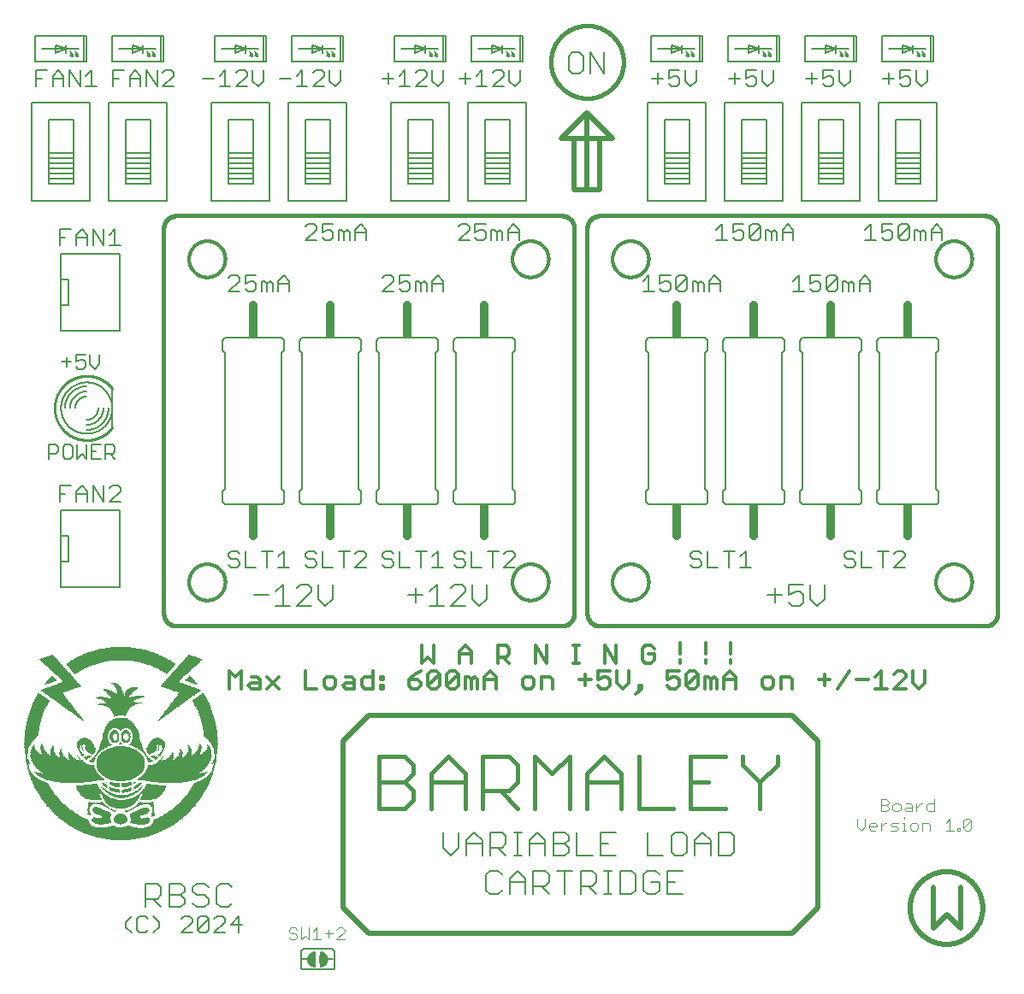
<source format=gto>
G75*
%MOIN*%
%OFA0B0*%
%FSLAX25Y25*%
%IPPOS*%
%LPD*%
%AMOC8*
5,1,8,0,0,1.08239X$1,22.5*
%
%ADD10C,0.01800*%
%ADD11C,0.00800*%
%ADD12C,0.00600*%
%ADD13C,0.00500*%
%ADD14C,0.00400*%
%ADD15C,0.01600*%
%ADD16C,0.00700*%
%ADD17C,0.02000*%
%ADD18C,0.01200*%
%ADD19R,0.04200X0.00150*%
%ADD20R,0.07800X0.00150*%
%ADD21R,0.10500X0.00150*%
%ADD22R,0.12300X0.00150*%
%ADD23R,0.13950X0.00150*%
%ADD24R,0.15600X0.00150*%
%ADD25R,0.16800X0.00150*%
%ADD26R,0.18000X0.00150*%
%ADD27R,0.19200X0.00150*%
%ADD28R,0.20400X0.00150*%
%ADD29R,0.21450X0.00150*%
%ADD30R,0.22500X0.00150*%
%ADD31R,0.23400X0.00150*%
%ADD32R,0.24300X0.00150*%
%ADD33R,0.25200X0.00150*%
%ADD34R,0.26100X0.00150*%
%ADD35R,0.26700X0.00150*%
%ADD36R,0.27600X0.00150*%
%ADD37R,0.28200X0.00150*%
%ADD38R,0.29100X0.00150*%
%ADD39R,0.29700X0.00150*%
%ADD40R,0.30300X0.00150*%
%ADD41R,0.31200X0.00150*%
%ADD42R,0.31800X0.00150*%
%ADD43R,0.32400X0.00150*%
%ADD44R,0.33000X0.00150*%
%ADD45R,0.33600X0.00150*%
%ADD46R,0.34200X0.00150*%
%ADD47R,0.34800X0.00150*%
%ADD48R,0.35400X0.00150*%
%ADD49R,0.36000X0.00150*%
%ADD50R,0.24750X0.00150*%
%ADD51R,0.09300X0.00150*%
%ADD52R,0.09000X0.00150*%
%ADD53R,0.04800X0.00150*%
%ADD54R,0.04500X0.00150*%
%ADD55R,0.08550X0.00150*%
%ADD56R,0.03450X0.00150*%
%ADD57R,0.03300X0.00150*%
%ADD58R,0.08400X0.00150*%
%ADD59R,0.02250X0.00150*%
%ADD60R,0.02100X0.00150*%
%ADD61R,0.08250X0.00150*%
%ADD62R,0.01350X0.00150*%
%ADD63R,0.01200X0.00150*%
%ADD64R,0.08100X0.00150*%
%ADD65R,0.00600X0.00150*%
%ADD66R,0.00450X0.00150*%
%ADD67R,0.01800X0.00150*%
%ADD68R,0.03150X0.00150*%
%ADD69R,0.08850X0.00150*%
%ADD70R,0.03900X0.00150*%
%ADD71R,0.05100X0.00150*%
%ADD72R,0.02700X0.00150*%
%ADD73R,0.05700X0.00150*%
%ADD74R,0.06150X0.00150*%
%ADD75R,0.06600X0.00150*%
%ADD76R,0.09150X0.00150*%
%ADD77R,0.06750X0.00150*%
%ADD78R,0.07050X0.00150*%
%ADD79R,0.06900X0.00150*%
%ADD80R,0.07200X0.00150*%
%ADD81R,0.09450X0.00150*%
%ADD82R,0.09600X0.00150*%
%ADD83R,0.07350X0.00150*%
%ADD84R,0.09750X0.00150*%
%ADD85R,0.10050X0.00150*%
%ADD86R,0.09900X0.00150*%
%ADD87R,0.04050X0.00150*%
%ADD88R,0.02400X0.00150*%
%ADD89R,0.01950X0.00150*%
%ADD90R,0.03750X0.00150*%
%ADD91R,0.01500X0.00150*%
%ADD92R,0.01050X0.00150*%
%ADD93R,0.00750X0.00150*%
%ADD94R,0.04950X0.00150*%
%ADD95R,0.03600X0.00150*%
%ADD96R,0.00300X0.00150*%
%ADD97R,0.00150X0.00150*%
%ADD98R,0.08700X0.00150*%
%ADD99R,0.00900X0.00150*%
%ADD100R,0.04650X0.00150*%
%ADD101R,0.05400X0.00150*%
%ADD102R,0.01650X0.00150*%
%ADD103R,0.05550X0.00150*%
%ADD104R,0.05850X0.00150*%
%ADD105R,0.07950X0.00150*%
%ADD106R,0.05250X0.00150*%
%ADD107R,0.07650X0.00150*%
%ADD108R,0.04350X0.00150*%
%ADD109R,0.07500X0.00150*%
%ADD110R,0.02850X0.00150*%
%ADD111R,0.06300X0.00150*%
%ADD112R,0.10200X0.00150*%
%ADD113R,0.02550X0.00150*%
%ADD114R,0.06000X0.00150*%
%ADD115R,0.10800X0.00150*%
%ADD116R,0.11100X0.00150*%
%ADD117R,0.11400X0.00150*%
%ADD118R,0.11700X0.00150*%
%ADD119R,0.12000X0.00150*%
%ADD120R,0.12600X0.00150*%
%ADD121R,0.06450X0.00150*%
%ADD122R,0.03000X0.00150*%
%ADD123R,0.12150X0.00150*%
%ADD124R,0.14400X0.00150*%
%ADD125R,0.16350X0.00150*%
%ADD126R,0.19650X0.00150*%
%ADD127R,0.21000X0.00150*%
%ADD128R,0.22350X0.00150*%
%ADD129R,0.22800X0.00150*%
%ADD130R,0.23100X0.00150*%
%ADD131R,0.23250X0.00150*%
%ADD132R,0.23550X0.00150*%
%ADD133R,0.23700X0.00150*%
%ADD134R,0.12900X0.00150*%
%ADD135R,0.13200X0.00150*%
%ADD136R,0.13800X0.00150*%
%ADD137R,0.14100X0.00150*%
%ADD138R,0.24000X0.00150*%
%ADD139R,0.14700X0.00150*%
%ADD140R,0.15000X0.00150*%
%ADD141R,0.21300X0.00150*%
%ADD142R,0.15900X0.00150*%
%ADD143R,0.16050X0.00150*%
%ADD144R,0.16200X0.00150*%
%ADD145R,0.16500X0.00150*%
%ADD146R,0.21600X0.00150*%
%ADD147R,0.17100X0.00150*%
%ADD148R,0.21750X0.00150*%
%ADD149R,0.21900X0.00150*%
%ADD150R,0.17400X0.00150*%
%ADD151R,0.17700X0.00150*%
%ADD152R,0.22050X0.00150*%
%ADD153R,0.22200X0.00150*%
%ADD154R,0.18300X0.00150*%
%ADD155R,0.22650X0.00150*%
%ADD156R,0.18600X0.00150*%
%ADD157R,0.22950X0.00150*%
%ADD158R,0.18900X0.00150*%
%ADD159R,0.21150X0.00150*%
%ADD160R,0.20850X0.00150*%
%ADD161R,0.20550X0.00150*%
%ADD162R,0.20250X0.00150*%
%ADD163R,0.20100X0.00150*%
%ADD164R,0.19950X0.00150*%
%ADD165R,0.11250X0.00150*%
%ADD166R,0.10650X0.00150*%
%ADD167R,0.10350X0.00150*%
%ADD168R,0.15300X0.00150*%
%ADD169R,0.11850X0.00150*%
%ADD170R,0.10950X0.00150*%
%ADD171R,0.14550X0.00150*%
%ADD172R,0.14250X0.00150*%
%ADD173R,0.13050X0.00150*%
%ADD174R,0.13500X0.00150*%
%ADD175R,0.11550X0.00150*%
%ADD176R,0.12750X0.00150*%
%ADD177R,0.14850X0.00150*%
%ADD178R,0.17550X0.00150*%
%ADD179R,0.37500X0.00150*%
%ADD180R,0.36900X0.00150*%
%ADD181R,0.36600X0.00150*%
%ADD182R,0.19350X0.00150*%
%ADD183C,0.01000*%
%ADD184R,0.01000X0.10000*%
%ADD185C,0.03200*%
%ADD186R,0.03200X0.07600*%
D10*
X0145841Y0118900D02*
X0155950Y0118900D01*
X0159320Y0122270D01*
X0159320Y0125639D01*
X0155950Y0129009D01*
X0145841Y0129009D01*
X0145841Y0139117D02*
X0145841Y0118900D01*
X0155950Y0129009D02*
X0159320Y0132378D01*
X0159320Y0135748D01*
X0155950Y0139117D01*
X0145841Y0139117D01*
X0166099Y0132378D02*
X0166099Y0118900D01*
X0166099Y0129009D02*
X0179577Y0129009D01*
X0179577Y0132378D02*
X0179577Y0118900D01*
X0186356Y0118900D02*
X0186356Y0139117D01*
X0196465Y0139117D01*
X0199834Y0135748D01*
X0199834Y0129009D01*
X0196465Y0125639D01*
X0186356Y0125639D01*
X0193095Y0125639D02*
X0199834Y0118900D01*
X0206613Y0118900D02*
X0206613Y0139117D01*
X0213353Y0132378D01*
X0220092Y0139117D01*
X0220092Y0118900D01*
X0226871Y0118900D02*
X0226871Y0132378D01*
X0233610Y0139117D01*
X0240349Y0132378D01*
X0240349Y0118900D01*
X0247128Y0118900D02*
X0260606Y0118900D01*
X0267385Y0118900D02*
X0280864Y0118900D01*
X0274124Y0129009D02*
X0267385Y0129009D01*
X0267385Y0139117D02*
X0267385Y0118900D01*
X0267385Y0139117D02*
X0280864Y0139117D01*
X0287643Y0139117D02*
X0287643Y0135748D01*
X0294382Y0129009D01*
X0294382Y0118900D01*
X0294382Y0129009D02*
X0301121Y0135748D01*
X0301121Y0139117D01*
X0247128Y0139117D02*
X0247128Y0118900D01*
X0240349Y0129009D02*
X0226871Y0129009D01*
X0179577Y0132378D02*
X0172838Y0139117D01*
X0166099Y0132378D01*
D11*
X0170767Y0109608D02*
X0170767Y0103469D01*
X0173836Y0100400D01*
X0176906Y0103469D01*
X0176906Y0109608D01*
X0179975Y0106539D02*
X0183044Y0109608D01*
X0186113Y0106539D01*
X0186113Y0100400D01*
X0189183Y0100400D02*
X0189183Y0109608D01*
X0193787Y0109608D01*
X0195321Y0108073D01*
X0195321Y0105004D01*
X0193787Y0103469D01*
X0189183Y0103469D01*
X0192252Y0103469D02*
X0195321Y0100400D01*
X0198391Y0100400D02*
X0201460Y0100400D01*
X0199925Y0100400D02*
X0199925Y0109608D01*
X0198391Y0109608D02*
X0201460Y0109608D01*
X0204529Y0106539D02*
X0207598Y0109608D01*
X0210668Y0106539D01*
X0210668Y0100400D01*
X0213737Y0100400D02*
X0218341Y0100400D01*
X0219876Y0101935D01*
X0219876Y0103469D01*
X0218341Y0105004D01*
X0213737Y0105004D01*
X0210668Y0105004D02*
X0204529Y0105004D01*
X0204529Y0106539D02*
X0204529Y0100400D01*
X0206014Y0094608D02*
X0210618Y0094608D01*
X0212153Y0093073D01*
X0212153Y0090004D01*
X0210618Y0088469D01*
X0206014Y0088469D01*
X0206014Y0085400D02*
X0206014Y0094608D01*
X0202945Y0091539D02*
X0202945Y0085400D01*
X0202945Y0090004D02*
X0196806Y0090004D01*
X0196806Y0091539D02*
X0196806Y0085400D01*
X0193737Y0086935D02*
X0192202Y0085400D01*
X0189133Y0085400D01*
X0187598Y0086935D01*
X0187598Y0093073D01*
X0189133Y0094608D01*
X0192202Y0094608D01*
X0193737Y0093073D01*
X0196806Y0091539D02*
X0199876Y0094608D01*
X0202945Y0091539D01*
X0209083Y0088469D02*
X0212153Y0085400D01*
X0218291Y0085400D02*
X0218291Y0094608D01*
X0215222Y0094608D02*
X0221361Y0094608D01*
X0224430Y0094608D02*
X0229034Y0094608D01*
X0230568Y0093073D01*
X0230568Y0090004D01*
X0229034Y0088469D01*
X0224430Y0088469D01*
X0224430Y0085400D02*
X0224430Y0094608D01*
X0227499Y0088469D02*
X0230568Y0085400D01*
X0233638Y0085400D02*
X0236707Y0085400D01*
X0235172Y0085400D02*
X0235172Y0094608D01*
X0233638Y0094608D02*
X0236707Y0094608D01*
X0239776Y0094608D02*
X0244380Y0094608D01*
X0245915Y0093073D01*
X0245915Y0086935D01*
X0244380Y0085400D01*
X0239776Y0085400D01*
X0239776Y0094608D01*
X0238291Y0100400D02*
X0232153Y0100400D01*
X0232153Y0109608D01*
X0238291Y0109608D01*
X0235222Y0105004D02*
X0232153Y0105004D01*
X0229083Y0100400D02*
X0222945Y0100400D01*
X0222945Y0109608D01*
X0219876Y0108073D02*
X0219876Y0106539D01*
X0218341Y0105004D01*
X0219876Y0108073D02*
X0218341Y0109608D01*
X0213737Y0109608D01*
X0213737Y0100400D01*
X0186113Y0105004D02*
X0179975Y0105004D01*
X0179975Y0106539D02*
X0179975Y0100400D01*
X0248984Y0093073D02*
X0248984Y0086935D01*
X0250519Y0085400D01*
X0253588Y0085400D01*
X0255123Y0086935D01*
X0255123Y0090004D01*
X0252053Y0090004D01*
X0248984Y0093073D02*
X0250519Y0094608D01*
X0253588Y0094608D01*
X0255123Y0093073D01*
X0258192Y0094608D02*
X0258192Y0085400D01*
X0264331Y0085400D01*
X0261261Y0090004D02*
X0258192Y0090004D01*
X0258192Y0094608D02*
X0264331Y0094608D01*
X0264380Y0100400D02*
X0261311Y0100400D01*
X0259776Y0101935D01*
X0259776Y0108073D01*
X0261311Y0109608D01*
X0264380Y0109608D01*
X0265915Y0108073D01*
X0265915Y0101935D01*
X0264380Y0100400D01*
X0268984Y0100400D02*
X0268984Y0106539D01*
X0272053Y0109608D01*
X0275123Y0106539D01*
X0275123Y0100400D01*
X0278192Y0100400D02*
X0282796Y0100400D01*
X0284331Y0101935D01*
X0284331Y0108073D01*
X0282796Y0109608D01*
X0278192Y0109608D01*
X0278192Y0100400D01*
X0275123Y0105004D02*
X0268984Y0105004D01*
X0256707Y0100400D02*
X0250568Y0100400D01*
X0250568Y0109608D01*
X0088662Y0088073D02*
X0087128Y0089608D01*
X0084058Y0089608D01*
X0082524Y0088073D01*
X0082524Y0081935D01*
X0084058Y0080400D01*
X0087128Y0080400D01*
X0088662Y0081935D01*
X0079454Y0081935D02*
X0077920Y0080400D01*
X0074850Y0080400D01*
X0073316Y0081935D01*
X0070246Y0081935D02*
X0070246Y0083469D01*
X0068712Y0085004D01*
X0064108Y0085004D01*
X0061039Y0085004D02*
X0061039Y0088073D01*
X0059504Y0089608D01*
X0054900Y0089608D01*
X0054900Y0080400D01*
X0054900Y0083469D02*
X0059504Y0083469D01*
X0061039Y0085004D01*
X0057969Y0083469D02*
X0061039Y0080400D01*
X0064108Y0080400D02*
X0068712Y0080400D01*
X0070246Y0081935D01*
X0068712Y0085004D02*
X0070246Y0086539D01*
X0070246Y0088073D01*
X0068712Y0089608D01*
X0064108Y0089608D01*
X0064108Y0080400D01*
X0073316Y0086539D02*
X0074850Y0085004D01*
X0077920Y0085004D01*
X0079454Y0083469D01*
X0079454Y0081935D01*
X0079454Y0088073D02*
X0077920Y0089608D01*
X0074850Y0089608D01*
X0073316Y0088073D01*
X0073316Y0086539D01*
X0042000Y0267500D02*
X0042000Y0282500D01*
X0040709Y0355740D02*
X0063291Y0355740D01*
X0063291Y0394260D01*
X0040709Y0394260D01*
X0040709Y0355740D01*
X0047094Y0362598D02*
X0054906Y0362598D01*
X0056874Y0362598D02*
X0056874Y0364567D01*
X0047126Y0364567D01*
X0047126Y0366535D01*
X0056874Y0366535D01*
X0056874Y0364567D01*
X0056874Y0366535D02*
X0056874Y0368504D01*
X0047126Y0368504D01*
X0047126Y0370472D01*
X0056874Y0370472D01*
X0056874Y0368504D01*
X0056874Y0370472D02*
X0056874Y0372441D01*
X0047126Y0372441D01*
X0047126Y0387402D01*
X0056874Y0387402D01*
X0056874Y0374409D01*
X0047126Y0374409D01*
X0047094Y0374409D02*
X0054906Y0374409D01*
X0056874Y0374409D02*
X0056874Y0372441D01*
X0054906Y0372441D02*
X0047094Y0372441D01*
X0047126Y0372441D02*
X0047126Y0370472D01*
X0047126Y0368504D02*
X0047126Y0366535D01*
X0047126Y0364567D02*
X0047126Y0362598D01*
X0056874Y0362598D01*
X0054906Y0364567D02*
X0047094Y0364567D01*
X0033291Y0355740D02*
X0010709Y0355740D01*
X0010709Y0394260D01*
X0033291Y0394260D01*
X0033291Y0355740D01*
X0026874Y0362598D02*
X0026874Y0364567D01*
X0017126Y0364567D01*
X0017126Y0366535D01*
X0026874Y0366535D01*
X0026874Y0364567D01*
X0026874Y0366535D02*
X0026874Y0368504D01*
X0017126Y0368504D01*
X0017126Y0370472D01*
X0026874Y0370472D01*
X0026874Y0368504D01*
X0026874Y0370472D02*
X0026874Y0372441D01*
X0017126Y0372441D01*
X0017126Y0387402D01*
X0026874Y0387402D01*
X0026874Y0374409D01*
X0017126Y0374409D01*
X0017094Y0374409D02*
X0024906Y0374409D01*
X0026874Y0374409D02*
X0026874Y0372441D01*
X0024906Y0372441D02*
X0017094Y0372441D01*
X0017126Y0372441D02*
X0017126Y0370472D01*
X0017126Y0368504D02*
X0017126Y0366535D01*
X0017126Y0364567D02*
X0017126Y0362598D01*
X0026874Y0362598D01*
X0024906Y0362598D02*
X0017094Y0362598D01*
X0017094Y0364567D02*
X0024906Y0364567D01*
X0024906Y0387402D02*
X0017094Y0387402D01*
X0047094Y0387402D02*
X0054906Y0387402D01*
X0080709Y0394260D02*
X0080709Y0355740D01*
X0103291Y0355740D01*
X0103291Y0394260D01*
X0080709Y0394260D01*
X0087094Y0387402D02*
X0094906Y0387402D01*
X0096874Y0387402D02*
X0096874Y0374409D01*
X0087126Y0374409D01*
X0087094Y0374409D02*
X0094906Y0374409D01*
X0096874Y0374409D02*
X0096874Y0372441D01*
X0087126Y0372441D01*
X0087126Y0387402D01*
X0096874Y0387402D01*
X0096874Y0372441D02*
X0096874Y0370472D01*
X0087126Y0370472D01*
X0087126Y0372441D01*
X0087094Y0372441D02*
X0094906Y0372441D01*
X0096874Y0370472D02*
X0096874Y0368504D01*
X0087126Y0368504D01*
X0087126Y0370472D01*
X0087126Y0368504D02*
X0087126Y0366535D01*
X0096874Y0366535D01*
X0096874Y0364567D01*
X0087126Y0364567D01*
X0087126Y0366535D01*
X0087126Y0364567D02*
X0087126Y0362598D01*
X0096874Y0362598D01*
X0096874Y0364567D01*
X0096874Y0366535D02*
X0096874Y0368504D01*
X0094906Y0364567D02*
X0087094Y0364567D01*
X0087094Y0362598D02*
X0094906Y0362598D01*
X0110709Y0355740D02*
X0133291Y0355740D01*
X0133291Y0394260D01*
X0110709Y0394260D01*
X0110709Y0355740D01*
X0117094Y0362598D02*
X0124906Y0362598D01*
X0126874Y0362598D02*
X0126874Y0364567D01*
X0117126Y0364567D01*
X0117126Y0366535D01*
X0126874Y0366535D01*
X0126874Y0364567D01*
X0126874Y0366535D02*
X0126874Y0368504D01*
X0117126Y0368504D01*
X0117126Y0370472D01*
X0126874Y0370472D01*
X0126874Y0368504D01*
X0126874Y0370472D02*
X0126874Y0372441D01*
X0117126Y0372441D01*
X0117126Y0387402D01*
X0126874Y0387402D01*
X0126874Y0374409D01*
X0117126Y0374409D01*
X0117094Y0374409D02*
X0124906Y0374409D01*
X0126874Y0374409D02*
X0126874Y0372441D01*
X0124906Y0372441D02*
X0117094Y0372441D01*
X0117126Y0372441D02*
X0117126Y0370472D01*
X0117126Y0368504D02*
X0117126Y0366535D01*
X0117126Y0364567D02*
X0117126Y0362598D01*
X0126874Y0362598D01*
X0124906Y0364567D02*
X0117094Y0364567D01*
X0117094Y0387402D02*
X0124906Y0387402D01*
X0150709Y0394260D02*
X0150709Y0355740D01*
X0173291Y0355740D01*
X0173291Y0394260D01*
X0150709Y0394260D01*
X0157094Y0387402D02*
X0164906Y0387402D01*
X0166874Y0387402D02*
X0166874Y0374409D01*
X0157126Y0374409D01*
X0157094Y0374409D02*
X0164906Y0374409D01*
X0166874Y0374409D02*
X0166874Y0372441D01*
X0157126Y0372441D01*
X0157126Y0387402D01*
X0166874Y0387402D01*
X0166874Y0372441D02*
X0166874Y0370472D01*
X0157126Y0370472D01*
X0157126Y0372441D01*
X0157094Y0372441D02*
X0164906Y0372441D01*
X0166874Y0370472D02*
X0166874Y0368504D01*
X0157126Y0368504D01*
X0157126Y0370472D01*
X0157126Y0368504D02*
X0157126Y0366535D01*
X0166874Y0366535D01*
X0166874Y0364567D01*
X0157126Y0364567D01*
X0157126Y0366535D01*
X0157126Y0364567D02*
X0157126Y0362598D01*
X0166874Y0362598D01*
X0166874Y0364567D01*
X0166874Y0366535D02*
X0166874Y0368504D01*
X0164906Y0364567D02*
X0157094Y0364567D01*
X0157094Y0362598D02*
X0164906Y0362598D01*
X0180709Y0355740D02*
X0203291Y0355740D01*
X0203291Y0394260D01*
X0180709Y0394260D01*
X0180709Y0355740D01*
X0187094Y0362598D02*
X0194906Y0362598D01*
X0196874Y0362598D02*
X0187126Y0362598D01*
X0187126Y0364567D01*
X0196874Y0364567D01*
X0196874Y0362598D01*
X0196874Y0364567D02*
X0196874Y0366535D01*
X0187126Y0366535D01*
X0187126Y0368504D01*
X0196874Y0368504D01*
X0196874Y0366535D01*
X0196874Y0368504D02*
X0196874Y0370472D01*
X0187126Y0370472D01*
X0187126Y0372441D01*
X0196874Y0372441D01*
X0196874Y0370472D01*
X0196874Y0372441D02*
X0196874Y0374409D01*
X0187126Y0374409D01*
X0187094Y0374409D02*
X0194906Y0374409D01*
X0196874Y0374409D02*
X0196874Y0387402D01*
X0187126Y0387402D01*
X0187126Y0372441D01*
X0187094Y0372441D02*
X0194906Y0372441D01*
X0194906Y0364567D02*
X0187094Y0364567D01*
X0187126Y0364567D02*
X0187126Y0366535D01*
X0187126Y0368504D02*
X0187126Y0370472D01*
X0187094Y0387402D02*
X0194906Y0387402D01*
X0250709Y0394260D02*
X0250709Y0355740D01*
X0273291Y0355740D01*
X0273291Y0394260D01*
X0250709Y0394260D01*
X0257094Y0387402D02*
X0264906Y0387402D01*
X0266874Y0387402D02*
X0266874Y0374409D01*
X0257126Y0374409D01*
X0257094Y0374409D02*
X0264906Y0374409D01*
X0266874Y0374409D02*
X0266874Y0372441D01*
X0257126Y0372441D01*
X0257126Y0387402D01*
X0266874Y0387402D01*
X0266874Y0372441D02*
X0266874Y0370472D01*
X0257126Y0370472D01*
X0257126Y0372441D01*
X0257094Y0372441D02*
X0264906Y0372441D01*
X0266874Y0370472D02*
X0266874Y0368504D01*
X0257126Y0368504D01*
X0257126Y0370472D01*
X0257126Y0368504D02*
X0257126Y0366535D01*
X0266874Y0366535D01*
X0266874Y0364567D01*
X0257126Y0364567D01*
X0257126Y0366535D01*
X0257126Y0364567D02*
X0257126Y0362598D01*
X0266874Y0362598D01*
X0266874Y0364567D01*
X0266874Y0366535D02*
X0266874Y0368504D01*
X0264906Y0364567D02*
X0257094Y0364567D01*
X0257094Y0362598D02*
X0264906Y0362598D01*
X0280709Y0355740D02*
X0303291Y0355740D01*
X0303291Y0394260D01*
X0280709Y0394260D01*
X0280709Y0355740D01*
X0287094Y0362598D02*
X0294906Y0362598D01*
X0296874Y0362598D02*
X0296874Y0364567D01*
X0287126Y0364567D01*
X0287126Y0366535D01*
X0296874Y0366535D01*
X0296874Y0364567D01*
X0296874Y0366535D02*
X0296874Y0368504D01*
X0287126Y0368504D01*
X0287126Y0370472D01*
X0296874Y0370472D01*
X0296874Y0368504D01*
X0296874Y0370472D02*
X0296874Y0372441D01*
X0287126Y0372441D01*
X0287126Y0387402D01*
X0296874Y0387402D01*
X0296874Y0374409D01*
X0287126Y0374409D01*
X0287094Y0374409D02*
X0294906Y0374409D01*
X0296874Y0374409D02*
X0296874Y0372441D01*
X0294906Y0372441D02*
X0287094Y0372441D01*
X0287126Y0372441D02*
X0287126Y0370472D01*
X0287126Y0368504D02*
X0287126Y0366535D01*
X0287126Y0364567D02*
X0287126Y0362598D01*
X0296874Y0362598D01*
X0294906Y0364567D02*
X0287094Y0364567D01*
X0287094Y0387402D02*
X0294906Y0387402D01*
X0310709Y0394260D02*
X0333291Y0394260D01*
X0333291Y0355740D01*
X0310709Y0355740D01*
X0310709Y0394260D01*
X0317094Y0387402D02*
X0324906Y0387402D01*
X0326874Y0387402D02*
X0326874Y0374409D01*
X0317126Y0374409D01*
X0317094Y0374409D02*
X0324906Y0374409D01*
X0326874Y0374409D02*
X0326874Y0372441D01*
X0317126Y0372441D01*
X0317126Y0387402D01*
X0326874Y0387402D01*
X0326874Y0372441D02*
X0326874Y0370472D01*
X0317126Y0370472D01*
X0317126Y0372441D01*
X0317094Y0372441D02*
X0324906Y0372441D01*
X0326874Y0370472D02*
X0326874Y0368504D01*
X0317126Y0368504D01*
X0317126Y0370472D01*
X0317126Y0368504D02*
X0317126Y0366535D01*
X0326874Y0366535D01*
X0326874Y0364567D01*
X0317126Y0364567D01*
X0317126Y0366535D01*
X0317126Y0364567D02*
X0317126Y0362598D01*
X0326874Y0362598D01*
X0326874Y0364567D01*
X0326874Y0366535D02*
X0326874Y0368504D01*
X0324906Y0364567D02*
X0317094Y0364567D01*
X0317094Y0362598D02*
X0324906Y0362598D01*
X0340709Y0355740D02*
X0363291Y0355740D01*
X0363291Y0394260D01*
X0340709Y0394260D01*
X0340709Y0355740D01*
X0347094Y0362598D02*
X0354906Y0362598D01*
X0356874Y0362598D02*
X0347126Y0362598D01*
X0347126Y0364567D01*
X0356874Y0364567D01*
X0356874Y0362598D01*
X0356874Y0364567D02*
X0356874Y0366535D01*
X0347126Y0366535D01*
X0347126Y0368504D01*
X0356874Y0368504D01*
X0356874Y0366535D01*
X0356874Y0368504D02*
X0356874Y0370472D01*
X0347126Y0370472D01*
X0347126Y0372441D01*
X0356874Y0372441D01*
X0356874Y0370472D01*
X0356874Y0372441D02*
X0356874Y0374409D01*
X0347126Y0374409D01*
X0347094Y0374409D02*
X0354906Y0374409D01*
X0356874Y0374409D02*
X0356874Y0387402D01*
X0347126Y0387402D01*
X0347126Y0372441D01*
X0347094Y0372441D02*
X0354906Y0372441D01*
X0354906Y0364567D02*
X0347094Y0364567D01*
X0347126Y0364567D02*
X0347126Y0366535D01*
X0347126Y0368504D02*
X0347126Y0370472D01*
X0347094Y0387402D02*
X0354906Y0387402D01*
D12*
X0047300Y0072435D02*
X0049435Y0070300D01*
X0051597Y0071368D02*
X0051597Y0075638D01*
X0052665Y0076705D01*
X0054800Y0076705D01*
X0055867Y0075638D01*
X0058042Y0076705D02*
X0060178Y0074570D01*
X0060178Y0072435D01*
X0058042Y0070300D01*
X0055867Y0071368D02*
X0054800Y0070300D01*
X0052665Y0070300D01*
X0051597Y0071368D01*
X0047300Y0072435D02*
X0047300Y0074570D01*
X0049435Y0076705D01*
X0068785Y0075638D02*
X0069853Y0076705D01*
X0071988Y0076705D01*
X0073055Y0075638D01*
X0073055Y0074570D01*
X0068785Y0070300D01*
X0073055Y0070300D01*
X0075230Y0071368D02*
X0075230Y0075638D01*
X0076298Y0076705D01*
X0078433Y0076705D01*
X0079501Y0075638D01*
X0075230Y0071368D01*
X0076298Y0070300D01*
X0078433Y0070300D01*
X0079501Y0071368D01*
X0079501Y0075638D01*
X0081676Y0075638D02*
X0082744Y0076705D01*
X0084879Y0076705D01*
X0085946Y0075638D01*
X0085946Y0074570D01*
X0081676Y0070300D01*
X0085946Y0070300D01*
X0088121Y0073503D02*
X0092392Y0073503D01*
X0091324Y0076705D02*
X0088121Y0073503D01*
X0091324Y0070300D02*
X0091324Y0076705D01*
X0115500Y0063000D02*
X0115500Y0057000D01*
X0115502Y0056940D01*
X0115507Y0056879D01*
X0115516Y0056820D01*
X0115529Y0056761D01*
X0115545Y0056702D01*
X0115565Y0056645D01*
X0115588Y0056590D01*
X0115615Y0056535D01*
X0115644Y0056483D01*
X0115677Y0056432D01*
X0115713Y0056383D01*
X0115751Y0056337D01*
X0115793Y0056293D01*
X0115837Y0056251D01*
X0115883Y0056213D01*
X0115932Y0056177D01*
X0115983Y0056144D01*
X0116035Y0056115D01*
X0116090Y0056088D01*
X0116145Y0056065D01*
X0116202Y0056045D01*
X0116261Y0056029D01*
X0116320Y0056016D01*
X0116379Y0056007D01*
X0116440Y0056002D01*
X0116500Y0056000D01*
X0127500Y0056000D01*
X0127560Y0056002D01*
X0127621Y0056007D01*
X0127680Y0056016D01*
X0127739Y0056029D01*
X0127798Y0056045D01*
X0127855Y0056065D01*
X0127910Y0056088D01*
X0127965Y0056115D01*
X0128017Y0056144D01*
X0128068Y0056177D01*
X0128117Y0056213D01*
X0128163Y0056251D01*
X0128207Y0056293D01*
X0128249Y0056337D01*
X0128287Y0056383D01*
X0128323Y0056432D01*
X0128356Y0056483D01*
X0128385Y0056535D01*
X0128412Y0056590D01*
X0128435Y0056645D01*
X0128455Y0056702D01*
X0128471Y0056761D01*
X0128484Y0056820D01*
X0128493Y0056879D01*
X0128498Y0056940D01*
X0128500Y0057000D01*
X0128500Y0063000D01*
X0128498Y0063060D01*
X0128493Y0063121D01*
X0128484Y0063180D01*
X0128471Y0063239D01*
X0128455Y0063298D01*
X0128435Y0063355D01*
X0128412Y0063410D01*
X0128385Y0063465D01*
X0128356Y0063517D01*
X0128323Y0063568D01*
X0128287Y0063617D01*
X0128249Y0063663D01*
X0128207Y0063707D01*
X0128163Y0063749D01*
X0128117Y0063787D01*
X0128068Y0063823D01*
X0128017Y0063856D01*
X0127965Y0063885D01*
X0127910Y0063912D01*
X0127855Y0063935D01*
X0127798Y0063955D01*
X0127739Y0063971D01*
X0127680Y0063984D01*
X0127621Y0063993D01*
X0127560Y0063998D01*
X0127500Y0064000D01*
X0116500Y0064000D01*
X0116440Y0063998D01*
X0116379Y0063993D01*
X0116320Y0063984D01*
X0116261Y0063971D01*
X0116202Y0063955D01*
X0116145Y0063935D01*
X0116090Y0063912D01*
X0116035Y0063885D01*
X0115983Y0063856D01*
X0115932Y0063823D01*
X0115883Y0063787D01*
X0115837Y0063749D01*
X0115793Y0063707D01*
X0115751Y0063663D01*
X0115713Y0063617D01*
X0115677Y0063568D01*
X0115644Y0063517D01*
X0115615Y0063465D01*
X0115588Y0063410D01*
X0115565Y0063355D01*
X0115545Y0063298D01*
X0115529Y0063239D01*
X0115516Y0063180D01*
X0115507Y0063121D01*
X0115502Y0063060D01*
X0115500Y0063000D01*
X0116000Y0060000D02*
X0118000Y0060000D01*
X0126000Y0060000D02*
X0128000Y0060000D01*
X0128016Y0212800D02*
X0123745Y0212800D01*
X0123745Y0219205D01*
X0121570Y0218138D02*
X0120503Y0219205D01*
X0118368Y0219205D01*
X0117300Y0218138D01*
X0117300Y0217070D01*
X0118368Y0216003D01*
X0120503Y0216003D01*
X0121570Y0214935D01*
X0121570Y0213868D01*
X0120503Y0212800D01*
X0118368Y0212800D01*
X0117300Y0213868D01*
X0110907Y0212800D02*
X0106636Y0212800D01*
X0108772Y0212800D02*
X0108772Y0219205D01*
X0106636Y0217070D01*
X0104461Y0219205D02*
X0100191Y0219205D01*
X0102326Y0219205D02*
X0102326Y0212800D01*
X0098016Y0212800D02*
X0093745Y0212800D01*
X0093745Y0219205D01*
X0091570Y0218138D02*
X0090503Y0219205D01*
X0088368Y0219205D01*
X0087300Y0218138D01*
X0087300Y0217070D01*
X0088368Y0216003D01*
X0090503Y0216003D01*
X0091570Y0214935D01*
X0091570Y0213868D01*
X0090503Y0212800D01*
X0088368Y0212800D01*
X0087300Y0213868D01*
X0086500Y0237500D02*
X0107500Y0237500D01*
X0107576Y0237502D01*
X0107652Y0237508D01*
X0107727Y0237517D01*
X0107802Y0237531D01*
X0107876Y0237548D01*
X0107949Y0237569D01*
X0108021Y0237593D01*
X0108092Y0237622D01*
X0108161Y0237653D01*
X0108228Y0237688D01*
X0108293Y0237727D01*
X0108357Y0237769D01*
X0108418Y0237814D01*
X0108477Y0237862D01*
X0108533Y0237913D01*
X0108587Y0237967D01*
X0108638Y0238023D01*
X0108686Y0238082D01*
X0108731Y0238143D01*
X0108773Y0238207D01*
X0108812Y0238272D01*
X0108847Y0238339D01*
X0108878Y0238408D01*
X0108907Y0238479D01*
X0108931Y0238551D01*
X0108952Y0238624D01*
X0108969Y0238698D01*
X0108983Y0238773D01*
X0108992Y0238848D01*
X0108998Y0238924D01*
X0109000Y0239000D01*
X0109000Y0242500D01*
X0108000Y0243500D01*
X0108000Y0296500D01*
X0109000Y0297500D01*
X0109000Y0301000D01*
X0108998Y0301076D01*
X0108992Y0301152D01*
X0108983Y0301227D01*
X0108969Y0301302D01*
X0108952Y0301376D01*
X0108931Y0301449D01*
X0108907Y0301521D01*
X0108878Y0301592D01*
X0108847Y0301661D01*
X0108812Y0301728D01*
X0108773Y0301793D01*
X0108731Y0301857D01*
X0108686Y0301918D01*
X0108638Y0301977D01*
X0108587Y0302033D01*
X0108533Y0302087D01*
X0108477Y0302138D01*
X0108418Y0302186D01*
X0108357Y0302231D01*
X0108293Y0302273D01*
X0108228Y0302312D01*
X0108161Y0302347D01*
X0108092Y0302378D01*
X0108021Y0302407D01*
X0107949Y0302431D01*
X0107876Y0302452D01*
X0107802Y0302469D01*
X0107727Y0302483D01*
X0107652Y0302492D01*
X0107576Y0302498D01*
X0107500Y0302500D01*
X0086500Y0302500D01*
X0086424Y0302498D01*
X0086348Y0302492D01*
X0086273Y0302483D01*
X0086198Y0302469D01*
X0086124Y0302452D01*
X0086051Y0302431D01*
X0085979Y0302407D01*
X0085908Y0302378D01*
X0085839Y0302347D01*
X0085772Y0302312D01*
X0085707Y0302273D01*
X0085643Y0302231D01*
X0085582Y0302186D01*
X0085523Y0302138D01*
X0085467Y0302087D01*
X0085413Y0302033D01*
X0085362Y0301977D01*
X0085314Y0301918D01*
X0085269Y0301857D01*
X0085227Y0301793D01*
X0085188Y0301728D01*
X0085153Y0301661D01*
X0085122Y0301592D01*
X0085093Y0301521D01*
X0085069Y0301449D01*
X0085048Y0301376D01*
X0085031Y0301302D01*
X0085017Y0301227D01*
X0085008Y0301152D01*
X0085002Y0301076D01*
X0085000Y0301000D01*
X0085000Y0297500D01*
X0086000Y0296500D01*
X0086000Y0243500D01*
X0085000Y0242500D01*
X0085000Y0239000D01*
X0085002Y0238924D01*
X0085008Y0238848D01*
X0085017Y0238773D01*
X0085031Y0238698D01*
X0085048Y0238624D01*
X0085069Y0238551D01*
X0085093Y0238479D01*
X0085122Y0238408D01*
X0085153Y0238339D01*
X0085188Y0238272D01*
X0085227Y0238207D01*
X0085269Y0238143D01*
X0085314Y0238082D01*
X0085362Y0238023D01*
X0085413Y0237967D01*
X0085467Y0237913D01*
X0085523Y0237862D01*
X0085582Y0237814D01*
X0085643Y0237769D01*
X0085707Y0237727D01*
X0085772Y0237688D01*
X0085839Y0237653D01*
X0085908Y0237622D01*
X0085979Y0237593D01*
X0086051Y0237569D01*
X0086124Y0237548D01*
X0086198Y0237531D01*
X0086273Y0237517D01*
X0086348Y0237508D01*
X0086424Y0237502D01*
X0086500Y0237500D01*
X0115000Y0239000D02*
X0115000Y0242500D01*
X0116000Y0243500D01*
X0116000Y0296500D01*
X0115000Y0297500D01*
X0115000Y0301000D01*
X0115002Y0301076D01*
X0115008Y0301152D01*
X0115017Y0301227D01*
X0115031Y0301302D01*
X0115048Y0301376D01*
X0115069Y0301449D01*
X0115093Y0301521D01*
X0115122Y0301592D01*
X0115153Y0301661D01*
X0115188Y0301728D01*
X0115227Y0301793D01*
X0115269Y0301857D01*
X0115314Y0301918D01*
X0115362Y0301977D01*
X0115413Y0302033D01*
X0115467Y0302087D01*
X0115523Y0302138D01*
X0115582Y0302186D01*
X0115643Y0302231D01*
X0115707Y0302273D01*
X0115772Y0302312D01*
X0115839Y0302347D01*
X0115908Y0302378D01*
X0115979Y0302407D01*
X0116051Y0302431D01*
X0116124Y0302452D01*
X0116198Y0302469D01*
X0116273Y0302483D01*
X0116348Y0302492D01*
X0116424Y0302498D01*
X0116500Y0302500D01*
X0137500Y0302500D01*
X0137576Y0302498D01*
X0137652Y0302492D01*
X0137727Y0302483D01*
X0137802Y0302469D01*
X0137876Y0302452D01*
X0137949Y0302431D01*
X0138021Y0302407D01*
X0138092Y0302378D01*
X0138161Y0302347D01*
X0138228Y0302312D01*
X0138293Y0302273D01*
X0138357Y0302231D01*
X0138418Y0302186D01*
X0138477Y0302138D01*
X0138533Y0302087D01*
X0138587Y0302033D01*
X0138638Y0301977D01*
X0138686Y0301918D01*
X0138731Y0301857D01*
X0138773Y0301793D01*
X0138812Y0301728D01*
X0138847Y0301661D01*
X0138878Y0301592D01*
X0138907Y0301521D01*
X0138931Y0301449D01*
X0138952Y0301376D01*
X0138969Y0301302D01*
X0138983Y0301227D01*
X0138992Y0301152D01*
X0138998Y0301076D01*
X0139000Y0301000D01*
X0139000Y0297500D01*
X0138000Y0296500D01*
X0138000Y0243500D01*
X0139000Y0242500D01*
X0139000Y0239000D01*
X0138998Y0238924D01*
X0138992Y0238848D01*
X0138983Y0238773D01*
X0138969Y0238698D01*
X0138952Y0238624D01*
X0138931Y0238551D01*
X0138907Y0238479D01*
X0138878Y0238408D01*
X0138847Y0238339D01*
X0138812Y0238272D01*
X0138773Y0238207D01*
X0138731Y0238143D01*
X0138686Y0238082D01*
X0138638Y0238023D01*
X0138587Y0237967D01*
X0138533Y0237913D01*
X0138477Y0237862D01*
X0138418Y0237814D01*
X0138357Y0237769D01*
X0138293Y0237727D01*
X0138228Y0237688D01*
X0138161Y0237653D01*
X0138092Y0237622D01*
X0138021Y0237593D01*
X0137949Y0237569D01*
X0137876Y0237548D01*
X0137802Y0237531D01*
X0137727Y0237517D01*
X0137652Y0237508D01*
X0137576Y0237502D01*
X0137500Y0237500D01*
X0116500Y0237500D01*
X0116424Y0237502D01*
X0116348Y0237508D01*
X0116273Y0237517D01*
X0116198Y0237531D01*
X0116124Y0237548D01*
X0116051Y0237569D01*
X0115979Y0237593D01*
X0115908Y0237622D01*
X0115839Y0237653D01*
X0115772Y0237688D01*
X0115707Y0237727D01*
X0115643Y0237769D01*
X0115582Y0237814D01*
X0115523Y0237862D01*
X0115467Y0237913D01*
X0115413Y0237967D01*
X0115362Y0238023D01*
X0115314Y0238082D01*
X0115269Y0238143D01*
X0115227Y0238207D01*
X0115188Y0238272D01*
X0115153Y0238339D01*
X0115122Y0238408D01*
X0115093Y0238479D01*
X0115069Y0238551D01*
X0115048Y0238624D01*
X0115031Y0238698D01*
X0115017Y0238773D01*
X0115008Y0238848D01*
X0115002Y0238924D01*
X0115000Y0239000D01*
X0130191Y0219205D02*
X0134461Y0219205D01*
X0132326Y0219205D02*
X0132326Y0212800D01*
X0136636Y0212800D02*
X0140907Y0217070D01*
X0140907Y0218138D01*
X0139839Y0219205D01*
X0137704Y0219205D01*
X0136636Y0218138D01*
X0136636Y0212800D02*
X0140907Y0212800D01*
X0147300Y0213868D02*
X0148368Y0212800D01*
X0150503Y0212800D01*
X0151570Y0213868D01*
X0151570Y0214935D01*
X0150503Y0216003D01*
X0148368Y0216003D01*
X0147300Y0217070D01*
X0147300Y0218138D01*
X0148368Y0219205D01*
X0150503Y0219205D01*
X0151570Y0218138D01*
X0153745Y0219205D02*
X0153745Y0212800D01*
X0158016Y0212800D01*
X0162326Y0212800D02*
X0162326Y0219205D01*
X0160191Y0219205D02*
X0164461Y0219205D01*
X0166636Y0217070D02*
X0168772Y0219205D01*
X0168772Y0212800D01*
X0170907Y0212800D02*
X0166636Y0212800D01*
X0175300Y0213868D02*
X0176368Y0212800D01*
X0178503Y0212800D01*
X0179570Y0213868D01*
X0179570Y0214935D01*
X0178503Y0216003D01*
X0176368Y0216003D01*
X0175300Y0217070D01*
X0175300Y0218138D01*
X0176368Y0219205D01*
X0178503Y0219205D01*
X0179570Y0218138D01*
X0181745Y0219205D02*
X0181745Y0212800D01*
X0186016Y0212800D01*
X0190326Y0212800D02*
X0190326Y0219205D01*
X0188191Y0219205D02*
X0192461Y0219205D01*
X0194636Y0218138D02*
X0195704Y0219205D01*
X0197839Y0219205D01*
X0198907Y0218138D01*
X0198907Y0217070D01*
X0194636Y0212800D01*
X0198907Y0212800D01*
X0197500Y0237500D02*
X0176500Y0237500D01*
X0176424Y0237502D01*
X0176348Y0237508D01*
X0176273Y0237517D01*
X0176198Y0237531D01*
X0176124Y0237548D01*
X0176051Y0237569D01*
X0175979Y0237593D01*
X0175908Y0237622D01*
X0175839Y0237653D01*
X0175772Y0237688D01*
X0175707Y0237727D01*
X0175643Y0237769D01*
X0175582Y0237814D01*
X0175523Y0237862D01*
X0175467Y0237913D01*
X0175413Y0237967D01*
X0175362Y0238023D01*
X0175314Y0238082D01*
X0175269Y0238143D01*
X0175227Y0238207D01*
X0175188Y0238272D01*
X0175153Y0238339D01*
X0175122Y0238408D01*
X0175093Y0238479D01*
X0175069Y0238551D01*
X0175048Y0238624D01*
X0175031Y0238698D01*
X0175017Y0238773D01*
X0175008Y0238848D01*
X0175002Y0238924D01*
X0175000Y0239000D01*
X0175000Y0242500D01*
X0176000Y0243500D01*
X0176000Y0296500D01*
X0175000Y0297500D01*
X0175000Y0301000D01*
X0175002Y0301076D01*
X0175008Y0301152D01*
X0175017Y0301227D01*
X0175031Y0301302D01*
X0175048Y0301376D01*
X0175069Y0301449D01*
X0175093Y0301521D01*
X0175122Y0301592D01*
X0175153Y0301661D01*
X0175188Y0301728D01*
X0175227Y0301793D01*
X0175269Y0301857D01*
X0175314Y0301918D01*
X0175362Y0301977D01*
X0175413Y0302033D01*
X0175467Y0302087D01*
X0175523Y0302138D01*
X0175582Y0302186D01*
X0175643Y0302231D01*
X0175707Y0302273D01*
X0175772Y0302312D01*
X0175839Y0302347D01*
X0175908Y0302378D01*
X0175979Y0302407D01*
X0176051Y0302431D01*
X0176124Y0302452D01*
X0176198Y0302469D01*
X0176273Y0302483D01*
X0176348Y0302492D01*
X0176424Y0302498D01*
X0176500Y0302500D01*
X0197500Y0302500D01*
X0197576Y0302498D01*
X0197652Y0302492D01*
X0197727Y0302483D01*
X0197802Y0302469D01*
X0197876Y0302452D01*
X0197949Y0302431D01*
X0198021Y0302407D01*
X0198092Y0302378D01*
X0198161Y0302347D01*
X0198228Y0302312D01*
X0198293Y0302273D01*
X0198357Y0302231D01*
X0198418Y0302186D01*
X0198477Y0302138D01*
X0198533Y0302087D01*
X0198587Y0302033D01*
X0198638Y0301977D01*
X0198686Y0301918D01*
X0198731Y0301857D01*
X0198773Y0301793D01*
X0198812Y0301728D01*
X0198847Y0301661D01*
X0198878Y0301592D01*
X0198907Y0301521D01*
X0198931Y0301449D01*
X0198952Y0301376D01*
X0198969Y0301302D01*
X0198983Y0301227D01*
X0198992Y0301152D01*
X0198998Y0301076D01*
X0199000Y0301000D01*
X0199000Y0297500D01*
X0198000Y0296500D01*
X0198000Y0243500D01*
X0199000Y0242500D01*
X0199000Y0239000D01*
X0198998Y0238924D01*
X0198992Y0238848D01*
X0198983Y0238773D01*
X0198969Y0238698D01*
X0198952Y0238624D01*
X0198931Y0238551D01*
X0198907Y0238479D01*
X0198878Y0238408D01*
X0198847Y0238339D01*
X0198812Y0238272D01*
X0198773Y0238207D01*
X0198731Y0238143D01*
X0198686Y0238082D01*
X0198638Y0238023D01*
X0198587Y0237967D01*
X0198533Y0237913D01*
X0198477Y0237862D01*
X0198418Y0237814D01*
X0198357Y0237769D01*
X0198293Y0237727D01*
X0198228Y0237688D01*
X0198161Y0237653D01*
X0198092Y0237622D01*
X0198021Y0237593D01*
X0197949Y0237569D01*
X0197876Y0237548D01*
X0197802Y0237531D01*
X0197727Y0237517D01*
X0197652Y0237508D01*
X0197576Y0237502D01*
X0197500Y0237500D01*
X0169000Y0239000D02*
X0169000Y0242500D01*
X0168000Y0243500D01*
X0168000Y0296500D01*
X0169000Y0297500D01*
X0169000Y0301000D01*
X0168998Y0301076D01*
X0168992Y0301152D01*
X0168983Y0301227D01*
X0168969Y0301302D01*
X0168952Y0301376D01*
X0168931Y0301449D01*
X0168907Y0301521D01*
X0168878Y0301592D01*
X0168847Y0301661D01*
X0168812Y0301728D01*
X0168773Y0301793D01*
X0168731Y0301857D01*
X0168686Y0301918D01*
X0168638Y0301977D01*
X0168587Y0302033D01*
X0168533Y0302087D01*
X0168477Y0302138D01*
X0168418Y0302186D01*
X0168357Y0302231D01*
X0168293Y0302273D01*
X0168228Y0302312D01*
X0168161Y0302347D01*
X0168092Y0302378D01*
X0168021Y0302407D01*
X0167949Y0302431D01*
X0167876Y0302452D01*
X0167802Y0302469D01*
X0167727Y0302483D01*
X0167652Y0302492D01*
X0167576Y0302498D01*
X0167500Y0302500D01*
X0146500Y0302500D01*
X0146424Y0302498D01*
X0146348Y0302492D01*
X0146273Y0302483D01*
X0146198Y0302469D01*
X0146124Y0302452D01*
X0146051Y0302431D01*
X0145979Y0302407D01*
X0145908Y0302378D01*
X0145839Y0302347D01*
X0145772Y0302312D01*
X0145707Y0302273D01*
X0145643Y0302231D01*
X0145582Y0302186D01*
X0145523Y0302138D01*
X0145467Y0302087D01*
X0145413Y0302033D01*
X0145362Y0301977D01*
X0145314Y0301918D01*
X0145269Y0301857D01*
X0145227Y0301793D01*
X0145188Y0301728D01*
X0145153Y0301661D01*
X0145122Y0301592D01*
X0145093Y0301521D01*
X0145069Y0301449D01*
X0145048Y0301376D01*
X0145031Y0301302D01*
X0145017Y0301227D01*
X0145008Y0301152D01*
X0145002Y0301076D01*
X0145000Y0301000D01*
X0145000Y0297500D01*
X0146000Y0296500D01*
X0146000Y0243500D01*
X0145000Y0242500D01*
X0145000Y0239000D01*
X0145002Y0238924D01*
X0145008Y0238848D01*
X0145017Y0238773D01*
X0145031Y0238698D01*
X0145048Y0238624D01*
X0145069Y0238551D01*
X0145093Y0238479D01*
X0145122Y0238408D01*
X0145153Y0238339D01*
X0145188Y0238272D01*
X0145227Y0238207D01*
X0145269Y0238143D01*
X0145314Y0238082D01*
X0145362Y0238023D01*
X0145413Y0237967D01*
X0145467Y0237913D01*
X0145523Y0237862D01*
X0145582Y0237814D01*
X0145643Y0237769D01*
X0145707Y0237727D01*
X0145772Y0237688D01*
X0145839Y0237653D01*
X0145908Y0237622D01*
X0145979Y0237593D01*
X0146051Y0237569D01*
X0146124Y0237548D01*
X0146198Y0237531D01*
X0146273Y0237517D01*
X0146348Y0237508D01*
X0146424Y0237502D01*
X0146500Y0237500D01*
X0167500Y0237500D01*
X0167576Y0237502D01*
X0167652Y0237508D01*
X0167727Y0237517D01*
X0167802Y0237531D01*
X0167876Y0237548D01*
X0167949Y0237569D01*
X0168021Y0237593D01*
X0168092Y0237622D01*
X0168161Y0237653D01*
X0168228Y0237688D01*
X0168293Y0237727D01*
X0168357Y0237769D01*
X0168418Y0237814D01*
X0168477Y0237862D01*
X0168533Y0237913D01*
X0168587Y0237967D01*
X0168638Y0238023D01*
X0168686Y0238082D01*
X0168731Y0238143D01*
X0168773Y0238207D01*
X0168812Y0238272D01*
X0168847Y0238339D01*
X0168878Y0238408D01*
X0168907Y0238479D01*
X0168931Y0238551D01*
X0168952Y0238624D01*
X0168969Y0238698D01*
X0168983Y0238773D01*
X0168992Y0238848D01*
X0168998Y0238924D01*
X0169000Y0239000D01*
X0170907Y0320300D02*
X0170907Y0324570D01*
X0168772Y0326705D01*
X0166636Y0324570D01*
X0166636Y0320300D01*
X0164461Y0320300D02*
X0164461Y0323503D01*
X0163394Y0324570D01*
X0162326Y0323503D01*
X0162326Y0320300D01*
X0160191Y0320300D02*
X0160191Y0324570D01*
X0161259Y0324570D01*
X0162326Y0323503D01*
X0158016Y0323503D02*
X0158016Y0321368D01*
X0156948Y0320300D01*
X0154813Y0320300D01*
X0153745Y0321368D01*
X0153745Y0323503D02*
X0155881Y0324570D01*
X0156948Y0324570D01*
X0158016Y0323503D01*
X0158016Y0326705D02*
X0153745Y0326705D01*
X0153745Y0323503D01*
X0151570Y0324570D02*
X0151570Y0325638D01*
X0150503Y0326705D01*
X0148368Y0326705D01*
X0147300Y0325638D01*
X0151570Y0324570D02*
X0147300Y0320300D01*
X0151570Y0320300D01*
X0166636Y0323503D02*
X0170907Y0323503D01*
X0176800Y0340300D02*
X0181070Y0344570D01*
X0181070Y0345638D01*
X0180003Y0346705D01*
X0177868Y0346705D01*
X0176800Y0345638D01*
X0176800Y0340300D02*
X0181070Y0340300D01*
X0183245Y0341368D02*
X0184313Y0340300D01*
X0186448Y0340300D01*
X0187516Y0341368D01*
X0187516Y0343503D01*
X0186448Y0344570D01*
X0185381Y0344570D01*
X0183245Y0343503D01*
X0183245Y0346705D01*
X0187516Y0346705D01*
X0189691Y0344570D02*
X0190759Y0344570D01*
X0191826Y0343503D01*
X0192894Y0344570D01*
X0193961Y0343503D01*
X0193961Y0340300D01*
X0191826Y0340300D02*
X0191826Y0343503D01*
X0189691Y0344570D02*
X0189691Y0340300D01*
X0196136Y0340300D02*
X0196136Y0344570D01*
X0198272Y0346705D01*
X0200407Y0344570D01*
X0200407Y0340300D01*
X0200407Y0343503D02*
X0196136Y0343503D01*
X0194461Y0400300D02*
X0190191Y0400300D01*
X0194461Y0404570D01*
X0194461Y0405638D01*
X0193394Y0406705D01*
X0191259Y0406705D01*
X0190191Y0405638D01*
X0185881Y0406705D02*
X0185881Y0400300D01*
X0188016Y0400300D02*
X0183745Y0400300D01*
X0181570Y0403503D02*
X0177300Y0403503D01*
X0179435Y0405638D02*
X0179435Y0401368D01*
X0183745Y0404570D02*
X0185881Y0406705D01*
X0182000Y0410000D02*
X0182000Y0420000D01*
X0202000Y0420000D01*
X0202000Y0410000D01*
X0182000Y0410000D01*
X0184500Y0415000D02*
X0194000Y0415000D01*
X0194000Y0413500D01*
X0194000Y0415000D02*
X0190000Y0416500D01*
X0190000Y0413500D01*
X0194000Y0415000D01*
X0194000Y0416500D01*
X0194000Y0415000D02*
X0199000Y0415000D01*
X0197500Y0414000D02*
X0198500Y0412000D01*
X0197700Y0412600D01*
X0198500Y0413000D01*
X0198500Y0412000D01*
X0196500Y0412000D02*
X0195700Y0412600D01*
X0196500Y0413000D01*
X0196500Y0412000D01*
X0195500Y0414000D01*
X0196636Y0406705D02*
X0196636Y0402435D01*
X0198772Y0400300D01*
X0200907Y0402435D01*
X0200907Y0406705D01*
X0172000Y0410000D02*
X0172000Y0420000D01*
X0152000Y0420000D01*
X0152000Y0410000D01*
X0172000Y0410000D01*
X0170907Y0406705D02*
X0170907Y0402435D01*
X0168772Y0400300D01*
X0166636Y0402435D01*
X0166636Y0406705D01*
X0164461Y0405638D02*
X0163394Y0406705D01*
X0161259Y0406705D01*
X0160191Y0405638D01*
X0164461Y0405638D02*
X0164461Y0404570D01*
X0160191Y0400300D01*
X0164461Y0400300D01*
X0158016Y0400300D02*
X0153745Y0400300D01*
X0155881Y0400300D02*
X0155881Y0406705D01*
X0153745Y0404570D01*
X0151570Y0403503D02*
X0147300Y0403503D01*
X0149435Y0405638D02*
X0149435Y0401368D01*
X0160000Y0413500D02*
X0164000Y0415000D01*
X0164000Y0413500D01*
X0164000Y0415000D02*
X0160000Y0416500D01*
X0160000Y0413500D01*
X0164000Y0415000D02*
X0154500Y0415000D01*
X0164000Y0415000D02*
X0164000Y0416500D01*
X0164000Y0415000D02*
X0169000Y0415000D01*
X0167500Y0414000D02*
X0168500Y0412000D01*
X0167700Y0412600D01*
X0168500Y0413000D01*
X0168500Y0412000D01*
X0166500Y0412000D02*
X0165700Y0412600D01*
X0166500Y0413000D01*
X0166500Y0412000D01*
X0165500Y0414000D01*
X0132000Y0410000D02*
X0132000Y0420000D01*
X0112000Y0420000D01*
X0112000Y0410000D01*
X0132000Y0410000D01*
X0130907Y0406705D02*
X0130907Y0402435D01*
X0128772Y0400300D01*
X0126636Y0402435D01*
X0126636Y0406705D01*
X0124461Y0405638D02*
X0123394Y0406705D01*
X0121259Y0406705D01*
X0120191Y0405638D01*
X0124461Y0405638D02*
X0124461Y0404570D01*
X0120191Y0400300D01*
X0124461Y0400300D01*
X0118016Y0400300D02*
X0113745Y0400300D01*
X0115881Y0400300D02*
X0115881Y0406705D01*
X0113745Y0404570D01*
X0111570Y0403503D02*
X0107300Y0403503D01*
X0100907Y0402435D02*
X0098772Y0400300D01*
X0096636Y0402435D01*
X0096636Y0406705D01*
X0094461Y0405638D02*
X0093394Y0406705D01*
X0091259Y0406705D01*
X0090191Y0405638D01*
X0094461Y0405638D02*
X0094461Y0404570D01*
X0090191Y0400300D01*
X0094461Y0400300D01*
X0088016Y0400300D02*
X0083745Y0400300D01*
X0085881Y0400300D02*
X0085881Y0406705D01*
X0083745Y0404570D01*
X0081570Y0403503D02*
X0077300Y0403503D01*
X0082000Y0410000D02*
X0082000Y0420000D01*
X0102000Y0420000D01*
X0102000Y0410000D01*
X0082000Y0410000D01*
X0084500Y0415000D02*
X0094000Y0415000D01*
X0094000Y0413500D01*
X0094000Y0415000D02*
X0090000Y0416500D01*
X0090000Y0413500D01*
X0094000Y0415000D01*
X0094000Y0416500D01*
X0094000Y0415000D02*
X0099000Y0415000D01*
X0097500Y0414000D02*
X0098500Y0412000D01*
X0097700Y0412600D01*
X0098500Y0413000D01*
X0098500Y0412000D01*
X0096500Y0412000D02*
X0095700Y0412600D01*
X0096500Y0413000D01*
X0096500Y0412000D01*
X0095500Y0414000D01*
X0100907Y0406705D02*
X0100907Y0402435D01*
X0114500Y0415000D02*
X0124000Y0415000D01*
X0124000Y0413500D01*
X0124000Y0415000D02*
X0120000Y0416500D01*
X0120000Y0413500D01*
X0124000Y0415000D01*
X0124000Y0416500D01*
X0124000Y0415000D02*
X0129000Y0415000D01*
X0127500Y0414000D02*
X0128500Y0412000D01*
X0127700Y0412600D01*
X0128500Y0413000D01*
X0128500Y0412000D01*
X0126500Y0412000D02*
X0125700Y0412600D01*
X0126500Y0413000D01*
X0126500Y0412000D01*
X0125500Y0414000D01*
X0065907Y0405638D02*
X0064839Y0406705D01*
X0062704Y0406705D01*
X0061636Y0405638D01*
X0059461Y0406705D02*
X0059461Y0400300D01*
X0055191Y0406705D01*
X0055191Y0400300D01*
X0053016Y0400300D02*
X0053016Y0404570D01*
X0050881Y0406705D01*
X0048745Y0404570D01*
X0048745Y0400300D01*
X0048745Y0403503D02*
X0053016Y0403503D01*
X0046570Y0406705D02*
X0042300Y0406705D01*
X0042300Y0400300D01*
X0042300Y0403503D02*
X0044435Y0403503D01*
X0042000Y0410000D02*
X0042000Y0420000D01*
X0062000Y0420000D01*
X0062000Y0410000D01*
X0042000Y0410000D01*
X0044500Y0415000D02*
X0054000Y0415000D01*
X0054000Y0413500D01*
X0054000Y0415000D02*
X0050000Y0416500D01*
X0050000Y0413500D01*
X0054000Y0415000D01*
X0054000Y0416500D01*
X0054000Y0415000D02*
X0059000Y0415000D01*
X0057500Y0414000D02*
X0058500Y0412000D01*
X0057700Y0412600D01*
X0058500Y0413000D01*
X0058500Y0412000D01*
X0056500Y0412000D02*
X0055700Y0412600D01*
X0056500Y0413000D01*
X0056500Y0412000D01*
X0055500Y0414000D01*
X0065907Y0405638D02*
X0065907Y0404570D01*
X0061636Y0400300D01*
X0065907Y0400300D01*
X0035907Y0400300D02*
X0031636Y0400300D01*
X0033772Y0400300D02*
X0033772Y0406705D01*
X0031636Y0404570D01*
X0029461Y0406705D02*
X0029461Y0400300D01*
X0025191Y0406705D01*
X0025191Y0400300D01*
X0023016Y0400300D02*
X0023016Y0404570D01*
X0020881Y0406705D01*
X0018745Y0404570D01*
X0018745Y0400300D01*
X0018745Y0403503D02*
X0023016Y0403503D01*
X0016570Y0406705D02*
X0012300Y0406705D01*
X0012300Y0400300D01*
X0012300Y0403503D02*
X0014435Y0403503D01*
X0012000Y0410000D02*
X0012000Y0420000D01*
X0032000Y0420000D01*
X0032000Y0410000D01*
X0012000Y0410000D01*
X0014500Y0415000D02*
X0024000Y0415000D01*
X0024000Y0413500D01*
X0024000Y0415000D02*
X0020000Y0416500D01*
X0020000Y0413500D01*
X0024000Y0415000D01*
X0024000Y0416500D01*
X0024000Y0415000D02*
X0029000Y0415000D01*
X0027500Y0414000D02*
X0028500Y0412000D01*
X0027700Y0412600D01*
X0028500Y0413000D01*
X0028500Y0412000D01*
X0026500Y0412000D02*
X0025700Y0412600D01*
X0026500Y0413000D01*
X0026500Y0412000D01*
X0025500Y0414000D01*
X0025788Y0344705D02*
X0021518Y0344705D01*
X0021518Y0338300D01*
X0021518Y0341503D02*
X0023653Y0341503D01*
X0027963Y0341503D02*
X0032234Y0341503D01*
X0032234Y0342570D02*
X0032234Y0338300D01*
X0034409Y0338300D02*
X0034409Y0344705D01*
X0038679Y0338300D01*
X0038679Y0344705D01*
X0040854Y0342570D02*
X0042990Y0344705D01*
X0042990Y0338300D01*
X0045125Y0338300D02*
X0040854Y0338300D01*
X0032234Y0342570D02*
X0030099Y0344705D01*
X0027963Y0342570D01*
X0027963Y0338300D01*
X0087300Y0325638D02*
X0088368Y0326705D01*
X0090503Y0326705D01*
X0091570Y0325638D01*
X0091570Y0324570D01*
X0087300Y0320300D01*
X0091570Y0320300D01*
X0093745Y0321368D02*
X0094813Y0320300D01*
X0096948Y0320300D01*
X0098016Y0321368D01*
X0098016Y0323503D01*
X0096948Y0324570D01*
X0095881Y0324570D01*
X0093745Y0323503D01*
X0093745Y0326705D01*
X0098016Y0326705D01*
X0100191Y0324570D02*
X0100191Y0320300D01*
X0102326Y0320300D02*
X0102326Y0323503D01*
X0103394Y0324570D01*
X0104461Y0323503D01*
X0104461Y0320300D01*
X0106636Y0320300D02*
X0106636Y0324570D01*
X0108772Y0326705D01*
X0110907Y0324570D01*
X0110907Y0320300D01*
X0110907Y0323503D02*
X0106636Y0323503D01*
X0102326Y0323503D02*
X0101259Y0324570D01*
X0100191Y0324570D01*
X0117300Y0340300D02*
X0121570Y0344570D01*
X0121570Y0345638D01*
X0120503Y0346705D01*
X0118368Y0346705D01*
X0117300Y0345638D01*
X0117300Y0340300D02*
X0121570Y0340300D01*
X0123745Y0341368D02*
X0124813Y0340300D01*
X0126948Y0340300D01*
X0128016Y0341368D01*
X0128016Y0343503D01*
X0126948Y0344570D01*
X0125881Y0344570D01*
X0123745Y0343503D01*
X0123745Y0346705D01*
X0128016Y0346705D01*
X0130191Y0344570D02*
X0131259Y0344570D01*
X0132326Y0343503D01*
X0133394Y0344570D01*
X0134461Y0343503D01*
X0134461Y0340300D01*
X0132326Y0340300D02*
X0132326Y0343503D01*
X0130191Y0344570D02*
X0130191Y0340300D01*
X0136636Y0340300D02*
X0136636Y0344570D01*
X0138772Y0346705D01*
X0140907Y0344570D01*
X0140907Y0340300D01*
X0140907Y0343503D02*
X0136636Y0343503D01*
X0044057Y0244705D02*
X0041922Y0244705D01*
X0040854Y0243638D01*
X0038679Y0244705D02*
X0038679Y0238300D01*
X0034409Y0244705D01*
X0034409Y0238300D01*
X0032234Y0238300D02*
X0032234Y0242570D01*
X0030099Y0244705D01*
X0027963Y0242570D01*
X0027963Y0238300D01*
X0027963Y0241503D02*
X0032234Y0241503D01*
X0025788Y0244705D02*
X0021518Y0244705D01*
X0021518Y0238300D01*
X0021518Y0241503D02*
X0023653Y0241503D01*
X0040854Y0238300D02*
X0045125Y0242570D01*
X0045125Y0243638D01*
X0044057Y0244705D01*
X0045125Y0238300D02*
X0040854Y0238300D01*
X0022000Y0275000D02*
X0022003Y0275245D01*
X0022012Y0275491D01*
X0022027Y0275736D01*
X0022048Y0275980D01*
X0022075Y0276224D01*
X0022108Y0276467D01*
X0022147Y0276710D01*
X0022192Y0276951D01*
X0022243Y0277191D01*
X0022300Y0277430D01*
X0022362Y0277667D01*
X0022431Y0277903D01*
X0022505Y0278137D01*
X0022585Y0278369D01*
X0022670Y0278599D01*
X0022761Y0278827D01*
X0022858Y0279052D01*
X0022960Y0279276D01*
X0023068Y0279496D01*
X0023181Y0279714D01*
X0023299Y0279929D01*
X0023423Y0280141D01*
X0023551Y0280350D01*
X0023685Y0280556D01*
X0023824Y0280758D01*
X0023968Y0280957D01*
X0024117Y0281152D01*
X0024270Y0281344D01*
X0024428Y0281532D01*
X0024590Y0281716D01*
X0024758Y0281895D01*
X0024929Y0282071D01*
X0025105Y0282242D01*
X0025284Y0282410D01*
X0025468Y0282572D01*
X0025656Y0282730D01*
X0025848Y0282883D01*
X0026043Y0283032D01*
X0026242Y0283176D01*
X0026444Y0283315D01*
X0026650Y0283449D01*
X0026859Y0283577D01*
X0027071Y0283701D01*
X0027286Y0283819D01*
X0027504Y0283932D01*
X0027724Y0284040D01*
X0027948Y0284142D01*
X0028173Y0284239D01*
X0028401Y0284330D01*
X0028631Y0284415D01*
X0028863Y0284495D01*
X0029097Y0284569D01*
X0029333Y0284638D01*
X0029570Y0284700D01*
X0029809Y0284757D01*
X0030049Y0284808D01*
X0030290Y0284853D01*
X0030533Y0284892D01*
X0030776Y0284925D01*
X0031020Y0284952D01*
X0031264Y0284973D01*
X0031509Y0284988D01*
X0031755Y0284997D01*
X0032000Y0285000D01*
X0032245Y0284997D01*
X0032491Y0284988D01*
X0032736Y0284973D01*
X0032980Y0284952D01*
X0033224Y0284925D01*
X0033467Y0284892D01*
X0033710Y0284853D01*
X0033951Y0284808D01*
X0034191Y0284757D01*
X0034430Y0284700D01*
X0034667Y0284638D01*
X0034903Y0284569D01*
X0035137Y0284495D01*
X0035369Y0284415D01*
X0035599Y0284330D01*
X0035827Y0284239D01*
X0036052Y0284142D01*
X0036276Y0284040D01*
X0036496Y0283932D01*
X0036714Y0283819D01*
X0036929Y0283701D01*
X0037141Y0283577D01*
X0037350Y0283449D01*
X0037556Y0283315D01*
X0037758Y0283176D01*
X0037957Y0283032D01*
X0038152Y0282883D01*
X0038344Y0282730D01*
X0038532Y0282572D01*
X0038716Y0282410D01*
X0038895Y0282242D01*
X0039071Y0282071D01*
X0039242Y0281895D01*
X0039410Y0281716D01*
X0039572Y0281532D01*
X0039730Y0281344D01*
X0039883Y0281152D01*
X0040032Y0280957D01*
X0040176Y0280758D01*
X0040315Y0280556D01*
X0040449Y0280350D01*
X0040577Y0280141D01*
X0040701Y0279929D01*
X0040819Y0279714D01*
X0040932Y0279496D01*
X0041040Y0279276D01*
X0041142Y0279052D01*
X0041239Y0278827D01*
X0041330Y0278599D01*
X0041415Y0278369D01*
X0041495Y0278137D01*
X0041569Y0277903D01*
X0041638Y0277667D01*
X0041700Y0277430D01*
X0041757Y0277191D01*
X0041808Y0276951D01*
X0041853Y0276710D01*
X0041892Y0276467D01*
X0041925Y0276224D01*
X0041952Y0275980D01*
X0041973Y0275736D01*
X0041988Y0275491D01*
X0041997Y0275245D01*
X0042000Y0275000D01*
X0041997Y0274755D01*
X0041988Y0274509D01*
X0041973Y0274264D01*
X0041952Y0274020D01*
X0041925Y0273776D01*
X0041892Y0273533D01*
X0041853Y0273290D01*
X0041808Y0273049D01*
X0041757Y0272809D01*
X0041700Y0272570D01*
X0041638Y0272333D01*
X0041569Y0272097D01*
X0041495Y0271863D01*
X0041415Y0271631D01*
X0041330Y0271401D01*
X0041239Y0271173D01*
X0041142Y0270948D01*
X0041040Y0270724D01*
X0040932Y0270504D01*
X0040819Y0270286D01*
X0040701Y0270071D01*
X0040577Y0269859D01*
X0040449Y0269650D01*
X0040315Y0269444D01*
X0040176Y0269242D01*
X0040032Y0269043D01*
X0039883Y0268848D01*
X0039730Y0268656D01*
X0039572Y0268468D01*
X0039410Y0268284D01*
X0039242Y0268105D01*
X0039071Y0267929D01*
X0038895Y0267758D01*
X0038716Y0267590D01*
X0038532Y0267428D01*
X0038344Y0267270D01*
X0038152Y0267117D01*
X0037957Y0266968D01*
X0037758Y0266824D01*
X0037556Y0266685D01*
X0037350Y0266551D01*
X0037141Y0266423D01*
X0036929Y0266299D01*
X0036714Y0266181D01*
X0036496Y0266068D01*
X0036276Y0265960D01*
X0036052Y0265858D01*
X0035827Y0265761D01*
X0035599Y0265670D01*
X0035369Y0265585D01*
X0035137Y0265505D01*
X0034903Y0265431D01*
X0034667Y0265362D01*
X0034430Y0265300D01*
X0034191Y0265243D01*
X0033951Y0265192D01*
X0033710Y0265147D01*
X0033467Y0265108D01*
X0033224Y0265075D01*
X0032980Y0265048D01*
X0032736Y0265027D01*
X0032491Y0265012D01*
X0032245Y0265003D01*
X0032000Y0265000D01*
X0031755Y0265003D01*
X0031509Y0265012D01*
X0031264Y0265027D01*
X0031020Y0265048D01*
X0030776Y0265075D01*
X0030533Y0265108D01*
X0030290Y0265147D01*
X0030049Y0265192D01*
X0029809Y0265243D01*
X0029570Y0265300D01*
X0029333Y0265362D01*
X0029097Y0265431D01*
X0028863Y0265505D01*
X0028631Y0265585D01*
X0028401Y0265670D01*
X0028173Y0265761D01*
X0027948Y0265858D01*
X0027724Y0265960D01*
X0027504Y0266068D01*
X0027286Y0266181D01*
X0027071Y0266299D01*
X0026859Y0266423D01*
X0026650Y0266551D01*
X0026444Y0266685D01*
X0026242Y0266824D01*
X0026043Y0266968D01*
X0025848Y0267117D01*
X0025656Y0267270D01*
X0025468Y0267428D01*
X0025284Y0267590D01*
X0025105Y0267758D01*
X0024929Y0267929D01*
X0024758Y0268105D01*
X0024590Y0268284D01*
X0024428Y0268468D01*
X0024270Y0268656D01*
X0024117Y0268848D01*
X0023968Y0269043D01*
X0023824Y0269242D01*
X0023685Y0269444D01*
X0023551Y0269650D01*
X0023423Y0269859D01*
X0023299Y0270071D01*
X0023181Y0270286D01*
X0023068Y0270504D01*
X0022960Y0270724D01*
X0022858Y0270948D01*
X0022761Y0271173D01*
X0022670Y0271401D01*
X0022585Y0271631D01*
X0022505Y0271863D01*
X0022431Y0272097D01*
X0022362Y0272333D01*
X0022300Y0272570D01*
X0022243Y0272809D01*
X0022192Y0273049D01*
X0022147Y0273290D01*
X0022108Y0273533D01*
X0022075Y0273776D01*
X0022048Y0274020D01*
X0022027Y0274264D01*
X0022012Y0274509D01*
X0022003Y0274755D01*
X0022000Y0275000D01*
X0032000Y0266500D02*
X0032205Y0266502D01*
X0032411Y0266510D01*
X0032616Y0266522D01*
X0032820Y0266540D01*
X0033025Y0266562D01*
X0033228Y0266589D01*
X0033431Y0266621D01*
X0033633Y0266658D01*
X0033834Y0266700D01*
X0034034Y0266747D01*
X0034233Y0266799D01*
X0034431Y0266855D01*
X0034627Y0266916D01*
X0034821Y0266982D01*
X0035014Y0267052D01*
X0035205Y0267128D01*
X0035395Y0267207D01*
X0035582Y0267292D01*
X0035767Y0267380D01*
X0035950Y0267474D01*
X0036131Y0267571D01*
X0036309Y0267673D01*
X0036485Y0267780D01*
X0036658Y0267890D01*
X0036829Y0268005D01*
X0036996Y0268123D01*
X0037161Y0268246D01*
X0037323Y0268373D01*
X0037481Y0268503D01*
X0037637Y0268638D01*
X0037789Y0268776D01*
X0037937Y0268917D01*
X0038083Y0269063D01*
X0038224Y0269211D01*
X0038362Y0269363D01*
X0038497Y0269519D01*
X0038627Y0269677D01*
X0038754Y0269839D01*
X0038877Y0270004D01*
X0038995Y0270171D01*
X0039110Y0270342D01*
X0039220Y0270515D01*
X0039327Y0270691D01*
X0039429Y0270869D01*
X0039526Y0271050D01*
X0039620Y0271233D01*
X0039708Y0271418D01*
X0039793Y0271605D01*
X0039872Y0271795D01*
X0039948Y0271986D01*
X0040018Y0272179D01*
X0040084Y0272373D01*
X0040145Y0272569D01*
X0040201Y0272767D01*
X0040253Y0272966D01*
X0040300Y0273166D01*
X0040342Y0273367D01*
X0040379Y0273569D01*
X0040411Y0273772D01*
X0040438Y0273975D01*
X0040460Y0274180D01*
X0040478Y0274384D01*
X0040490Y0274589D01*
X0040498Y0274795D01*
X0040500Y0275000D01*
X0032000Y0283500D02*
X0031795Y0283498D01*
X0031589Y0283490D01*
X0031384Y0283478D01*
X0031180Y0283460D01*
X0030975Y0283438D01*
X0030772Y0283411D01*
X0030569Y0283379D01*
X0030367Y0283342D01*
X0030166Y0283300D01*
X0029966Y0283253D01*
X0029767Y0283201D01*
X0029569Y0283145D01*
X0029373Y0283084D01*
X0029179Y0283018D01*
X0028986Y0282948D01*
X0028795Y0282872D01*
X0028605Y0282793D01*
X0028418Y0282708D01*
X0028233Y0282620D01*
X0028050Y0282526D01*
X0027869Y0282429D01*
X0027691Y0282327D01*
X0027515Y0282220D01*
X0027342Y0282110D01*
X0027171Y0281995D01*
X0027004Y0281877D01*
X0026839Y0281754D01*
X0026677Y0281627D01*
X0026519Y0281497D01*
X0026363Y0281362D01*
X0026211Y0281224D01*
X0026063Y0281083D01*
X0025917Y0280937D01*
X0025776Y0280789D01*
X0025638Y0280637D01*
X0025503Y0280481D01*
X0025373Y0280323D01*
X0025246Y0280161D01*
X0025123Y0279996D01*
X0025005Y0279829D01*
X0024890Y0279658D01*
X0024780Y0279485D01*
X0024673Y0279309D01*
X0024571Y0279131D01*
X0024474Y0278950D01*
X0024380Y0278767D01*
X0024292Y0278582D01*
X0024207Y0278395D01*
X0024128Y0278205D01*
X0024052Y0278014D01*
X0023982Y0277821D01*
X0023916Y0277627D01*
X0023855Y0277431D01*
X0023799Y0277233D01*
X0023747Y0277034D01*
X0023700Y0276834D01*
X0023658Y0276633D01*
X0023621Y0276431D01*
X0023589Y0276228D01*
X0023562Y0276025D01*
X0023540Y0275820D01*
X0023522Y0275616D01*
X0023510Y0275411D01*
X0023502Y0275205D01*
X0023500Y0275000D01*
X0032000Y0268500D02*
X0032160Y0268502D01*
X0032319Y0268508D01*
X0032478Y0268518D01*
X0032637Y0268531D01*
X0032796Y0268549D01*
X0032954Y0268570D01*
X0033111Y0268596D01*
X0033268Y0268625D01*
X0033424Y0268658D01*
X0033579Y0268695D01*
X0033734Y0268735D01*
X0033887Y0268780D01*
X0034039Y0268828D01*
X0034190Y0268880D01*
X0034339Y0268936D01*
X0034487Y0268995D01*
X0034634Y0269058D01*
X0034779Y0269124D01*
X0034922Y0269194D01*
X0035064Y0269268D01*
X0035204Y0269344D01*
X0035342Y0269425D01*
X0035477Y0269508D01*
X0035611Y0269595D01*
X0035743Y0269686D01*
X0035872Y0269779D01*
X0035999Y0269876D01*
X0036124Y0269975D01*
X0036246Y0270078D01*
X0036365Y0270184D01*
X0036482Y0270292D01*
X0036596Y0270404D01*
X0036708Y0270518D01*
X0036816Y0270635D01*
X0036922Y0270754D01*
X0037025Y0270876D01*
X0037124Y0271001D01*
X0037221Y0271128D01*
X0037314Y0271257D01*
X0037405Y0271389D01*
X0037492Y0271523D01*
X0037575Y0271658D01*
X0037656Y0271796D01*
X0037732Y0271936D01*
X0037806Y0272078D01*
X0037876Y0272221D01*
X0037942Y0272366D01*
X0038005Y0272513D01*
X0038064Y0272661D01*
X0038120Y0272810D01*
X0038172Y0272961D01*
X0038220Y0273113D01*
X0038265Y0273266D01*
X0038305Y0273421D01*
X0038342Y0273576D01*
X0038375Y0273732D01*
X0038404Y0273889D01*
X0038430Y0274046D01*
X0038451Y0274204D01*
X0038469Y0274363D01*
X0038482Y0274522D01*
X0038492Y0274681D01*
X0038498Y0274840D01*
X0038500Y0275000D01*
X0032000Y0281500D02*
X0031840Y0281498D01*
X0031681Y0281492D01*
X0031522Y0281482D01*
X0031363Y0281469D01*
X0031204Y0281451D01*
X0031046Y0281430D01*
X0030889Y0281404D01*
X0030732Y0281375D01*
X0030576Y0281342D01*
X0030421Y0281305D01*
X0030266Y0281265D01*
X0030113Y0281220D01*
X0029961Y0281172D01*
X0029810Y0281120D01*
X0029661Y0281064D01*
X0029513Y0281005D01*
X0029366Y0280942D01*
X0029221Y0280876D01*
X0029078Y0280806D01*
X0028936Y0280732D01*
X0028796Y0280656D01*
X0028658Y0280575D01*
X0028523Y0280492D01*
X0028389Y0280405D01*
X0028257Y0280314D01*
X0028128Y0280221D01*
X0028001Y0280124D01*
X0027876Y0280025D01*
X0027754Y0279922D01*
X0027635Y0279816D01*
X0027518Y0279708D01*
X0027404Y0279596D01*
X0027292Y0279482D01*
X0027184Y0279365D01*
X0027078Y0279246D01*
X0026975Y0279124D01*
X0026876Y0278999D01*
X0026779Y0278872D01*
X0026686Y0278743D01*
X0026595Y0278611D01*
X0026508Y0278477D01*
X0026425Y0278342D01*
X0026344Y0278204D01*
X0026268Y0278064D01*
X0026194Y0277922D01*
X0026124Y0277779D01*
X0026058Y0277634D01*
X0025995Y0277487D01*
X0025936Y0277339D01*
X0025880Y0277190D01*
X0025828Y0277039D01*
X0025780Y0276887D01*
X0025735Y0276734D01*
X0025695Y0276579D01*
X0025658Y0276424D01*
X0025625Y0276268D01*
X0025596Y0276111D01*
X0025570Y0275954D01*
X0025549Y0275796D01*
X0025531Y0275637D01*
X0025518Y0275478D01*
X0025508Y0275319D01*
X0025502Y0275160D01*
X0025500Y0275000D01*
X0032000Y0270500D02*
X0032133Y0270502D01*
X0032267Y0270508D01*
X0032400Y0270518D01*
X0032532Y0270532D01*
X0032664Y0270549D01*
X0032796Y0270571D01*
X0032927Y0270596D01*
X0033057Y0270626D01*
X0033186Y0270659D01*
X0033314Y0270696D01*
X0033441Y0270737D01*
X0033567Y0270782D01*
X0033691Y0270830D01*
X0033814Y0270882D01*
X0033935Y0270937D01*
X0034055Y0270997D01*
X0034173Y0271059D01*
X0034288Y0271125D01*
X0034402Y0271195D01*
X0034514Y0271268D01*
X0034623Y0271344D01*
X0034731Y0271423D01*
X0034835Y0271506D01*
X0034938Y0271591D01*
X0035037Y0271680D01*
X0035134Y0271771D01*
X0035229Y0271866D01*
X0035320Y0271963D01*
X0035409Y0272062D01*
X0035494Y0272165D01*
X0035577Y0272269D01*
X0035656Y0272377D01*
X0035732Y0272486D01*
X0035805Y0272598D01*
X0035875Y0272712D01*
X0035941Y0272827D01*
X0036003Y0272945D01*
X0036063Y0273065D01*
X0036118Y0273186D01*
X0036170Y0273309D01*
X0036218Y0273433D01*
X0036263Y0273559D01*
X0036304Y0273686D01*
X0036341Y0273814D01*
X0036374Y0273943D01*
X0036404Y0274073D01*
X0036429Y0274204D01*
X0036451Y0274336D01*
X0036468Y0274468D01*
X0036482Y0274600D01*
X0036492Y0274733D01*
X0036498Y0274867D01*
X0036500Y0275000D01*
X0032000Y0279500D02*
X0031867Y0279498D01*
X0031733Y0279492D01*
X0031600Y0279482D01*
X0031468Y0279468D01*
X0031336Y0279451D01*
X0031204Y0279429D01*
X0031073Y0279404D01*
X0030943Y0279374D01*
X0030814Y0279341D01*
X0030686Y0279304D01*
X0030559Y0279263D01*
X0030433Y0279218D01*
X0030309Y0279170D01*
X0030186Y0279118D01*
X0030065Y0279063D01*
X0029945Y0279003D01*
X0029827Y0278941D01*
X0029712Y0278875D01*
X0029598Y0278805D01*
X0029486Y0278732D01*
X0029377Y0278656D01*
X0029269Y0278577D01*
X0029165Y0278494D01*
X0029062Y0278409D01*
X0028963Y0278320D01*
X0028866Y0278229D01*
X0028771Y0278134D01*
X0028680Y0278037D01*
X0028591Y0277938D01*
X0028506Y0277835D01*
X0028423Y0277731D01*
X0028344Y0277623D01*
X0028268Y0277514D01*
X0028195Y0277402D01*
X0028125Y0277288D01*
X0028059Y0277173D01*
X0027997Y0277055D01*
X0027937Y0276935D01*
X0027882Y0276814D01*
X0027830Y0276691D01*
X0027782Y0276567D01*
X0027737Y0276441D01*
X0027696Y0276314D01*
X0027659Y0276186D01*
X0027626Y0276057D01*
X0027596Y0275927D01*
X0027571Y0275796D01*
X0027549Y0275664D01*
X0027532Y0275532D01*
X0027518Y0275400D01*
X0027508Y0275267D01*
X0027502Y0275133D01*
X0027500Y0275000D01*
X0250000Y0297500D02*
X0250000Y0301000D01*
X0250002Y0301076D01*
X0250008Y0301152D01*
X0250017Y0301227D01*
X0250031Y0301302D01*
X0250048Y0301376D01*
X0250069Y0301449D01*
X0250093Y0301521D01*
X0250122Y0301592D01*
X0250153Y0301661D01*
X0250188Y0301728D01*
X0250227Y0301793D01*
X0250269Y0301857D01*
X0250314Y0301918D01*
X0250362Y0301977D01*
X0250413Y0302033D01*
X0250467Y0302087D01*
X0250523Y0302138D01*
X0250582Y0302186D01*
X0250643Y0302231D01*
X0250707Y0302273D01*
X0250772Y0302312D01*
X0250839Y0302347D01*
X0250908Y0302378D01*
X0250979Y0302407D01*
X0251051Y0302431D01*
X0251124Y0302452D01*
X0251198Y0302469D01*
X0251273Y0302483D01*
X0251348Y0302492D01*
X0251424Y0302498D01*
X0251500Y0302500D01*
X0272500Y0302500D01*
X0272576Y0302498D01*
X0272652Y0302492D01*
X0272727Y0302483D01*
X0272802Y0302469D01*
X0272876Y0302452D01*
X0272949Y0302431D01*
X0273021Y0302407D01*
X0273092Y0302378D01*
X0273161Y0302347D01*
X0273228Y0302312D01*
X0273293Y0302273D01*
X0273357Y0302231D01*
X0273418Y0302186D01*
X0273477Y0302138D01*
X0273533Y0302087D01*
X0273587Y0302033D01*
X0273638Y0301977D01*
X0273686Y0301918D01*
X0273731Y0301857D01*
X0273773Y0301793D01*
X0273812Y0301728D01*
X0273847Y0301661D01*
X0273878Y0301592D01*
X0273907Y0301521D01*
X0273931Y0301449D01*
X0273952Y0301376D01*
X0273969Y0301302D01*
X0273983Y0301227D01*
X0273992Y0301152D01*
X0273998Y0301076D01*
X0274000Y0301000D01*
X0274000Y0297500D01*
X0273000Y0296500D01*
X0273000Y0243500D01*
X0274000Y0242500D01*
X0274000Y0239000D01*
X0273998Y0238924D01*
X0273992Y0238848D01*
X0273983Y0238773D01*
X0273969Y0238698D01*
X0273952Y0238624D01*
X0273931Y0238551D01*
X0273907Y0238479D01*
X0273878Y0238408D01*
X0273847Y0238339D01*
X0273812Y0238272D01*
X0273773Y0238207D01*
X0273731Y0238143D01*
X0273686Y0238082D01*
X0273638Y0238023D01*
X0273587Y0237967D01*
X0273533Y0237913D01*
X0273477Y0237862D01*
X0273418Y0237814D01*
X0273357Y0237769D01*
X0273293Y0237727D01*
X0273228Y0237688D01*
X0273161Y0237653D01*
X0273092Y0237622D01*
X0273021Y0237593D01*
X0272949Y0237569D01*
X0272876Y0237548D01*
X0272802Y0237531D01*
X0272727Y0237517D01*
X0272652Y0237508D01*
X0272576Y0237502D01*
X0272500Y0237500D01*
X0251500Y0237500D01*
X0251424Y0237502D01*
X0251348Y0237508D01*
X0251273Y0237517D01*
X0251198Y0237531D01*
X0251124Y0237548D01*
X0251051Y0237569D01*
X0250979Y0237593D01*
X0250908Y0237622D01*
X0250839Y0237653D01*
X0250772Y0237688D01*
X0250707Y0237727D01*
X0250643Y0237769D01*
X0250582Y0237814D01*
X0250523Y0237862D01*
X0250467Y0237913D01*
X0250413Y0237967D01*
X0250362Y0238023D01*
X0250314Y0238082D01*
X0250269Y0238143D01*
X0250227Y0238207D01*
X0250188Y0238272D01*
X0250153Y0238339D01*
X0250122Y0238408D01*
X0250093Y0238479D01*
X0250069Y0238551D01*
X0250048Y0238624D01*
X0250031Y0238698D01*
X0250017Y0238773D01*
X0250008Y0238848D01*
X0250002Y0238924D01*
X0250000Y0239000D01*
X0250000Y0242500D01*
X0251000Y0243500D01*
X0251000Y0296500D01*
X0250000Y0297500D01*
X0250935Y0320300D02*
X0250935Y0326705D01*
X0248800Y0324570D01*
X0248800Y0320300D02*
X0253070Y0320300D01*
X0255245Y0321368D02*
X0256313Y0320300D01*
X0258448Y0320300D01*
X0259516Y0321368D01*
X0259516Y0323503D01*
X0258448Y0324570D01*
X0257381Y0324570D01*
X0255245Y0323503D01*
X0255245Y0326705D01*
X0259516Y0326705D01*
X0261691Y0325638D02*
X0261691Y0321368D01*
X0265961Y0325638D01*
X0265961Y0321368D01*
X0264894Y0320300D01*
X0262759Y0320300D01*
X0261691Y0321368D01*
X0261691Y0325638D02*
X0262759Y0326705D01*
X0264894Y0326705D01*
X0265961Y0325638D01*
X0268136Y0324570D02*
X0268136Y0320300D01*
X0270272Y0320300D02*
X0270272Y0323503D01*
X0271339Y0324570D01*
X0272407Y0323503D01*
X0272407Y0320300D01*
X0274582Y0320300D02*
X0274582Y0324570D01*
X0276717Y0326705D01*
X0278852Y0324570D01*
X0278852Y0320300D01*
X0278852Y0323503D02*
X0274582Y0323503D01*
X0270272Y0323503D02*
X0269204Y0324570D01*
X0268136Y0324570D01*
X0277300Y0340300D02*
X0281570Y0340300D01*
X0279435Y0340300D02*
X0279435Y0346705D01*
X0277300Y0344570D01*
X0283745Y0343503D02*
X0285881Y0344570D01*
X0286948Y0344570D01*
X0288016Y0343503D01*
X0288016Y0341368D01*
X0286948Y0340300D01*
X0284813Y0340300D01*
X0283745Y0341368D01*
X0283745Y0343503D02*
X0283745Y0346705D01*
X0288016Y0346705D01*
X0290191Y0345638D02*
X0291259Y0346705D01*
X0293394Y0346705D01*
X0294461Y0345638D01*
X0290191Y0341368D01*
X0291259Y0340300D01*
X0293394Y0340300D01*
X0294461Y0341368D01*
X0294461Y0345638D01*
X0296636Y0344570D02*
X0297704Y0344570D01*
X0298772Y0343503D01*
X0299839Y0344570D01*
X0300907Y0343503D01*
X0300907Y0340300D01*
X0298772Y0340300D02*
X0298772Y0343503D01*
X0296636Y0344570D02*
X0296636Y0340300D01*
X0303082Y0340300D02*
X0303082Y0344570D01*
X0305217Y0346705D01*
X0307352Y0344570D01*
X0307352Y0340300D01*
X0307352Y0343503D02*
X0303082Y0343503D01*
X0290191Y0341368D02*
X0290191Y0345638D01*
X0309435Y0326705D02*
X0307300Y0324570D01*
X0309435Y0326705D02*
X0309435Y0320300D01*
X0307300Y0320300D02*
X0311570Y0320300D01*
X0313745Y0321368D02*
X0314813Y0320300D01*
X0316948Y0320300D01*
X0318016Y0321368D01*
X0318016Y0323503D01*
X0316948Y0324570D01*
X0315881Y0324570D01*
X0313745Y0323503D01*
X0313745Y0326705D01*
X0318016Y0326705D01*
X0320191Y0325638D02*
X0320191Y0321368D01*
X0324461Y0325638D01*
X0324461Y0321368D01*
X0323394Y0320300D01*
X0321259Y0320300D01*
X0320191Y0321368D01*
X0320191Y0325638D02*
X0321259Y0326705D01*
X0323394Y0326705D01*
X0324461Y0325638D01*
X0326636Y0324570D02*
X0327704Y0324570D01*
X0328772Y0323503D01*
X0329839Y0324570D01*
X0330907Y0323503D01*
X0330907Y0320300D01*
X0328772Y0320300D02*
X0328772Y0323503D01*
X0326636Y0324570D02*
X0326636Y0320300D01*
X0333082Y0320300D02*
X0333082Y0324570D01*
X0335217Y0326705D01*
X0337352Y0324570D01*
X0337352Y0320300D01*
X0337352Y0323503D02*
X0333082Y0323503D01*
X0335300Y0340300D02*
X0339570Y0340300D01*
X0337435Y0340300D02*
X0337435Y0346705D01*
X0335300Y0344570D01*
X0341745Y0343503D02*
X0341745Y0346705D01*
X0346016Y0346705D01*
X0344948Y0344570D02*
X0346016Y0343503D01*
X0346016Y0341368D01*
X0344948Y0340300D01*
X0342813Y0340300D01*
X0341745Y0341368D01*
X0341745Y0343503D02*
X0343881Y0344570D01*
X0344948Y0344570D01*
X0348191Y0345638D02*
X0349259Y0346705D01*
X0351394Y0346705D01*
X0352461Y0345638D01*
X0348191Y0341368D01*
X0349259Y0340300D01*
X0351394Y0340300D01*
X0352461Y0341368D01*
X0352461Y0345638D01*
X0354636Y0344570D02*
X0355704Y0344570D01*
X0356772Y0343503D01*
X0357839Y0344570D01*
X0358907Y0343503D01*
X0358907Y0340300D01*
X0356772Y0340300D02*
X0356772Y0343503D01*
X0354636Y0344570D02*
X0354636Y0340300D01*
X0361082Y0340300D02*
X0361082Y0344570D01*
X0363217Y0346705D01*
X0365352Y0344570D01*
X0365352Y0340300D01*
X0365352Y0343503D02*
X0361082Y0343503D01*
X0348191Y0341368D02*
X0348191Y0345638D01*
X0341500Y0302500D02*
X0362500Y0302500D01*
X0362576Y0302498D01*
X0362652Y0302492D01*
X0362727Y0302483D01*
X0362802Y0302469D01*
X0362876Y0302452D01*
X0362949Y0302431D01*
X0363021Y0302407D01*
X0363092Y0302378D01*
X0363161Y0302347D01*
X0363228Y0302312D01*
X0363293Y0302273D01*
X0363357Y0302231D01*
X0363418Y0302186D01*
X0363477Y0302138D01*
X0363533Y0302087D01*
X0363587Y0302033D01*
X0363638Y0301977D01*
X0363686Y0301918D01*
X0363731Y0301857D01*
X0363773Y0301793D01*
X0363812Y0301728D01*
X0363847Y0301661D01*
X0363878Y0301592D01*
X0363907Y0301521D01*
X0363931Y0301449D01*
X0363952Y0301376D01*
X0363969Y0301302D01*
X0363983Y0301227D01*
X0363992Y0301152D01*
X0363998Y0301076D01*
X0364000Y0301000D01*
X0364000Y0297500D01*
X0363000Y0296500D01*
X0363000Y0243500D01*
X0364000Y0242500D01*
X0364000Y0239000D01*
X0363998Y0238924D01*
X0363992Y0238848D01*
X0363983Y0238773D01*
X0363969Y0238698D01*
X0363952Y0238624D01*
X0363931Y0238551D01*
X0363907Y0238479D01*
X0363878Y0238408D01*
X0363847Y0238339D01*
X0363812Y0238272D01*
X0363773Y0238207D01*
X0363731Y0238143D01*
X0363686Y0238082D01*
X0363638Y0238023D01*
X0363587Y0237967D01*
X0363533Y0237913D01*
X0363477Y0237862D01*
X0363418Y0237814D01*
X0363357Y0237769D01*
X0363293Y0237727D01*
X0363228Y0237688D01*
X0363161Y0237653D01*
X0363092Y0237622D01*
X0363021Y0237593D01*
X0362949Y0237569D01*
X0362876Y0237548D01*
X0362802Y0237531D01*
X0362727Y0237517D01*
X0362652Y0237508D01*
X0362576Y0237502D01*
X0362500Y0237500D01*
X0341500Y0237500D01*
X0341424Y0237502D01*
X0341348Y0237508D01*
X0341273Y0237517D01*
X0341198Y0237531D01*
X0341124Y0237548D01*
X0341051Y0237569D01*
X0340979Y0237593D01*
X0340908Y0237622D01*
X0340839Y0237653D01*
X0340772Y0237688D01*
X0340707Y0237727D01*
X0340643Y0237769D01*
X0340582Y0237814D01*
X0340523Y0237862D01*
X0340467Y0237913D01*
X0340413Y0237967D01*
X0340362Y0238023D01*
X0340314Y0238082D01*
X0340269Y0238143D01*
X0340227Y0238207D01*
X0340188Y0238272D01*
X0340153Y0238339D01*
X0340122Y0238408D01*
X0340093Y0238479D01*
X0340069Y0238551D01*
X0340048Y0238624D01*
X0340031Y0238698D01*
X0340017Y0238773D01*
X0340008Y0238848D01*
X0340002Y0238924D01*
X0340000Y0239000D01*
X0340000Y0242500D01*
X0341000Y0243500D01*
X0341000Y0296500D01*
X0340000Y0297500D01*
X0340000Y0301000D01*
X0340002Y0301076D01*
X0340008Y0301152D01*
X0340017Y0301227D01*
X0340031Y0301302D01*
X0340048Y0301376D01*
X0340069Y0301449D01*
X0340093Y0301521D01*
X0340122Y0301592D01*
X0340153Y0301661D01*
X0340188Y0301728D01*
X0340227Y0301793D01*
X0340269Y0301857D01*
X0340314Y0301918D01*
X0340362Y0301977D01*
X0340413Y0302033D01*
X0340467Y0302087D01*
X0340523Y0302138D01*
X0340582Y0302186D01*
X0340643Y0302231D01*
X0340707Y0302273D01*
X0340772Y0302312D01*
X0340839Y0302347D01*
X0340908Y0302378D01*
X0340979Y0302407D01*
X0341051Y0302431D01*
X0341124Y0302452D01*
X0341198Y0302469D01*
X0341273Y0302483D01*
X0341348Y0302492D01*
X0341424Y0302498D01*
X0341500Y0302500D01*
X0334000Y0301000D02*
X0334000Y0297500D01*
X0333000Y0296500D01*
X0333000Y0243500D01*
X0334000Y0242500D01*
X0334000Y0239000D01*
X0333998Y0238924D01*
X0333992Y0238848D01*
X0333983Y0238773D01*
X0333969Y0238698D01*
X0333952Y0238624D01*
X0333931Y0238551D01*
X0333907Y0238479D01*
X0333878Y0238408D01*
X0333847Y0238339D01*
X0333812Y0238272D01*
X0333773Y0238207D01*
X0333731Y0238143D01*
X0333686Y0238082D01*
X0333638Y0238023D01*
X0333587Y0237967D01*
X0333533Y0237913D01*
X0333477Y0237862D01*
X0333418Y0237814D01*
X0333357Y0237769D01*
X0333293Y0237727D01*
X0333228Y0237688D01*
X0333161Y0237653D01*
X0333092Y0237622D01*
X0333021Y0237593D01*
X0332949Y0237569D01*
X0332876Y0237548D01*
X0332802Y0237531D01*
X0332727Y0237517D01*
X0332652Y0237508D01*
X0332576Y0237502D01*
X0332500Y0237500D01*
X0311500Y0237500D01*
X0311424Y0237502D01*
X0311348Y0237508D01*
X0311273Y0237517D01*
X0311198Y0237531D01*
X0311124Y0237548D01*
X0311051Y0237569D01*
X0310979Y0237593D01*
X0310908Y0237622D01*
X0310839Y0237653D01*
X0310772Y0237688D01*
X0310707Y0237727D01*
X0310643Y0237769D01*
X0310582Y0237814D01*
X0310523Y0237862D01*
X0310467Y0237913D01*
X0310413Y0237967D01*
X0310362Y0238023D01*
X0310314Y0238082D01*
X0310269Y0238143D01*
X0310227Y0238207D01*
X0310188Y0238272D01*
X0310153Y0238339D01*
X0310122Y0238408D01*
X0310093Y0238479D01*
X0310069Y0238551D01*
X0310048Y0238624D01*
X0310031Y0238698D01*
X0310017Y0238773D01*
X0310008Y0238848D01*
X0310002Y0238924D01*
X0310000Y0239000D01*
X0310000Y0242500D01*
X0311000Y0243500D01*
X0311000Y0296500D01*
X0310000Y0297500D01*
X0310000Y0301000D01*
X0310002Y0301076D01*
X0310008Y0301152D01*
X0310017Y0301227D01*
X0310031Y0301302D01*
X0310048Y0301376D01*
X0310069Y0301449D01*
X0310093Y0301521D01*
X0310122Y0301592D01*
X0310153Y0301661D01*
X0310188Y0301728D01*
X0310227Y0301793D01*
X0310269Y0301857D01*
X0310314Y0301918D01*
X0310362Y0301977D01*
X0310413Y0302033D01*
X0310467Y0302087D01*
X0310523Y0302138D01*
X0310582Y0302186D01*
X0310643Y0302231D01*
X0310707Y0302273D01*
X0310772Y0302312D01*
X0310839Y0302347D01*
X0310908Y0302378D01*
X0310979Y0302407D01*
X0311051Y0302431D01*
X0311124Y0302452D01*
X0311198Y0302469D01*
X0311273Y0302483D01*
X0311348Y0302492D01*
X0311424Y0302498D01*
X0311500Y0302500D01*
X0332500Y0302500D01*
X0332576Y0302498D01*
X0332652Y0302492D01*
X0332727Y0302483D01*
X0332802Y0302469D01*
X0332876Y0302452D01*
X0332949Y0302431D01*
X0333021Y0302407D01*
X0333092Y0302378D01*
X0333161Y0302347D01*
X0333228Y0302312D01*
X0333293Y0302273D01*
X0333357Y0302231D01*
X0333418Y0302186D01*
X0333477Y0302138D01*
X0333533Y0302087D01*
X0333587Y0302033D01*
X0333638Y0301977D01*
X0333686Y0301918D01*
X0333731Y0301857D01*
X0333773Y0301793D01*
X0333812Y0301728D01*
X0333847Y0301661D01*
X0333878Y0301592D01*
X0333907Y0301521D01*
X0333931Y0301449D01*
X0333952Y0301376D01*
X0333969Y0301302D01*
X0333983Y0301227D01*
X0333992Y0301152D01*
X0333998Y0301076D01*
X0334000Y0301000D01*
X0304000Y0301000D02*
X0304000Y0297500D01*
X0303000Y0296500D01*
X0303000Y0243500D01*
X0304000Y0242500D01*
X0304000Y0239000D01*
X0303998Y0238924D01*
X0303992Y0238848D01*
X0303983Y0238773D01*
X0303969Y0238698D01*
X0303952Y0238624D01*
X0303931Y0238551D01*
X0303907Y0238479D01*
X0303878Y0238408D01*
X0303847Y0238339D01*
X0303812Y0238272D01*
X0303773Y0238207D01*
X0303731Y0238143D01*
X0303686Y0238082D01*
X0303638Y0238023D01*
X0303587Y0237967D01*
X0303533Y0237913D01*
X0303477Y0237862D01*
X0303418Y0237814D01*
X0303357Y0237769D01*
X0303293Y0237727D01*
X0303228Y0237688D01*
X0303161Y0237653D01*
X0303092Y0237622D01*
X0303021Y0237593D01*
X0302949Y0237569D01*
X0302876Y0237548D01*
X0302802Y0237531D01*
X0302727Y0237517D01*
X0302652Y0237508D01*
X0302576Y0237502D01*
X0302500Y0237500D01*
X0281500Y0237500D01*
X0281424Y0237502D01*
X0281348Y0237508D01*
X0281273Y0237517D01*
X0281198Y0237531D01*
X0281124Y0237548D01*
X0281051Y0237569D01*
X0280979Y0237593D01*
X0280908Y0237622D01*
X0280839Y0237653D01*
X0280772Y0237688D01*
X0280707Y0237727D01*
X0280643Y0237769D01*
X0280582Y0237814D01*
X0280523Y0237862D01*
X0280467Y0237913D01*
X0280413Y0237967D01*
X0280362Y0238023D01*
X0280314Y0238082D01*
X0280269Y0238143D01*
X0280227Y0238207D01*
X0280188Y0238272D01*
X0280153Y0238339D01*
X0280122Y0238408D01*
X0280093Y0238479D01*
X0280069Y0238551D01*
X0280048Y0238624D01*
X0280031Y0238698D01*
X0280017Y0238773D01*
X0280008Y0238848D01*
X0280002Y0238924D01*
X0280000Y0239000D01*
X0280000Y0242500D01*
X0281000Y0243500D01*
X0281000Y0296500D01*
X0280000Y0297500D01*
X0280000Y0301000D01*
X0280002Y0301076D01*
X0280008Y0301152D01*
X0280017Y0301227D01*
X0280031Y0301302D01*
X0280048Y0301376D01*
X0280069Y0301449D01*
X0280093Y0301521D01*
X0280122Y0301592D01*
X0280153Y0301661D01*
X0280188Y0301728D01*
X0280227Y0301793D01*
X0280269Y0301857D01*
X0280314Y0301918D01*
X0280362Y0301977D01*
X0280413Y0302033D01*
X0280467Y0302087D01*
X0280523Y0302138D01*
X0280582Y0302186D01*
X0280643Y0302231D01*
X0280707Y0302273D01*
X0280772Y0302312D01*
X0280839Y0302347D01*
X0280908Y0302378D01*
X0280979Y0302407D01*
X0281051Y0302431D01*
X0281124Y0302452D01*
X0281198Y0302469D01*
X0281273Y0302483D01*
X0281348Y0302492D01*
X0281424Y0302498D01*
X0281500Y0302500D01*
X0302500Y0302500D01*
X0302576Y0302498D01*
X0302652Y0302492D01*
X0302727Y0302483D01*
X0302802Y0302469D01*
X0302876Y0302452D01*
X0302949Y0302431D01*
X0303021Y0302407D01*
X0303092Y0302378D01*
X0303161Y0302347D01*
X0303228Y0302312D01*
X0303293Y0302273D01*
X0303357Y0302231D01*
X0303418Y0302186D01*
X0303477Y0302138D01*
X0303533Y0302087D01*
X0303587Y0302033D01*
X0303638Y0301977D01*
X0303686Y0301918D01*
X0303731Y0301857D01*
X0303773Y0301793D01*
X0303812Y0301728D01*
X0303847Y0301661D01*
X0303878Y0301592D01*
X0303907Y0301521D01*
X0303931Y0301449D01*
X0303952Y0301376D01*
X0303969Y0301302D01*
X0303983Y0301227D01*
X0303992Y0301152D01*
X0303998Y0301076D01*
X0304000Y0301000D01*
X0288772Y0219205D02*
X0286636Y0217070D01*
X0288772Y0219205D02*
X0288772Y0212800D01*
X0290907Y0212800D02*
X0286636Y0212800D01*
X0282326Y0212800D02*
X0282326Y0219205D01*
X0280191Y0219205D02*
X0284461Y0219205D01*
X0278016Y0212800D02*
X0273745Y0212800D01*
X0273745Y0219205D01*
X0271570Y0218138D02*
X0270503Y0219205D01*
X0268368Y0219205D01*
X0267300Y0218138D01*
X0267300Y0217070D01*
X0268368Y0216003D01*
X0270503Y0216003D01*
X0271570Y0214935D01*
X0271570Y0213868D01*
X0270503Y0212800D01*
X0268368Y0212800D01*
X0267300Y0213868D01*
X0327300Y0213868D02*
X0328368Y0212800D01*
X0330503Y0212800D01*
X0331570Y0213868D01*
X0331570Y0214935D01*
X0330503Y0216003D01*
X0328368Y0216003D01*
X0327300Y0217070D01*
X0327300Y0218138D01*
X0328368Y0219205D01*
X0330503Y0219205D01*
X0331570Y0218138D01*
X0333745Y0219205D02*
X0333745Y0212800D01*
X0338016Y0212800D01*
X0342326Y0212800D02*
X0342326Y0219205D01*
X0340191Y0219205D02*
X0344461Y0219205D01*
X0346636Y0218138D02*
X0347704Y0219205D01*
X0349839Y0219205D01*
X0350907Y0218138D01*
X0350907Y0217070D01*
X0346636Y0212800D01*
X0350907Y0212800D01*
X0351948Y0400300D02*
X0349813Y0400300D01*
X0348745Y0401368D01*
X0348745Y0403503D02*
X0350881Y0404570D01*
X0351948Y0404570D01*
X0353016Y0403503D01*
X0353016Y0401368D01*
X0351948Y0400300D01*
X0355191Y0402435D02*
X0357326Y0400300D01*
X0359461Y0402435D01*
X0359461Y0406705D01*
X0362000Y0410000D02*
X0362000Y0420000D01*
X0342000Y0420000D01*
X0342000Y0410000D01*
X0362000Y0410000D01*
X0358500Y0412000D02*
X0357700Y0412600D01*
X0358500Y0413000D01*
X0358500Y0412000D01*
X0357500Y0414000D01*
X0356500Y0413000D02*
X0355700Y0412600D01*
X0356500Y0412000D01*
X0356500Y0413000D01*
X0356500Y0412000D02*
X0355500Y0414000D01*
X0354000Y0413500D02*
X0354000Y0415000D01*
X0354000Y0416500D01*
X0354000Y0415000D02*
X0350000Y0413500D01*
X0350000Y0416500D01*
X0354000Y0415000D01*
X0359000Y0415000D01*
X0354000Y0415000D02*
X0344500Y0415000D01*
X0348745Y0406705D02*
X0348745Y0403503D01*
X0346570Y0403503D02*
X0342300Y0403503D01*
X0344435Y0405638D02*
X0344435Y0401368D01*
X0348745Y0406705D02*
X0353016Y0406705D01*
X0355191Y0406705D02*
X0355191Y0402435D01*
X0332000Y0410000D02*
X0332000Y0420000D01*
X0312000Y0420000D01*
X0312000Y0410000D01*
X0332000Y0410000D01*
X0328500Y0412000D02*
X0327700Y0412600D01*
X0328500Y0413000D01*
X0328500Y0412000D01*
X0327500Y0414000D01*
X0326500Y0413000D02*
X0325700Y0412600D01*
X0326500Y0412000D01*
X0326500Y0413000D01*
X0326500Y0412000D02*
X0325500Y0414000D01*
X0324000Y0413500D02*
X0324000Y0415000D01*
X0324000Y0416500D01*
X0324000Y0415000D02*
X0320000Y0413500D01*
X0320000Y0416500D01*
X0324000Y0415000D01*
X0329000Y0415000D01*
X0324000Y0415000D02*
X0314500Y0415000D01*
X0318745Y0406705D02*
X0318745Y0403503D01*
X0320881Y0404570D01*
X0321948Y0404570D01*
X0323016Y0403503D01*
X0323016Y0401368D01*
X0321948Y0400300D01*
X0319813Y0400300D01*
X0318745Y0401368D01*
X0316570Y0403503D02*
X0312300Y0403503D01*
X0314435Y0405638D02*
X0314435Y0401368D01*
X0318745Y0406705D02*
X0323016Y0406705D01*
X0325191Y0406705D02*
X0325191Y0402435D01*
X0327326Y0400300D01*
X0329461Y0402435D01*
X0329461Y0406705D01*
X0302000Y0410000D02*
X0302000Y0420000D01*
X0282000Y0420000D01*
X0282000Y0410000D01*
X0302000Y0410000D01*
X0298500Y0412000D02*
X0297700Y0412600D01*
X0298500Y0413000D01*
X0298500Y0412000D01*
X0297500Y0414000D01*
X0296500Y0413000D02*
X0295700Y0412600D01*
X0296500Y0412000D01*
X0296500Y0413000D01*
X0296500Y0412000D02*
X0295500Y0414000D01*
X0294000Y0413500D02*
X0294000Y0415000D01*
X0294000Y0416500D01*
X0294000Y0415000D02*
X0290000Y0413500D01*
X0290000Y0416500D01*
X0294000Y0415000D01*
X0299000Y0415000D01*
X0294000Y0415000D02*
X0284500Y0415000D01*
X0288745Y0406705D02*
X0288745Y0403503D01*
X0290881Y0404570D01*
X0291948Y0404570D01*
X0293016Y0403503D01*
X0293016Y0401368D01*
X0291948Y0400300D01*
X0289813Y0400300D01*
X0288745Y0401368D01*
X0286570Y0403503D02*
X0282300Y0403503D01*
X0284435Y0405638D02*
X0284435Y0401368D01*
X0288745Y0406705D02*
X0293016Y0406705D01*
X0295191Y0406705D02*
X0295191Y0402435D01*
X0297326Y0400300D01*
X0299461Y0402435D01*
X0299461Y0406705D01*
X0272000Y0410000D02*
X0272000Y0420000D01*
X0252000Y0420000D01*
X0252000Y0410000D01*
X0272000Y0410000D01*
X0268500Y0412000D02*
X0267700Y0412600D01*
X0268500Y0413000D01*
X0268500Y0412000D01*
X0267500Y0414000D01*
X0266500Y0413000D02*
X0265700Y0412600D01*
X0266500Y0412000D01*
X0266500Y0413000D01*
X0266500Y0412000D02*
X0265500Y0414000D01*
X0264000Y0413500D02*
X0264000Y0415000D01*
X0264000Y0416500D01*
X0264000Y0415000D02*
X0260000Y0413500D01*
X0260000Y0416500D01*
X0264000Y0415000D01*
X0269000Y0415000D01*
X0264000Y0415000D02*
X0254500Y0415000D01*
X0258745Y0406705D02*
X0258745Y0403503D01*
X0260881Y0404570D01*
X0261948Y0404570D01*
X0263016Y0403503D01*
X0263016Y0401368D01*
X0261948Y0400300D01*
X0259813Y0400300D01*
X0258745Y0401368D01*
X0256570Y0403503D02*
X0252300Y0403503D01*
X0254435Y0405638D02*
X0254435Y0401368D01*
X0258745Y0406705D02*
X0263016Y0406705D01*
X0265191Y0406705D02*
X0265191Y0402435D01*
X0267326Y0400300D01*
X0269461Y0402435D01*
X0269461Y0406705D01*
D13*
X0045000Y0335000D02*
X0045000Y0305000D01*
X0022000Y0305000D01*
X0022000Y0315000D01*
X0025000Y0315000D01*
X0025000Y0325000D01*
X0022000Y0325000D01*
X0022000Y0335000D01*
X0045000Y0335000D01*
X0022000Y0325000D02*
X0022000Y0315000D01*
X0027775Y0295755D02*
X0027775Y0293002D01*
X0029610Y0293920D01*
X0030527Y0293920D01*
X0031445Y0293002D01*
X0031445Y0291167D01*
X0030527Y0290250D01*
X0028692Y0290250D01*
X0027775Y0291167D01*
X0025920Y0293002D02*
X0022250Y0293002D01*
X0024085Y0294837D02*
X0024085Y0291167D01*
X0027775Y0295755D02*
X0031445Y0295755D01*
X0033299Y0295755D02*
X0033299Y0292085D01*
X0035134Y0290250D01*
X0036969Y0292085D01*
X0036969Y0295755D01*
X0037494Y0260755D02*
X0033824Y0260755D01*
X0033824Y0255250D01*
X0037494Y0255250D01*
X0039349Y0255250D02*
X0039349Y0260755D01*
X0042101Y0260755D01*
X0043019Y0259837D01*
X0043019Y0258002D01*
X0042101Y0257085D01*
X0039349Y0257085D01*
X0041184Y0257085D02*
X0043019Y0255250D01*
X0035659Y0258002D02*
X0033824Y0258002D01*
X0031969Y0255250D02*
X0031969Y0260755D01*
X0028299Y0260755D02*
X0028299Y0255250D01*
X0030134Y0257085D01*
X0031969Y0255250D01*
X0026445Y0256167D02*
X0026445Y0259837D01*
X0025527Y0260755D01*
X0023692Y0260755D01*
X0022775Y0259837D01*
X0022775Y0256167D01*
X0023692Y0255250D01*
X0025527Y0255250D01*
X0026445Y0256167D01*
X0020920Y0258002D02*
X0020920Y0259837D01*
X0020002Y0260755D01*
X0017250Y0260755D01*
X0017250Y0255250D01*
X0017250Y0257085D02*
X0020002Y0257085D01*
X0020920Y0258002D01*
X0022000Y0235000D02*
X0022000Y0225000D01*
X0025000Y0225000D01*
X0025000Y0215000D01*
X0022000Y0215000D01*
X0022000Y0225000D01*
X0022000Y0235000D02*
X0045000Y0235000D01*
X0045000Y0205000D01*
X0022000Y0205000D01*
X0022000Y0215000D01*
X0120751Y0062738D02*
X0120999Y0060000D01*
X0120999Y0060000D01*
X0120751Y0057262D01*
X0120750Y0057261D01*
X0120647Y0057273D01*
X0120543Y0057288D01*
X0120441Y0057307D01*
X0120339Y0057331D01*
X0120238Y0057358D01*
X0120139Y0057388D01*
X0120040Y0057423D01*
X0119943Y0057461D01*
X0119848Y0057503D01*
X0119754Y0057549D01*
X0119662Y0057598D01*
X0119571Y0057650D01*
X0119483Y0057706D01*
X0119397Y0057765D01*
X0119314Y0057828D01*
X0119233Y0057893D01*
X0119154Y0057962D01*
X0119078Y0058033D01*
X0119005Y0058108D01*
X0118934Y0058185D01*
X0118867Y0058264D01*
X0118803Y0058347D01*
X0118741Y0058431D01*
X0118684Y0058518D01*
X0118629Y0058607D01*
X0118578Y0058698D01*
X0118530Y0058791D01*
X0118486Y0058885D01*
X0118446Y0058981D01*
X0118409Y0059079D01*
X0118376Y0059178D01*
X0118346Y0059278D01*
X0118321Y0059379D01*
X0118299Y0059481D01*
X0118282Y0059584D01*
X0118268Y0059688D01*
X0118258Y0059791D01*
X0118252Y0059896D01*
X0118250Y0060000D01*
X0118252Y0060104D01*
X0118258Y0060209D01*
X0118268Y0060312D01*
X0118282Y0060416D01*
X0118299Y0060519D01*
X0118321Y0060621D01*
X0118346Y0060722D01*
X0118376Y0060822D01*
X0118409Y0060921D01*
X0118446Y0061019D01*
X0118486Y0061115D01*
X0118530Y0061209D01*
X0118578Y0061302D01*
X0118629Y0061393D01*
X0118684Y0061482D01*
X0118741Y0061569D01*
X0118803Y0061653D01*
X0118867Y0061736D01*
X0118934Y0061815D01*
X0119005Y0061892D01*
X0119078Y0061967D01*
X0119154Y0062038D01*
X0119233Y0062107D01*
X0119314Y0062172D01*
X0119397Y0062235D01*
X0119483Y0062294D01*
X0119571Y0062350D01*
X0119662Y0062402D01*
X0119754Y0062451D01*
X0119848Y0062497D01*
X0119943Y0062539D01*
X0120040Y0062577D01*
X0120139Y0062612D01*
X0120238Y0062642D01*
X0120339Y0062669D01*
X0120441Y0062693D01*
X0120543Y0062712D01*
X0120647Y0062727D01*
X0120750Y0062739D01*
X0120751Y0062262D01*
X0120656Y0062250D01*
X0120563Y0062234D01*
X0120470Y0062213D01*
X0120378Y0062189D01*
X0120287Y0062161D01*
X0120198Y0062130D01*
X0120109Y0062095D01*
X0120023Y0062056D01*
X0119938Y0062013D01*
X0119855Y0061967D01*
X0119774Y0061917D01*
X0119695Y0061865D01*
X0119618Y0061808D01*
X0119544Y0061749D01*
X0119472Y0061687D01*
X0119403Y0061622D01*
X0119337Y0061554D01*
X0119273Y0061483D01*
X0119213Y0061410D01*
X0119156Y0061334D01*
X0119102Y0061256D01*
X0119051Y0061175D01*
X0119004Y0061093D01*
X0118960Y0061009D01*
X0118919Y0060923D01*
X0118883Y0060835D01*
X0118850Y0060746D01*
X0118820Y0060656D01*
X0118795Y0060564D01*
X0118773Y0060472D01*
X0118756Y0060378D01*
X0118742Y0060284D01*
X0118732Y0060190D01*
X0118726Y0060095D01*
X0118724Y0060000D01*
X0118726Y0059905D01*
X0118732Y0059810D01*
X0118742Y0059716D01*
X0118756Y0059622D01*
X0118773Y0059528D01*
X0118795Y0059436D01*
X0118820Y0059344D01*
X0118850Y0059254D01*
X0118883Y0059165D01*
X0118919Y0059077D01*
X0118960Y0058991D01*
X0119004Y0058907D01*
X0119051Y0058825D01*
X0119102Y0058744D01*
X0119156Y0058666D01*
X0119213Y0058590D01*
X0119273Y0058517D01*
X0119337Y0058446D01*
X0119403Y0058378D01*
X0119472Y0058313D01*
X0119544Y0058251D01*
X0119618Y0058192D01*
X0119695Y0058135D01*
X0119774Y0058083D01*
X0119855Y0058033D01*
X0119938Y0057987D01*
X0120023Y0057944D01*
X0120109Y0057905D01*
X0120198Y0057870D01*
X0120287Y0057839D01*
X0120378Y0057811D01*
X0120470Y0057787D01*
X0120563Y0057766D01*
X0120656Y0057750D01*
X0120751Y0057738D01*
X0120751Y0058215D01*
X0120669Y0058229D01*
X0120587Y0058246D01*
X0120507Y0058267D01*
X0120427Y0058291D01*
X0120349Y0058320D01*
X0120272Y0058352D01*
X0120197Y0058387D01*
X0120123Y0058426D01*
X0120051Y0058468D01*
X0119981Y0058513D01*
X0119914Y0058562D01*
X0119849Y0058614D01*
X0119786Y0058668D01*
X0119726Y0058726D01*
X0119668Y0058786D01*
X0119614Y0058849D01*
X0119562Y0058914D01*
X0119513Y0058982D01*
X0119468Y0059051D01*
X0119426Y0059123D01*
X0119387Y0059197D01*
X0119352Y0059272D01*
X0119320Y0059349D01*
X0119291Y0059427D01*
X0119267Y0059507D01*
X0119246Y0059587D01*
X0119229Y0059669D01*
X0119215Y0059751D01*
X0119206Y0059834D01*
X0119200Y0059917D01*
X0119198Y0060000D01*
X0119200Y0060083D01*
X0119206Y0060166D01*
X0119215Y0060249D01*
X0119229Y0060331D01*
X0119246Y0060413D01*
X0119267Y0060493D01*
X0119291Y0060573D01*
X0119320Y0060651D01*
X0119352Y0060728D01*
X0119387Y0060803D01*
X0119426Y0060877D01*
X0119468Y0060949D01*
X0119513Y0061018D01*
X0119562Y0061086D01*
X0119614Y0061151D01*
X0119668Y0061214D01*
X0119726Y0061274D01*
X0119786Y0061332D01*
X0119849Y0061386D01*
X0119914Y0061438D01*
X0119981Y0061487D01*
X0120051Y0061532D01*
X0120123Y0061574D01*
X0120197Y0061613D01*
X0120272Y0061648D01*
X0120349Y0061680D01*
X0120427Y0061709D01*
X0120507Y0061733D01*
X0120587Y0061754D01*
X0120669Y0061771D01*
X0120751Y0061785D01*
X0120751Y0061305D01*
X0120681Y0061289D01*
X0120612Y0061270D01*
X0120544Y0061247D01*
X0120477Y0061221D01*
X0120411Y0061190D01*
X0120348Y0061157D01*
X0120286Y0061120D01*
X0120226Y0061079D01*
X0120169Y0061036D01*
X0120114Y0060989D01*
X0120062Y0060940D01*
X0120012Y0060888D01*
X0119965Y0060833D01*
X0119922Y0060775D01*
X0119881Y0060716D01*
X0119844Y0060654D01*
X0119811Y0060591D01*
X0119780Y0060525D01*
X0119754Y0060458D01*
X0119731Y0060390D01*
X0119711Y0060321D01*
X0119696Y0060250D01*
X0119684Y0060179D01*
X0119676Y0060108D01*
X0119672Y0060036D01*
X0119672Y0059964D01*
X0119676Y0059892D01*
X0119684Y0059821D01*
X0119696Y0059750D01*
X0119711Y0059679D01*
X0119731Y0059610D01*
X0119754Y0059542D01*
X0119780Y0059475D01*
X0119811Y0059409D01*
X0119844Y0059346D01*
X0119881Y0059284D01*
X0119922Y0059225D01*
X0119965Y0059167D01*
X0120012Y0059112D01*
X0120062Y0059060D01*
X0120114Y0059011D01*
X0120169Y0058964D01*
X0120226Y0058921D01*
X0120286Y0058880D01*
X0120348Y0058843D01*
X0120411Y0058810D01*
X0120477Y0058779D01*
X0120544Y0058753D01*
X0120612Y0058730D01*
X0120681Y0058711D01*
X0120751Y0058695D01*
X0120754Y0059182D01*
X0120699Y0059201D01*
X0120646Y0059223D01*
X0120595Y0059248D01*
X0120545Y0059277D01*
X0120498Y0059309D01*
X0120452Y0059345D01*
X0120409Y0059383D01*
X0120369Y0059424D01*
X0120332Y0059468D01*
X0120298Y0059514D01*
X0120267Y0059562D01*
X0120239Y0059613D01*
X0120215Y0059665D01*
X0120194Y0059718D01*
X0120177Y0059773D01*
X0120163Y0059829D01*
X0120154Y0059885D01*
X0120148Y0059943D01*
X0120146Y0060000D01*
X0120148Y0060057D01*
X0120154Y0060115D01*
X0120163Y0060171D01*
X0120177Y0060227D01*
X0120194Y0060282D01*
X0120215Y0060335D01*
X0120239Y0060387D01*
X0120267Y0060438D01*
X0120298Y0060486D01*
X0120332Y0060532D01*
X0120369Y0060576D01*
X0120409Y0060617D01*
X0120452Y0060655D01*
X0120498Y0060691D01*
X0120545Y0060723D01*
X0120595Y0060752D01*
X0120646Y0060777D01*
X0120699Y0060799D01*
X0120754Y0060818D01*
X0120768Y0060301D01*
X0120740Y0060277D01*
X0120714Y0060251D01*
X0120692Y0060222D01*
X0120672Y0060192D01*
X0120655Y0060159D01*
X0120641Y0060125D01*
X0120631Y0060090D01*
X0120624Y0060055D01*
X0120620Y0060018D01*
X0120620Y0059982D01*
X0120624Y0059945D01*
X0120631Y0059910D01*
X0120641Y0059875D01*
X0120655Y0059841D01*
X0120672Y0059808D01*
X0120692Y0059778D01*
X0120714Y0059749D01*
X0120740Y0059723D01*
X0120768Y0059699D01*
X0123249Y0057262D02*
X0123001Y0060000D01*
X0123001Y0060000D01*
X0123249Y0062738D01*
X0123250Y0062739D01*
X0123353Y0062727D01*
X0123457Y0062712D01*
X0123559Y0062693D01*
X0123661Y0062669D01*
X0123762Y0062642D01*
X0123861Y0062612D01*
X0123960Y0062577D01*
X0124057Y0062539D01*
X0124152Y0062497D01*
X0124246Y0062451D01*
X0124338Y0062402D01*
X0124429Y0062350D01*
X0124517Y0062294D01*
X0124603Y0062235D01*
X0124686Y0062172D01*
X0124767Y0062107D01*
X0124846Y0062038D01*
X0124922Y0061967D01*
X0124995Y0061892D01*
X0125066Y0061815D01*
X0125133Y0061736D01*
X0125197Y0061653D01*
X0125259Y0061569D01*
X0125316Y0061482D01*
X0125371Y0061393D01*
X0125422Y0061302D01*
X0125470Y0061209D01*
X0125514Y0061115D01*
X0125554Y0061019D01*
X0125591Y0060921D01*
X0125624Y0060822D01*
X0125654Y0060722D01*
X0125679Y0060621D01*
X0125701Y0060519D01*
X0125718Y0060416D01*
X0125732Y0060312D01*
X0125742Y0060209D01*
X0125748Y0060104D01*
X0125750Y0060000D01*
X0125748Y0059896D01*
X0125742Y0059791D01*
X0125732Y0059688D01*
X0125718Y0059584D01*
X0125701Y0059481D01*
X0125679Y0059379D01*
X0125654Y0059278D01*
X0125624Y0059178D01*
X0125591Y0059079D01*
X0125554Y0058981D01*
X0125514Y0058885D01*
X0125470Y0058791D01*
X0125422Y0058698D01*
X0125371Y0058607D01*
X0125316Y0058518D01*
X0125259Y0058431D01*
X0125197Y0058347D01*
X0125133Y0058264D01*
X0125066Y0058185D01*
X0124995Y0058108D01*
X0124922Y0058033D01*
X0124846Y0057962D01*
X0124767Y0057893D01*
X0124686Y0057828D01*
X0124603Y0057765D01*
X0124517Y0057706D01*
X0124429Y0057650D01*
X0124338Y0057598D01*
X0124246Y0057549D01*
X0124152Y0057503D01*
X0124057Y0057461D01*
X0123960Y0057423D01*
X0123861Y0057388D01*
X0123762Y0057358D01*
X0123661Y0057331D01*
X0123559Y0057307D01*
X0123457Y0057288D01*
X0123353Y0057273D01*
X0123250Y0057261D01*
X0123249Y0057738D01*
X0123344Y0057750D01*
X0123437Y0057766D01*
X0123530Y0057787D01*
X0123622Y0057811D01*
X0123713Y0057839D01*
X0123802Y0057870D01*
X0123891Y0057905D01*
X0123977Y0057944D01*
X0124062Y0057987D01*
X0124145Y0058033D01*
X0124226Y0058083D01*
X0124305Y0058135D01*
X0124382Y0058192D01*
X0124456Y0058251D01*
X0124528Y0058313D01*
X0124597Y0058378D01*
X0124663Y0058446D01*
X0124727Y0058517D01*
X0124787Y0058590D01*
X0124844Y0058666D01*
X0124898Y0058744D01*
X0124949Y0058825D01*
X0124996Y0058907D01*
X0125040Y0058991D01*
X0125081Y0059077D01*
X0125117Y0059165D01*
X0125150Y0059254D01*
X0125180Y0059344D01*
X0125205Y0059436D01*
X0125227Y0059528D01*
X0125244Y0059622D01*
X0125258Y0059716D01*
X0125268Y0059810D01*
X0125274Y0059905D01*
X0125276Y0060000D01*
X0125274Y0060095D01*
X0125268Y0060190D01*
X0125258Y0060284D01*
X0125244Y0060378D01*
X0125227Y0060472D01*
X0125205Y0060564D01*
X0125180Y0060656D01*
X0125150Y0060746D01*
X0125117Y0060835D01*
X0125081Y0060923D01*
X0125040Y0061009D01*
X0124996Y0061093D01*
X0124949Y0061175D01*
X0124898Y0061256D01*
X0124844Y0061334D01*
X0124787Y0061410D01*
X0124727Y0061483D01*
X0124663Y0061554D01*
X0124597Y0061622D01*
X0124528Y0061687D01*
X0124456Y0061749D01*
X0124382Y0061808D01*
X0124305Y0061865D01*
X0124226Y0061917D01*
X0124145Y0061967D01*
X0124062Y0062013D01*
X0123977Y0062056D01*
X0123891Y0062095D01*
X0123802Y0062130D01*
X0123713Y0062161D01*
X0123622Y0062189D01*
X0123530Y0062213D01*
X0123437Y0062234D01*
X0123344Y0062250D01*
X0123249Y0062262D01*
X0123249Y0061785D01*
X0123331Y0061771D01*
X0123413Y0061754D01*
X0123493Y0061733D01*
X0123573Y0061709D01*
X0123651Y0061680D01*
X0123728Y0061648D01*
X0123803Y0061613D01*
X0123877Y0061574D01*
X0123949Y0061532D01*
X0124019Y0061487D01*
X0124086Y0061438D01*
X0124151Y0061386D01*
X0124214Y0061332D01*
X0124274Y0061274D01*
X0124332Y0061214D01*
X0124386Y0061151D01*
X0124438Y0061086D01*
X0124487Y0061018D01*
X0124532Y0060949D01*
X0124574Y0060877D01*
X0124613Y0060803D01*
X0124648Y0060728D01*
X0124680Y0060651D01*
X0124709Y0060573D01*
X0124733Y0060493D01*
X0124754Y0060413D01*
X0124771Y0060331D01*
X0124785Y0060249D01*
X0124794Y0060166D01*
X0124800Y0060083D01*
X0124802Y0060000D01*
X0124800Y0059917D01*
X0124794Y0059834D01*
X0124785Y0059751D01*
X0124771Y0059669D01*
X0124754Y0059587D01*
X0124733Y0059507D01*
X0124709Y0059427D01*
X0124680Y0059349D01*
X0124648Y0059272D01*
X0124613Y0059197D01*
X0124574Y0059123D01*
X0124532Y0059051D01*
X0124487Y0058982D01*
X0124438Y0058914D01*
X0124386Y0058849D01*
X0124332Y0058786D01*
X0124274Y0058726D01*
X0124214Y0058668D01*
X0124151Y0058614D01*
X0124086Y0058562D01*
X0124019Y0058513D01*
X0123949Y0058468D01*
X0123877Y0058426D01*
X0123803Y0058387D01*
X0123728Y0058352D01*
X0123651Y0058320D01*
X0123573Y0058291D01*
X0123493Y0058267D01*
X0123413Y0058246D01*
X0123331Y0058229D01*
X0123249Y0058215D01*
X0123249Y0058695D01*
X0123319Y0058711D01*
X0123388Y0058730D01*
X0123456Y0058753D01*
X0123523Y0058779D01*
X0123589Y0058810D01*
X0123652Y0058843D01*
X0123714Y0058880D01*
X0123774Y0058921D01*
X0123831Y0058964D01*
X0123886Y0059011D01*
X0123938Y0059060D01*
X0123988Y0059112D01*
X0124035Y0059167D01*
X0124078Y0059225D01*
X0124119Y0059284D01*
X0124156Y0059346D01*
X0124189Y0059409D01*
X0124220Y0059475D01*
X0124246Y0059542D01*
X0124269Y0059610D01*
X0124289Y0059679D01*
X0124304Y0059750D01*
X0124316Y0059821D01*
X0124324Y0059892D01*
X0124328Y0059964D01*
X0124328Y0060036D01*
X0124324Y0060108D01*
X0124316Y0060179D01*
X0124304Y0060250D01*
X0124289Y0060321D01*
X0124269Y0060390D01*
X0124246Y0060458D01*
X0124220Y0060525D01*
X0124189Y0060591D01*
X0124156Y0060654D01*
X0124119Y0060716D01*
X0124078Y0060775D01*
X0124035Y0060833D01*
X0123988Y0060888D01*
X0123938Y0060940D01*
X0123886Y0060989D01*
X0123831Y0061036D01*
X0123774Y0061079D01*
X0123714Y0061120D01*
X0123652Y0061157D01*
X0123589Y0061190D01*
X0123523Y0061221D01*
X0123456Y0061247D01*
X0123388Y0061270D01*
X0123319Y0061289D01*
X0123249Y0061305D01*
X0123246Y0060818D01*
X0123301Y0060799D01*
X0123354Y0060777D01*
X0123405Y0060752D01*
X0123455Y0060723D01*
X0123502Y0060691D01*
X0123548Y0060655D01*
X0123591Y0060617D01*
X0123631Y0060576D01*
X0123668Y0060532D01*
X0123702Y0060486D01*
X0123733Y0060438D01*
X0123761Y0060387D01*
X0123785Y0060335D01*
X0123806Y0060282D01*
X0123823Y0060227D01*
X0123837Y0060171D01*
X0123846Y0060115D01*
X0123852Y0060057D01*
X0123854Y0060000D01*
X0123852Y0059943D01*
X0123846Y0059885D01*
X0123837Y0059829D01*
X0123823Y0059773D01*
X0123806Y0059718D01*
X0123785Y0059665D01*
X0123761Y0059613D01*
X0123733Y0059562D01*
X0123702Y0059514D01*
X0123668Y0059468D01*
X0123631Y0059424D01*
X0123591Y0059383D01*
X0123548Y0059345D01*
X0123502Y0059309D01*
X0123455Y0059277D01*
X0123405Y0059248D01*
X0123354Y0059223D01*
X0123301Y0059201D01*
X0123246Y0059182D01*
X0123232Y0059699D01*
X0123260Y0059723D01*
X0123286Y0059749D01*
X0123308Y0059778D01*
X0123328Y0059808D01*
X0123345Y0059841D01*
X0123359Y0059875D01*
X0123369Y0059910D01*
X0123376Y0059945D01*
X0123380Y0059982D01*
X0123380Y0060018D01*
X0123376Y0060055D01*
X0123369Y0060090D01*
X0123359Y0060125D01*
X0123345Y0060159D01*
X0123328Y0060192D01*
X0123308Y0060222D01*
X0123286Y0060251D01*
X0123260Y0060277D01*
X0123232Y0060301D01*
D14*
X0123227Y0067700D02*
X0120158Y0067700D01*
X0121692Y0067700D02*
X0121692Y0072304D01*
X0120158Y0070769D01*
X0118623Y0072304D02*
X0118623Y0067700D01*
X0117089Y0069235D01*
X0115554Y0067700D01*
X0115554Y0072304D01*
X0114019Y0071537D02*
X0113252Y0072304D01*
X0111717Y0072304D01*
X0110950Y0071537D01*
X0110950Y0070769D01*
X0111717Y0070002D01*
X0113252Y0070002D01*
X0114019Y0069235D01*
X0114019Y0068467D01*
X0113252Y0067700D01*
X0111717Y0067700D01*
X0110950Y0068467D01*
X0124762Y0070002D02*
X0127831Y0070002D01*
X0126296Y0071537D02*
X0126296Y0068467D01*
X0129366Y0067700D02*
X0132435Y0070769D01*
X0132435Y0071537D01*
X0131668Y0072304D01*
X0130133Y0072304D01*
X0129366Y0071537D01*
X0129366Y0067700D02*
X0132435Y0067700D01*
X0332200Y0111735D02*
X0333735Y0110200D01*
X0335269Y0111735D01*
X0335269Y0114804D01*
X0336804Y0112502D02*
X0337571Y0113269D01*
X0339106Y0113269D01*
X0339873Y0112502D01*
X0339873Y0111735D01*
X0336804Y0111735D01*
X0336804Y0112502D02*
X0336804Y0110967D01*
X0337571Y0110200D01*
X0339106Y0110200D01*
X0341408Y0110200D02*
X0341408Y0113269D01*
X0341408Y0111735D02*
X0342942Y0113269D01*
X0343710Y0113269D01*
X0345244Y0112502D02*
X0346012Y0113269D01*
X0348314Y0113269D01*
X0349848Y0113269D02*
X0350616Y0113269D01*
X0350616Y0110200D01*
X0351383Y0110200D02*
X0349848Y0110200D01*
X0348314Y0110967D02*
X0347546Y0111735D01*
X0346012Y0111735D01*
X0345244Y0112502D01*
X0345244Y0110200D02*
X0347546Y0110200D01*
X0348314Y0110967D01*
X0350616Y0114804D02*
X0350616Y0115571D01*
X0351383Y0117700D02*
X0350616Y0118467D01*
X0351383Y0119235D01*
X0353685Y0119235D01*
X0353685Y0120002D02*
X0353685Y0117700D01*
X0351383Y0117700D01*
X0349081Y0118467D02*
X0349081Y0120002D01*
X0348314Y0120769D01*
X0346779Y0120769D01*
X0346012Y0120002D01*
X0346012Y0118467D01*
X0346779Y0117700D01*
X0348314Y0117700D01*
X0349081Y0118467D01*
X0351383Y0120769D02*
X0352918Y0120769D01*
X0353685Y0120002D01*
X0355220Y0120769D02*
X0355220Y0117700D01*
X0355220Y0119235D02*
X0356754Y0120769D01*
X0357522Y0120769D01*
X0359056Y0120002D02*
X0359824Y0120769D01*
X0362126Y0120769D01*
X0362126Y0122304D02*
X0362126Y0117700D01*
X0359824Y0117700D01*
X0359056Y0118467D01*
X0359056Y0120002D01*
X0359824Y0113269D02*
X0357522Y0113269D01*
X0357522Y0110200D01*
X0355987Y0110967D02*
X0355987Y0112502D01*
X0355220Y0113269D01*
X0353685Y0113269D01*
X0352918Y0112502D01*
X0352918Y0110967D01*
X0353685Y0110200D01*
X0355220Y0110200D01*
X0355987Y0110967D01*
X0359824Y0113269D02*
X0360591Y0112502D01*
X0360591Y0110200D01*
X0366729Y0110200D02*
X0369799Y0110200D01*
X0371333Y0110200D02*
X0372101Y0110200D01*
X0372101Y0110967D01*
X0371333Y0110967D01*
X0371333Y0110200D01*
X0373635Y0110967D02*
X0376705Y0114037D01*
X0376705Y0110967D01*
X0375937Y0110200D01*
X0374403Y0110200D01*
X0373635Y0110967D01*
X0373635Y0114037D01*
X0374403Y0114804D01*
X0375937Y0114804D01*
X0376705Y0114037D01*
X0368264Y0114804D02*
X0368264Y0110200D01*
X0366729Y0113269D02*
X0368264Y0114804D01*
X0344477Y0118467D02*
X0343710Y0117700D01*
X0341408Y0117700D01*
X0341408Y0122304D01*
X0343710Y0122304D01*
X0344477Y0121537D01*
X0344477Y0120769D01*
X0343710Y0120002D01*
X0341408Y0120002D01*
X0343710Y0120002D02*
X0344477Y0119235D01*
X0344477Y0118467D01*
X0332200Y0114804D02*
X0332200Y0111735D01*
D15*
X0382000Y0190000D02*
X0232000Y0190000D01*
X0231860Y0190002D01*
X0231720Y0190008D01*
X0231580Y0190018D01*
X0231440Y0190031D01*
X0231301Y0190049D01*
X0231162Y0190071D01*
X0231025Y0190096D01*
X0230887Y0190125D01*
X0230751Y0190158D01*
X0230616Y0190195D01*
X0230482Y0190236D01*
X0230349Y0190281D01*
X0230217Y0190329D01*
X0230087Y0190381D01*
X0229958Y0190436D01*
X0229831Y0190495D01*
X0229705Y0190558D01*
X0229581Y0190624D01*
X0229460Y0190693D01*
X0229340Y0190766D01*
X0229222Y0190843D01*
X0229107Y0190922D01*
X0228993Y0191005D01*
X0228883Y0191091D01*
X0228774Y0191180D01*
X0228668Y0191272D01*
X0228565Y0191367D01*
X0228464Y0191464D01*
X0228367Y0191565D01*
X0228272Y0191668D01*
X0228180Y0191774D01*
X0228091Y0191883D01*
X0228005Y0191993D01*
X0227922Y0192107D01*
X0227843Y0192222D01*
X0227766Y0192340D01*
X0227693Y0192460D01*
X0227624Y0192581D01*
X0227558Y0192705D01*
X0227495Y0192831D01*
X0227436Y0192958D01*
X0227381Y0193087D01*
X0227329Y0193217D01*
X0227281Y0193349D01*
X0227236Y0193482D01*
X0227195Y0193616D01*
X0227158Y0193751D01*
X0227125Y0193887D01*
X0227096Y0194025D01*
X0227071Y0194162D01*
X0227049Y0194301D01*
X0227031Y0194440D01*
X0227018Y0194580D01*
X0227008Y0194720D01*
X0227002Y0194860D01*
X0227000Y0195000D01*
X0227000Y0345000D01*
X0222000Y0345000D02*
X0222000Y0195000D01*
X0221998Y0194860D01*
X0221992Y0194720D01*
X0221982Y0194580D01*
X0221969Y0194440D01*
X0221951Y0194301D01*
X0221929Y0194162D01*
X0221904Y0194025D01*
X0221875Y0193887D01*
X0221842Y0193751D01*
X0221805Y0193616D01*
X0221764Y0193482D01*
X0221719Y0193349D01*
X0221671Y0193217D01*
X0221619Y0193087D01*
X0221564Y0192958D01*
X0221505Y0192831D01*
X0221442Y0192705D01*
X0221376Y0192581D01*
X0221307Y0192460D01*
X0221234Y0192340D01*
X0221157Y0192222D01*
X0221078Y0192107D01*
X0220995Y0191993D01*
X0220909Y0191883D01*
X0220820Y0191774D01*
X0220728Y0191668D01*
X0220633Y0191565D01*
X0220536Y0191464D01*
X0220435Y0191367D01*
X0220332Y0191272D01*
X0220226Y0191180D01*
X0220117Y0191091D01*
X0220007Y0191005D01*
X0219893Y0190922D01*
X0219778Y0190843D01*
X0219660Y0190766D01*
X0219540Y0190693D01*
X0219419Y0190624D01*
X0219295Y0190558D01*
X0219169Y0190495D01*
X0219042Y0190436D01*
X0218913Y0190381D01*
X0218783Y0190329D01*
X0218651Y0190281D01*
X0218518Y0190236D01*
X0218384Y0190195D01*
X0218249Y0190158D01*
X0218113Y0190125D01*
X0217975Y0190096D01*
X0217838Y0190071D01*
X0217699Y0190049D01*
X0217560Y0190031D01*
X0217420Y0190018D01*
X0217280Y0190008D01*
X0217140Y0190002D01*
X0217000Y0190000D01*
X0067000Y0190000D01*
X0066860Y0190002D01*
X0066720Y0190008D01*
X0066580Y0190018D01*
X0066440Y0190031D01*
X0066301Y0190049D01*
X0066162Y0190071D01*
X0066025Y0190096D01*
X0065887Y0190125D01*
X0065751Y0190158D01*
X0065616Y0190195D01*
X0065482Y0190236D01*
X0065349Y0190281D01*
X0065217Y0190329D01*
X0065087Y0190381D01*
X0064958Y0190436D01*
X0064831Y0190495D01*
X0064705Y0190558D01*
X0064581Y0190624D01*
X0064460Y0190693D01*
X0064340Y0190766D01*
X0064222Y0190843D01*
X0064107Y0190922D01*
X0063993Y0191005D01*
X0063883Y0191091D01*
X0063774Y0191180D01*
X0063668Y0191272D01*
X0063565Y0191367D01*
X0063464Y0191464D01*
X0063367Y0191565D01*
X0063272Y0191668D01*
X0063180Y0191774D01*
X0063091Y0191883D01*
X0063005Y0191993D01*
X0062922Y0192107D01*
X0062843Y0192222D01*
X0062766Y0192340D01*
X0062693Y0192460D01*
X0062624Y0192581D01*
X0062558Y0192705D01*
X0062495Y0192831D01*
X0062436Y0192958D01*
X0062381Y0193087D01*
X0062329Y0193217D01*
X0062281Y0193349D01*
X0062236Y0193482D01*
X0062195Y0193616D01*
X0062158Y0193751D01*
X0062125Y0193887D01*
X0062096Y0194025D01*
X0062071Y0194162D01*
X0062049Y0194301D01*
X0062031Y0194440D01*
X0062018Y0194580D01*
X0062008Y0194720D01*
X0062002Y0194860D01*
X0062000Y0195000D01*
X0062000Y0345000D01*
X0062002Y0345140D01*
X0062008Y0345280D01*
X0062018Y0345420D01*
X0062031Y0345560D01*
X0062049Y0345699D01*
X0062071Y0345838D01*
X0062096Y0345975D01*
X0062125Y0346113D01*
X0062158Y0346249D01*
X0062195Y0346384D01*
X0062236Y0346518D01*
X0062281Y0346651D01*
X0062329Y0346783D01*
X0062381Y0346913D01*
X0062436Y0347042D01*
X0062495Y0347169D01*
X0062558Y0347295D01*
X0062624Y0347419D01*
X0062693Y0347540D01*
X0062766Y0347660D01*
X0062843Y0347778D01*
X0062922Y0347893D01*
X0063005Y0348007D01*
X0063091Y0348117D01*
X0063180Y0348226D01*
X0063272Y0348332D01*
X0063367Y0348435D01*
X0063464Y0348536D01*
X0063565Y0348633D01*
X0063668Y0348728D01*
X0063774Y0348820D01*
X0063883Y0348909D01*
X0063993Y0348995D01*
X0064107Y0349078D01*
X0064222Y0349157D01*
X0064340Y0349234D01*
X0064460Y0349307D01*
X0064581Y0349376D01*
X0064705Y0349442D01*
X0064831Y0349505D01*
X0064958Y0349564D01*
X0065087Y0349619D01*
X0065217Y0349671D01*
X0065349Y0349719D01*
X0065482Y0349764D01*
X0065616Y0349805D01*
X0065751Y0349842D01*
X0065887Y0349875D01*
X0066025Y0349904D01*
X0066162Y0349929D01*
X0066301Y0349951D01*
X0066440Y0349969D01*
X0066580Y0349982D01*
X0066720Y0349992D01*
X0066860Y0349998D01*
X0067000Y0350000D01*
X0217000Y0350000D01*
X0217140Y0349998D01*
X0217280Y0349992D01*
X0217420Y0349982D01*
X0217560Y0349969D01*
X0217699Y0349951D01*
X0217838Y0349929D01*
X0217975Y0349904D01*
X0218113Y0349875D01*
X0218249Y0349842D01*
X0218384Y0349805D01*
X0218518Y0349764D01*
X0218651Y0349719D01*
X0218783Y0349671D01*
X0218913Y0349619D01*
X0219042Y0349564D01*
X0219169Y0349505D01*
X0219295Y0349442D01*
X0219419Y0349376D01*
X0219540Y0349307D01*
X0219660Y0349234D01*
X0219778Y0349157D01*
X0219893Y0349078D01*
X0220007Y0348995D01*
X0220117Y0348909D01*
X0220226Y0348820D01*
X0220332Y0348728D01*
X0220435Y0348633D01*
X0220536Y0348536D01*
X0220633Y0348435D01*
X0220728Y0348332D01*
X0220820Y0348226D01*
X0220909Y0348117D01*
X0220995Y0348007D01*
X0221078Y0347893D01*
X0221157Y0347778D01*
X0221234Y0347660D01*
X0221307Y0347540D01*
X0221376Y0347419D01*
X0221442Y0347295D01*
X0221505Y0347169D01*
X0221564Y0347042D01*
X0221619Y0346913D01*
X0221671Y0346783D01*
X0221719Y0346651D01*
X0221764Y0346518D01*
X0221805Y0346384D01*
X0221842Y0346249D01*
X0221875Y0346113D01*
X0221904Y0345975D01*
X0221929Y0345838D01*
X0221951Y0345699D01*
X0221969Y0345560D01*
X0221982Y0345420D01*
X0221992Y0345280D01*
X0221998Y0345140D01*
X0222000Y0345000D01*
X0227000Y0345000D02*
X0227002Y0345140D01*
X0227008Y0345280D01*
X0227018Y0345420D01*
X0227031Y0345560D01*
X0227049Y0345699D01*
X0227071Y0345838D01*
X0227096Y0345975D01*
X0227125Y0346113D01*
X0227158Y0346249D01*
X0227195Y0346384D01*
X0227236Y0346518D01*
X0227281Y0346651D01*
X0227329Y0346783D01*
X0227381Y0346913D01*
X0227436Y0347042D01*
X0227495Y0347169D01*
X0227558Y0347295D01*
X0227624Y0347419D01*
X0227693Y0347540D01*
X0227766Y0347660D01*
X0227843Y0347778D01*
X0227922Y0347893D01*
X0228005Y0348007D01*
X0228091Y0348117D01*
X0228180Y0348226D01*
X0228272Y0348332D01*
X0228367Y0348435D01*
X0228464Y0348536D01*
X0228565Y0348633D01*
X0228668Y0348728D01*
X0228774Y0348820D01*
X0228883Y0348909D01*
X0228993Y0348995D01*
X0229107Y0349078D01*
X0229222Y0349157D01*
X0229340Y0349234D01*
X0229460Y0349307D01*
X0229581Y0349376D01*
X0229705Y0349442D01*
X0229831Y0349505D01*
X0229958Y0349564D01*
X0230087Y0349619D01*
X0230217Y0349671D01*
X0230349Y0349719D01*
X0230482Y0349764D01*
X0230616Y0349805D01*
X0230751Y0349842D01*
X0230887Y0349875D01*
X0231025Y0349904D01*
X0231162Y0349929D01*
X0231301Y0349951D01*
X0231440Y0349969D01*
X0231580Y0349982D01*
X0231720Y0349992D01*
X0231860Y0349998D01*
X0232000Y0350000D01*
X0382000Y0350000D01*
X0382140Y0349998D01*
X0382280Y0349992D01*
X0382420Y0349982D01*
X0382560Y0349969D01*
X0382699Y0349951D01*
X0382838Y0349929D01*
X0382975Y0349904D01*
X0383113Y0349875D01*
X0383249Y0349842D01*
X0383384Y0349805D01*
X0383518Y0349764D01*
X0383651Y0349719D01*
X0383783Y0349671D01*
X0383913Y0349619D01*
X0384042Y0349564D01*
X0384169Y0349505D01*
X0384295Y0349442D01*
X0384419Y0349376D01*
X0384540Y0349307D01*
X0384660Y0349234D01*
X0384778Y0349157D01*
X0384893Y0349078D01*
X0385007Y0348995D01*
X0385117Y0348909D01*
X0385226Y0348820D01*
X0385332Y0348728D01*
X0385435Y0348633D01*
X0385536Y0348536D01*
X0385633Y0348435D01*
X0385728Y0348332D01*
X0385820Y0348226D01*
X0385909Y0348117D01*
X0385995Y0348007D01*
X0386078Y0347893D01*
X0386157Y0347778D01*
X0386234Y0347660D01*
X0386307Y0347540D01*
X0386376Y0347419D01*
X0386442Y0347295D01*
X0386505Y0347169D01*
X0386564Y0347042D01*
X0386619Y0346913D01*
X0386671Y0346783D01*
X0386719Y0346651D01*
X0386764Y0346518D01*
X0386805Y0346384D01*
X0386842Y0346249D01*
X0386875Y0346113D01*
X0386904Y0345975D01*
X0386929Y0345838D01*
X0386951Y0345699D01*
X0386969Y0345560D01*
X0386982Y0345420D01*
X0386992Y0345280D01*
X0386998Y0345140D01*
X0387000Y0345000D01*
X0387000Y0195000D01*
X0386998Y0194860D01*
X0386992Y0194720D01*
X0386982Y0194580D01*
X0386969Y0194440D01*
X0386951Y0194301D01*
X0386929Y0194162D01*
X0386904Y0194025D01*
X0386875Y0193887D01*
X0386842Y0193751D01*
X0386805Y0193616D01*
X0386764Y0193482D01*
X0386719Y0193349D01*
X0386671Y0193217D01*
X0386619Y0193087D01*
X0386564Y0192958D01*
X0386505Y0192831D01*
X0386442Y0192705D01*
X0386376Y0192581D01*
X0386307Y0192460D01*
X0386234Y0192340D01*
X0386157Y0192222D01*
X0386078Y0192107D01*
X0385995Y0191993D01*
X0385909Y0191883D01*
X0385820Y0191774D01*
X0385728Y0191668D01*
X0385633Y0191565D01*
X0385536Y0191464D01*
X0385435Y0191367D01*
X0385332Y0191272D01*
X0385226Y0191180D01*
X0385117Y0191091D01*
X0385007Y0191005D01*
X0384893Y0190922D01*
X0384778Y0190843D01*
X0384660Y0190766D01*
X0384540Y0190693D01*
X0384419Y0190624D01*
X0384295Y0190558D01*
X0384169Y0190495D01*
X0384042Y0190436D01*
X0383913Y0190381D01*
X0383783Y0190329D01*
X0383651Y0190281D01*
X0383518Y0190236D01*
X0383384Y0190195D01*
X0383249Y0190158D01*
X0383113Y0190125D01*
X0382975Y0190096D01*
X0382838Y0190071D01*
X0382699Y0190049D01*
X0382560Y0190031D01*
X0382420Y0190018D01*
X0382280Y0190008D01*
X0382140Y0190002D01*
X0382000Y0190000D01*
X0212858Y0410000D02*
X0212862Y0410347D01*
X0212875Y0410694D01*
X0212896Y0411040D01*
X0212926Y0411386D01*
X0212964Y0411731D01*
X0213011Y0412075D01*
X0213066Y0412418D01*
X0213130Y0412759D01*
X0213202Y0413099D01*
X0213282Y0413436D01*
X0213370Y0413772D01*
X0213467Y0414105D01*
X0213572Y0414436D01*
X0213685Y0414764D01*
X0213806Y0415090D01*
X0213934Y0415412D01*
X0214071Y0415731D01*
X0214216Y0416046D01*
X0214368Y0416358D01*
X0214528Y0416666D01*
X0214695Y0416971D01*
X0214870Y0417270D01*
X0215052Y0417566D01*
X0215241Y0417857D01*
X0215438Y0418143D01*
X0215641Y0418424D01*
X0215851Y0418701D01*
X0216068Y0418972D01*
X0216292Y0419237D01*
X0216521Y0419497D01*
X0216758Y0419751D01*
X0217000Y0420000D01*
X0217249Y0420242D01*
X0217503Y0420479D01*
X0217763Y0420708D01*
X0218028Y0420932D01*
X0218299Y0421149D01*
X0218576Y0421359D01*
X0218857Y0421562D01*
X0219143Y0421759D01*
X0219434Y0421948D01*
X0219730Y0422130D01*
X0220029Y0422305D01*
X0220334Y0422472D01*
X0220642Y0422632D01*
X0220954Y0422784D01*
X0221269Y0422929D01*
X0221588Y0423066D01*
X0221910Y0423194D01*
X0222236Y0423315D01*
X0222564Y0423428D01*
X0222895Y0423533D01*
X0223228Y0423630D01*
X0223564Y0423718D01*
X0223901Y0423798D01*
X0224241Y0423870D01*
X0224582Y0423934D01*
X0224925Y0423989D01*
X0225269Y0424036D01*
X0225614Y0424074D01*
X0225960Y0424104D01*
X0226306Y0424125D01*
X0226653Y0424138D01*
X0227000Y0424142D01*
X0227347Y0424138D01*
X0227694Y0424125D01*
X0228040Y0424104D01*
X0228386Y0424074D01*
X0228731Y0424036D01*
X0229075Y0423989D01*
X0229418Y0423934D01*
X0229759Y0423870D01*
X0230099Y0423798D01*
X0230436Y0423718D01*
X0230772Y0423630D01*
X0231105Y0423533D01*
X0231436Y0423428D01*
X0231764Y0423315D01*
X0232090Y0423194D01*
X0232412Y0423066D01*
X0232731Y0422929D01*
X0233046Y0422784D01*
X0233358Y0422632D01*
X0233666Y0422472D01*
X0233971Y0422305D01*
X0234270Y0422130D01*
X0234566Y0421948D01*
X0234857Y0421759D01*
X0235143Y0421562D01*
X0235424Y0421359D01*
X0235701Y0421149D01*
X0235972Y0420932D01*
X0236237Y0420708D01*
X0236497Y0420479D01*
X0236751Y0420242D01*
X0237000Y0420000D01*
X0237242Y0419751D01*
X0237479Y0419497D01*
X0237708Y0419237D01*
X0237932Y0418972D01*
X0238149Y0418701D01*
X0238359Y0418424D01*
X0238562Y0418143D01*
X0238759Y0417857D01*
X0238948Y0417566D01*
X0239130Y0417270D01*
X0239305Y0416971D01*
X0239472Y0416666D01*
X0239632Y0416358D01*
X0239784Y0416046D01*
X0239929Y0415731D01*
X0240066Y0415412D01*
X0240194Y0415090D01*
X0240315Y0414764D01*
X0240428Y0414436D01*
X0240533Y0414105D01*
X0240630Y0413772D01*
X0240718Y0413436D01*
X0240798Y0413099D01*
X0240870Y0412759D01*
X0240934Y0412418D01*
X0240989Y0412075D01*
X0241036Y0411731D01*
X0241074Y0411386D01*
X0241104Y0411040D01*
X0241125Y0410694D01*
X0241138Y0410347D01*
X0241142Y0410000D01*
X0241138Y0409653D01*
X0241125Y0409306D01*
X0241104Y0408960D01*
X0241074Y0408614D01*
X0241036Y0408269D01*
X0240989Y0407925D01*
X0240934Y0407582D01*
X0240870Y0407241D01*
X0240798Y0406901D01*
X0240718Y0406564D01*
X0240630Y0406228D01*
X0240533Y0405895D01*
X0240428Y0405564D01*
X0240315Y0405236D01*
X0240194Y0404910D01*
X0240066Y0404588D01*
X0239929Y0404269D01*
X0239784Y0403954D01*
X0239632Y0403642D01*
X0239472Y0403334D01*
X0239305Y0403029D01*
X0239130Y0402730D01*
X0238948Y0402434D01*
X0238759Y0402143D01*
X0238562Y0401857D01*
X0238359Y0401576D01*
X0238149Y0401299D01*
X0237932Y0401028D01*
X0237708Y0400763D01*
X0237479Y0400503D01*
X0237242Y0400249D01*
X0237000Y0400000D01*
X0236751Y0399758D01*
X0236497Y0399521D01*
X0236237Y0399292D01*
X0235972Y0399068D01*
X0235701Y0398851D01*
X0235424Y0398641D01*
X0235143Y0398438D01*
X0234857Y0398241D01*
X0234566Y0398052D01*
X0234270Y0397870D01*
X0233971Y0397695D01*
X0233666Y0397528D01*
X0233358Y0397368D01*
X0233046Y0397216D01*
X0232731Y0397071D01*
X0232412Y0396934D01*
X0232090Y0396806D01*
X0231764Y0396685D01*
X0231436Y0396572D01*
X0231105Y0396467D01*
X0230772Y0396370D01*
X0230436Y0396282D01*
X0230099Y0396202D01*
X0229759Y0396130D01*
X0229418Y0396066D01*
X0229075Y0396011D01*
X0228731Y0395964D01*
X0228386Y0395926D01*
X0228040Y0395896D01*
X0227694Y0395875D01*
X0227347Y0395862D01*
X0227000Y0395858D01*
X0226653Y0395862D01*
X0226306Y0395875D01*
X0225960Y0395896D01*
X0225614Y0395926D01*
X0225269Y0395964D01*
X0224925Y0396011D01*
X0224582Y0396066D01*
X0224241Y0396130D01*
X0223901Y0396202D01*
X0223564Y0396282D01*
X0223228Y0396370D01*
X0222895Y0396467D01*
X0222564Y0396572D01*
X0222236Y0396685D01*
X0221910Y0396806D01*
X0221588Y0396934D01*
X0221269Y0397071D01*
X0220954Y0397216D01*
X0220642Y0397368D01*
X0220334Y0397528D01*
X0220029Y0397695D01*
X0219730Y0397870D01*
X0219434Y0398052D01*
X0219143Y0398241D01*
X0218857Y0398438D01*
X0218576Y0398641D01*
X0218299Y0398851D01*
X0218028Y0399068D01*
X0217763Y0399292D01*
X0217503Y0399521D01*
X0217249Y0399758D01*
X0217000Y0400000D01*
X0216758Y0400249D01*
X0216521Y0400503D01*
X0216292Y0400763D01*
X0216068Y0401028D01*
X0215851Y0401299D01*
X0215641Y0401576D01*
X0215438Y0401857D01*
X0215241Y0402143D01*
X0215052Y0402434D01*
X0214870Y0402730D01*
X0214695Y0403029D01*
X0214528Y0403334D01*
X0214368Y0403642D01*
X0214216Y0403954D01*
X0214071Y0404269D01*
X0213934Y0404588D01*
X0213806Y0404910D01*
X0213685Y0405236D01*
X0213572Y0405564D01*
X0213467Y0405895D01*
X0213370Y0406228D01*
X0213282Y0406564D01*
X0213202Y0406901D01*
X0213130Y0407241D01*
X0213066Y0407582D01*
X0213011Y0407925D01*
X0212964Y0408269D01*
X0212926Y0408614D01*
X0212896Y0408960D01*
X0212875Y0409306D01*
X0212862Y0409653D01*
X0212858Y0410000D01*
D16*
X0219850Y0412273D02*
X0219850Y0406735D01*
X0221235Y0405350D01*
X0224004Y0405350D01*
X0225388Y0406735D01*
X0225388Y0412273D01*
X0224004Y0413657D01*
X0221235Y0413657D01*
X0219850Y0412273D01*
X0228137Y0413657D02*
X0228137Y0405350D01*
X0233675Y0405350D02*
X0228137Y0413657D01*
X0233675Y0413657D02*
X0233675Y0405350D01*
X0187749Y0206157D02*
X0187749Y0200619D01*
X0184980Y0197850D01*
X0182211Y0200619D01*
X0182211Y0206157D01*
X0179462Y0204773D02*
X0178078Y0206157D01*
X0175309Y0206157D01*
X0173924Y0204773D01*
X0179462Y0204773D02*
X0179462Y0203388D01*
X0173924Y0197850D01*
X0179462Y0197850D01*
X0171175Y0197850D02*
X0165637Y0197850D01*
X0168406Y0197850D02*
X0168406Y0206157D01*
X0165637Y0203388D01*
X0162888Y0202004D02*
X0157350Y0202004D01*
X0160119Y0204773D02*
X0160119Y0199235D01*
X0127749Y0200619D02*
X0127749Y0206157D01*
X0122211Y0206157D02*
X0122211Y0200619D01*
X0124980Y0197850D01*
X0127749Y0200619D01*
X0119462Y0197850D02*
X0113924Y0197850D01*
X0119462Y0203388D01*
X0119462Y0204773D01*
X0118078Y0206157D01*
X0115309Y0206157D01*
X0113924Y0204773D01*
X0108406Y0206157D02*
X0108406Y0197850D01*
X0105637Y0197850D02*
X0111175Y0197850D01*
X0105637Y0203388D02*
X0108406Y0206157D01*
X0102888Y0202004D02*
X0097350Y0202004D01*
X0297350Y0202004D02*
X0302888Y0202004D01*
X0305637Y0202004D02*
X0305637Y0206157D01*
X0311175Y0206157D01*
X0313924Y0206157D02*
X0313924Y0200619D01*
X0316693Y0197850D01*
X0319462Y0200619D01*
X0319462Y0206157D01*
X0311175Y0202004D02*
X0311175Y0199235D01*
X0309791Y0197850D01*
X0307022Y0197850D01*
X0305637Y0199235D01*
X0305637Y0202004D02*
X0308406Y0203388D01*
X0309791Y0203388D01*
X0311175Y0202004D01*
X0300119Y0204773D02*
X0300119Y0199235D01*
D17*
X0307000Y0155000D02*
X0317000Y0145000D01*
X0317000Y0080000D01*
X0307000Y0070000D01*
X0142000Y0070000D01*
X0132000Y0080000D01*
X0132000Y0145000D01*
X0142000Y0155000D01*
X0307000Y0155000D01*
X0362000Y0088014D02*
X0362000Y0072000D01*
X0367338Y0077338D01*
X0372676Y0072000D01*
X0372676Y0088014D01*
X0352858Y0080000D02*
X0352862Y0080347D01*
X0352875Y0080694D01*
X0352896Y0081040D01*
X0352926Y0081386D01*
X0352964Y0081731D01*
X0353011Y0082075D01*
X0353066Y0082418D01*
X0353130Y0082759D01*
X0353202Y0083099D01*
X0353282Y0083436D01*
X0353370Y0083772D01*
X0353467Y0084105D01*
X0353572Y0084436D01*
X0353685Y0084764D01*
X0353806Y0085090D01*
X0353934Y0085412D01*
X0354071Y0085731D01*
X0354216Y0086046D01*
X0354368Y0086358D01*
X0354528Y0086666D01*
X0354695Y0086971D01*
X0354870Y0087270D01*
X0355052Y0087566D01*
X0355241Y0087857D01*
X0355438Y0088143D01*
X0355641Y0088424D01*
X0355851Y0088701D01*
X0356068Y0088972D01*
X0356292Y0089237D01*
X0356521Y0089497D01*
X0356758Y0089751D01*
X0357000Y0090000D01*
X0357249Y0090242D01*
X0357503Y0090479D01*
X0357763Y0090708D01*
X0358028Y0090932D01*
X0358299Y0091149D01*
X0358576Y0091359D01*
X0358857Y0091562D01*
X0359143Y0091759D01*
X0359434Y0091948D01*
X0359730Y0092130D01*
X0360029Y0092305D01*
X0360334Y0092472D01*
X0360642Y0092632D01*
X0360954Y0092784D01*
X0361269Y0092929D01*
X0361588Y0093066D01*
X0361910Y0093194D01*
X0362236Y0093315D01*
X0362564Y0093428D01*
X0362895Y0093533D01*
X0363228Y0093630D01*
X0363564Y0093718D01*
X0363901Y0093798D01*
X0364241Y0093870D01*
X0364582Y0093934D01*
X0364925Y0093989D01*
X0365269Y0094036D01*
X0365614Y0094074D01*
X0365960Y0094104D01*
X0366306Y0094125D01*
X0366653Y0094138D01*
X0367000Y0094142D01*
X0367347Y0094138D01*
X0367694Y0094125D01*
X0368040Y0094104D01*
X0368386Y0094074D01*
X0368731Y0094036D01*
X0369075Y0093989D01*
X0369418Y0093934D01*
X0369759Y0093870D01*
X0370099Y0093798D01*
X0370436Y0093718D01*
X0370772Y0093630D01*
X0371105Y0093533D01*
X0371436Y0093428D01*
X0371764Y0093315D01*
X0372090Y0093194D01*
X0372412Y0093066D01*
X0372731Y0092929D01*
X0373046Y0092784D01*
X0373358Y0092632D01*
X0373666Y0092472D01*
X0373971Y0092305D01*
X0374270Y0092130D01*
X0374566Y0091948D01*
X0374857Y0091759D01*
X0375143Y0091562D01*
X0375424Y0091359D01*
X0375701Y0091149D01*
X0375972Y0090932D01*
X0376237Y0090708D01*
X0376497Y0090479D01*
X0376751Y0090242D01*
X0377000Y0090000D01*
X0377242Y0089751D01*
X0377479Y0089497D01*
X0377708Y0089237D01*
X0377932Y0088972D01*
X0378149Y0088701D01*
X0378359Y0088424D01*
X0378562Y0088143D01*
X0378759Y0087857D01*
X0378948Y0087566D01*
X0379130Y0087270D01*
X0379305Y0086971D01*
X0379472Y0086666D01*
X0379632Y0086358D01*
X0379784Y0086046D01*
X0379929Y0085731D01*
X0380066Y0085412D01*
X0380194Y0085090D01*
X0380315Y0084764D01*
X0380428Y0084436D01*
X0380533Y0084105D01*
X0380630Y0083772D01*
X0380718Y0083436D01*
X0380798Y0083099D01*
X0380870Y0082759D01*
X0380934Y0082418D01*
X0380989Y0082075D01*
X0381036Y0081731D01*
X0381074Y0081386D01*
X0381104Y0081040D01*
X0381125Y0080694D01*
X0381138Y0080347D01*
X0381142Y0080000D01*
X0381138Y0079653D01*
X0381125Y0079306D01*
X0381104Y0078960D01*
X0381074Y0078614D01*
X0381036Y0078269D01*
X0380989Y0077925D01*
X0380934Y0077582D01*
X0380870Y0077241D01*
X0380798Y0076901D01*
X0380718Y0076564D01*
X0380630Y0076228D01*
X0380533Y0075895D01*
X0380428Y0075564D01*
X0380315Y0075236D01*
X0380194Y0074910D01*
X0380066Y0074588D01*
X0379929Y0074269D01*
X0379784Y0073954D01*
X0379632Y0073642D01*
X0379472Y0073334D01*
X0379305Y0073029D01*
X0379130Y0072730D01*
X0378948Y0072434D01*
X0378759Y0072143D01*
X0378562Y0071857D01*
X0378359Y0071576D01*
X0378149Y0071299D01*
X0377932Y0071028D01*
X0377708Y0070763D01*
X0377479Y0070503D01*
X0377242Y0070249D01*
X0377000Y0070000D01*
X0376751Y0069758D01*
X0376497Y0069521D01*
X0376237Y0069292D01*
X0375972Y0069068D01*
X0375701Y0068851D01*
X0375424Y0068641D01*
X0375143Y0068438D01*
X0374857Y0068241D01*
X0374566Y0068052D01*
X0374270Y0067870D01*
X0373971Y0067695D01*
X0373666Y0067528D01*
X0373358Y0067368D01*
X0373046Y0067216D01*
X0372731Y0067071D01*
X0372412Y0066934D01*
X0372090Y0066806D01*
X0371764Y0066685D01*
X0371436Y0066572D01*
X0371105Y0066467D01*
X0370772Y0066370D01*
X0370436Y0066282D01*
X0370099Y0066202D01*
X0369759Y0066130D01*
X0369418Y0066066D01*
X0369075Y0066011D01*
X0368731Y0065964D01*
X0368386Y0065926D01*
X0368040Y0065896D01*
X0367694Y0065875D01*
X0367347Y0065862D01*
X0367000Y0065858D01*
X0366653Y0065862D01*
X0366306Y0065875D01*
X0365960Y0065896D01*
X0365614Y0065926D01*
X0365269Y0065964D01*
X0364925Y0066011D01*
X0364582Y0066066D01*
X0364241Y0066130D01*
X0363901Y0066202D01*
X0363564Y0066282D01*
X0363228Y0066370D01*
X0362895Y0066467D01*
X0362564Y0066572D01*
X0362236Y0066685D01*
X0361910Y0066806D01*
X0361588Y0066934D01*
X0361269Y0067071D01*
X0360954Y0067216D01*
X0360642Y0067368D01*
X0360334Y0067528D01*
X0360029Y0067695D01*
X0359730Y0067870D01*
X0359434Y0068052D01*
X0359143Y0068241D01*
X0358857Y0068438D01*
X0358576Y0068641D01*
X0358299Y0068851D01*
X0358028Y0069068D01*
X0357763Y0069292D01*
X0357503Y0069521D01*
X0357249Y0069758D01*
X0357000Y0070000D01*
X0356758Y0070249D01*
X0356521Y0070503D01*
X0356292Y0070763D01*
X0356068Y0071028D01*
X0355851Y0071299D01*
X0355641Y0071576D01*
X0355438Y0071857D01*
X0355241Y0072143D01*
X0355052Y0072434D01*
X0354870Y0072730D01*
X0354695Y0073029D01*
X0354528Y0073334D01*
X0354368Y0073642D01*
X0354216Y0073954D01*
X0354071Y0074269D01*
X0353934Y0074588D01*
X0353806Y0074910D01*
X0353685Y0075236D01*
X0353572Y0075564D01*
X0353467Y0075895D01*
X0353370Y0076228D01*
X0353282Y0076564D01*
X0353202Y0076901D01*
X0353130Y0077241D01*
X0353066Y0077582D01*
X0353011Y0077925D01*
X0352964Y0078269D01*
X0352926Y0078614D01*
X0352896Y0078960D01*
X0352875Y0079306D01*
X0352862Y0079653D01*
X0352858Y0080000D01*
X0232000Y0360000D02*
X0222000Y0360000D01*
X0222000Y0380000D01*
X0217000Y0380000D01*
X0227000Y0390000D01*
X0237000Y0380000D01*
X0232000Y0380000D01*
X0232000Y0360000D01*
X0227000Y0360000D02*
X0227000Y0390000D01*
X0232000Y0380000D02*
X0222000Y0380000D01*
D18*
X0197929Y0333000D02*
X0197931Y0333174D01*
X0197938Y0333347D01*
X0197948Y0333520D01*
X0197963Y0333693D01*
X0197982Y0333866D01*
X0198006Y0334038D01*
X0198033Y0334209D01*
X0198065Y0334379D01*
X0198101Y0334549D01*
X0198141Y0334718D01*
X0198185Y0334886D01*
X0198233Y0335053D01*
X0198286Y0335218D01*
X0198342Y0335382D01*
X0198403Y0335545D01*
X0198467Y0335706D01*
X0198536Y0335865D01*
X0198608Y0336023D01*
X0198684Y0336179D01*
X0198764Y0336333D01*
X0198848Y0336485D01*
X0198935Y0336635D01*
X0199026Y0336783D01*
X0199121Y0336928D01*
X0199219Y0337072D01*
X0199321Y0337212D01*
X0199426Y0337350D01*
X0199534Y0337486D01*
X0199646Y0337619D01*
X0199761Y0337749D01*
X0199879Y0337876D01*
X0200000Y0338000D01*
X0200124Y0338121D01*
X0200251Y0338239D01*
X0200381Y0338354D01*
X0200514Y0338466D01*
X0200650Y0338574D01*
X0200788Y0338679D01*
X0200928Y0338781D01*
X0201072Y0338879D01*
X0201217Y0338974D01*
X0201365Y0339065D01*
X0201515Y0339152D01*
X0201667Y0339236D01*
X0201821Y0339316D01*
X0201977Y0339392D01*
X0202135Y0339464D01*
X0202294Y0339533D01*
X0202455Y0339597D01*
X0202618Y0339658D01*
X0202782Y0339714D01*
X0202947Y0339767D01*
X0203114Y0339815D01*
X0203282Y0339859D01*
X0203451Y0339899D01*
X0203621Y0339935D01*
X0203791Y0339967D01*
X0203962Y0339994D01*
X0204134Y0340018D01*
X0204307Y0340037D01*
X0204480Y0340052D01*
X0204653Y0340062D01*
X0204826Y0340069D01*
X0205000Y0340071D01*
X0205174Y0340069D01*
X0205347Y0340062D01*
X0205520Y0340052D01*
X0205693Y0340037D01*
X0205866Y0340018D01*
X0206038Y0339994D01*
X0206209Y0339967D01*
X0206379Y0339935D01*
X0206549Y0339899D01*
X0206718Y0339859D01*
X0206886Y0339815D01*
X0207053Y0339767D01*
X0207218Y0339714D01*
X0207382Y0339658D01*
X0207545Y0339597D01*
X0207706Y0339533D01*
X0207865Y0339464D01*
X0208023Y0339392D01*
X0208179Y0339316D01*
X0208333Y0339236D01*
X0208485Y0339152D01*
X0208635Y0339065D01*
X0208783Y0338974D01*
X0208928Y0338879D01*
X0209072Y0338781D01*
X0209212Y0338679D01*
X0209350Y0338574D01*
X0209486Y0338466D01*
X0209619Y0338354D01*
X0209749Y0338239D01*
X0209876Y0338121D01*
X0210000Y0338000D01*
X0210121Y0337876D01*
X0210239Y0337749D01*
X0210354Y0337619D01*
X0210466Y0337486D01*
X0210574Y0337350D01*
X0210679Y0337212D01*
X0210781Y0337072D01*
X0210879Y0336928D01*
X0210974Y0336783D01*
X0211065Y0336635D01*
X0211152Y0336485D01*
X0211236Y0336333D01*
X0211316Y0336179D01*
X0211392Y0336023D01*
X0211464Y0335865D01*
X0211533Y0335706D01*
X0211597Y0335545D01*
X0211658Y0335382D01*
X0211714Y0335218D01*
X0211767Y0335053D01*
X0211815Y0334886D01*
X0211859Y0334718D01*
X0211899Y0334549D01*
X0211935Y0334379D01*
X0211967Y0334209D01*
X0211994Y0334038D01*
X0212018Y0333866D01*
X0212037Y0333693D01*
X0212052Y0333520D01*
X0212062Y0333347D01*
X0212069Y0333174D01*
X0212071Y0333000D01*
X0212069Y0332826D01*
X0212062Y0332653D01*
X0212052Y0332480D01*
X0212037Y0332307D01*
X0212018Y0332134D01*
X0211994Y0331962D01*
X0211967Y0331791D01*
X0211935Y0331621D01*
X0211899Y0331451D01*
X0211859Y0331282D01*
X0211815Y0331114D01*
X0211767Y0330947D01*
X0211714Y0330782D01*
X0211658Y0330618D01*
X0211597Y0330455D01*
X0211533Y0330294D01*
X0211464Y0330135D01*
X0211392Y0329977D01*
X0211316Y0329821D01*
X0211236Y0329667D01*
X0211152Y0329515D01*
X0211065Y0329365D01*
X0210974Y0329217D01*
X0210879Y0329072D01*
X0210781Y0328928D01*
X0210679Y0328788D01*
X0210574Y0328650D01*
X0210466Y0328514D01*
X0210354Y0328381D01*
X0210239Y0328251D01*
X0210121Y0328124D01*
X0210000Y0328000D01*
X0209876Y0327879D01*
X0209749Y0327761D01*
X0209619Y0327646D01*
X0209486Y0327534D01*
X0209350Y0327426D01*
X0209212Y0327321D01*
X0209072Y0327219D01*
X0208928Y0327121D01*
X0208783Y0327026D01*
X0208635Y0326935D01*
X0208485Y0326848D01*
X0208333Y0326764D01*
X0208179Y0326684D01*
X0208023Y0326608D01*
X0207865Y0326536D01*
X0207706Y0326467D01*
X0207545Y0326403D01*
X0207382Y0326342D01*
X0207218Y0326286D01*
X0207053Y0326233D01*
X0206886Y0326185D01*
X0206718Y0326141D01*
X0206549Y0326101D01*
X0206379Y0326065D01*
X0206209Y0326033D01*
X0206038Y0326006D01*
X0205866Y0325982D01*
X0205693Y0325963D01*
X0205520Y0325948D01*
X0205347Y0325938D01*
X0205174Y0325931D01*
X0205000Y0325929D01*
X0204826Y0325931D01*
X0204653Y0325938D01*
X0204480Y0325948D01*
X0204307Y0325963D01*
X0204134Y0325982D01*
X0203962Y0326006D01*
X0203791Y0326033D01*
X0203621Y0326065D01*
X0203451Y0326101D01*
X0203282Y0326141D01*
X0203114Y0326185D01*
X0202947Y0326233D01*
X0202782Y0326286D01*
X0202618Y0326342D01*
X0202455Y0326403D01*
X0202294Y0326467D01*
X0202135Y0326536D01*
X0201977Y0326608D01*
X0201821Y0326684D01*
X0201667Y0326764D01*
X0201515Y0326848D01*
X0201365Y0326935D01*
X0201217Y0327026D01*
X0201072Y0327121D01*
X0200928Y0327219D01*
X0200788Y0327321D01*
X0200650Y0327426D01*
X0200514Y0327534D01*
X0200381Y0327646D01*
X0200251Y0327761D01*
X0200124Y0327879D01*
X0200000Y0328000D01*
X0199879Y0328124D01*
X0199761Y0328251D01*
X0199646Y0328381D01*
X0199534Y0328514D01*
X0199426Y0328650D01*
X0199321Y0328788D01*
X0199219Y0328928D01*
X0199121Y0329072D01*
X0199026Y0329217D01*
X0198935Y0329365D01*
X0198848Y0329515D01*
X0198764Y0329667D01*
X0198684Y0329821D01*
X0198608Y0329977D01*
X0198536Y0330135D01*
X0198467Y0330294D01*
X0198403Y0330455D01*
X0198342Y0330618D01*
X0198286Y0330782D01*
X0198233Y0330947D01*
X0198185Y0331114D01*
X0198141Y0331282D01*
X0198101Y0331451D01*
X0198065Y0331621D01*
X0198033Y0331791D01*
X0198006Y0331962D01*
X0197982Y0332134D01*
X0197963Y0332307D01*
X0197948Y0332480D01*
X0197938Y0332653D01*
X0197931Y0332826D01*
X0197929Y0333000D01*
X0236929Y0333000D02*
X0236931Y0333174D01*
X0236938Y0333347D01*
X0236948Y0333520D01*
X0236963Y0333693D01*
X0236982Y0333866D01*
X0237006Y0334038D01*
X0237033Y0334209D01*
X0237065Y0334379D01*
X0237101Y0334549D01*
X0237141Y0334718D01*
X0237185Y0334886D01*
X0237233Y0335053D01*
X0237286Y0335218D01*
X0237342Y0335382D01*
X0237403Y0335545D01*
X0237467Y0335706D01*
X0237536Y0335865D01*
X0237608Y0336023D01*
X0237684Y0336179D01*
X0237764Y0336333D01*
X0237848Y0336485D01*
X0237935Y0336635D01*
X0238026Y0336783D01*
X0238121Y0336928D01*
X0238219Y0337072D01*
X0238321Y0337212D01*
X0238426Y0337350D01*
X0238534Y0337486D01*
X0238646Y0337619D01*
X0238761Y0337749D01*
X0238879Y0337876D01*
X0239000Y0338000D01*
X0239124Y0338121D01*
X0239251Y0338239D01*
X0239381Y0338354D01*
X0239514Y0338466D01*
X0239650Y0338574D01*
X0239788Y0338679D01*
X0239928Y0338781D01*
X0240072Y0338879D01*
X0240217Y0338974D01*
X0240365Y0339065D01*
X0240515Y0339152D01*
X0240667Y0339236D01*
X0240821Y0339316D01*
X0240977Y0339392D01*
X0241135Y0339464D01*
X0241294Y0339533D01*
X0241455Y0339597D01*
X0241618Y0339658D01*
X0241782Y0339714D01*
X0241947Y0339767D01*
X0242114Y0339815D01*
X0242282Y0339859D01*
X0242451Y0339899D01*
X0242621Y0339935D01*
X0242791Y0339967D01*
X0242962Y0339994D01*
X0243134Y0340018D01*
X0243307Y0340037D01*
X0243480Y0340052D01*
X0243653Y0340062D01*
X0243826Y0340069D01*
X0244000Y0340071D01*
X0244174Y0340069D01*
X0244347Y0340062D01*
X0244520Y0340052D01*
X0244693Y0340037D01*
X0244866Y0340018D01*
X0245038Y0339994D01*
X0245209Y0339967D01*
X0245379Y0339935D01*
X0245549Y0339899D01*
X0245718Y0339859D01*
X0245886Y0339815D01*
X0246053Y0339767D01*
X0246218Y0339714D01*
X0246382Y0339658D01*
X0246545Y0339597D01*
X0246706Y0339533D01*
X0246865Y0339464D01*
X0247023Y0339392D01*
X0247179Y0339316D01*
X0247333Y0339236D01*
X0247485Y0339152D01*
X0247635Y0339065D01*
X0247783Y0338974D01*
X0247928Y0338879D01*
X0248072Y0338781D01*
X0248212Y0338679D01*
X0248350Y0338574D01*
X0248486Y0338466D01*
X0248619Y0338354D01*
X0248749Y0338239D01*
X0248876Y0338121D01*
X0249000Y0338000D01*
X0249121Y0337876D01*
X0249239Y0337749D01*
X0249354Y0337619D01*
X0249466Y0337486D01*
X0249574Y0337350D01*
X0249679Y0337212D01*
X0249781Y0337072D01*
X0249879Y0336928D01*
X0249974Y0336783D01*
X0250065Y0336635D01*
X0250152Y0336485D01*
X0250236Y0336333D01*
X0250316Y0336179D01*
X0250392Y0336023D01*
X0250464Y0335865D01*
X0250533Y0335706D01*
X0250597Y0335545D01*
X0250658Y0335382D01*
X0250714Y0335218D01*
X0250767Y0335053D01*
X0250815Y0334886D01*
X0250859Y0334718D01*
X0250899Y0334549D01*
X0250935Y0334379D01*
X0250967Y0334209D01*
X0250994Y0334038D01*
X0251018Y0333866D01*
X0251037Y0333693D01*
X0251052Y0333520D01*
X0251062Y0333347D01*
X0251069Y0333174D01*
X0251071Y0333000D01*
X0251069Y0332826D01*
X0251062Y0332653D01*
X0251052Y0332480D01*
X0251037Y0332307D01*
X0251018Y0332134D01*
X0250994Y0331962D01*
X0250967Y0331791D01*
X0250935Y0331621D01*
X0250899Y0331451D01*
X0250859Y0331282D01*
X0250815Y0331114D01*
X0250767Y0330947D01*
X0250714Y0330782D01*
X0250658Y0330618D01*
X0250597Y0330455D01*
X0250533Y0330294D01*
X0250464Y0330135D01*
X0250392Y0329977D01*
X0250316Y0329821D01*
X0250236Y0329667D01*
X0250152Y0329515D01*
X0250065Y0329365D01*
X0249974Y0329217D01*
X0249879Y0329072D01*
X0249781Y0328928D01*
X0249679Y0328788D01*
X0249574Y0328650D01*
X0249466Y0328514D01*
X0249354Y0328381D01*
X0249239Y0328251D01*
X0249121Y0328124D01*
X0249000Y0328000D01*
X0248876Y0327879D01*
X0248749Y0327761D01*
X0248619Y0327646D01*
X0248486Y0327534D01*
X0248350Y0327426D01*
X0248212Y0327321D01*
X0248072Y0327219D01*
X0247928Y0327121D01*
X0247783Y0327026D01*
X0247635Y0326935D01*
X0247485Y0326848D01*
X0247333Y0326764D01*
X0247179Y0326684D01*
X0247023Y0326608D01*
X0246865Y0326536D01*
X0246706Y0326467D01*
X0246545Y0326403D01*
X0246382Y0326342D01*
X0246218Y0326286D01*
X0246053Y0326233D01*
X0245886Y0326185D01*
X0245718Y0326141D01*
X0245549Y0326101D01*
X0245379Y0326065D01*
X0245209Y0326033D01*
X0245038Y0326006D01*
X0244866Y0325982D01*
X0244693Y0325963D01*
X0244520Y0325948D01*
X0244347Y0325938D01*
X0244174Y0325931D01*
X0244000Y0325929D01*
X0243826Y0325931D01*
X0243653Y0325938D01*
X0243480Y0325948D01*
X0243307Y0325963D01*
X0243134Y0325982D01*
X0242962Y0326006D01*
X0242791Y0326033D01*
X0242621Y0326065D01*
X0242451Y0326101D01*
X0242282Y0326141D01*
X0242114Y0326185D01*
X0241947Y0326233D01*
X0241782Y0326286D01*
X0241618Y0326342D01*
X0241455Y0326403D01*
X0241294Y0326467D01*
X0241135Y0326536D01*
X0240977Y0326608D01*
X0240821Y0326684D01*
X0240667Y0326764D01*
X0240515Y0326848D01*
X0240365Y0326935D01*
X0240217Y0327026D01*
X0240072Y0327121D01*
X0239928Y0327219D01*
X0239788Y0327321D01*
X0239650Y0327426D01*
X0239514Y0327534D01*
X0239381Y0327646D01*
X0239251Y0327761D01*
X0239124Y0327879D01*
X0239000Y0328000D01*
X0238879Y0328124D01*
X0238761Y0328251D01*
X0238646Y0328381D01*
X0238534Y0328514D01*
X0238426Y0328650D01*
X0238321Y0328788D01*
X0238219Y0328928D01*
X0238121Y0329072D01*
X0238026Y0329217D01*
X0237935Y0329365D01*
X0237848Y0329515D01*
X0237764Y0329667D01*
X0237684Y0329821D01*
X0237608Y0329977D01*
X0237536Y0330135D01*
X0237467Y0330294D01*
X0237403Y0330455D01*
X0237342Y0330618D01*
X0237286Y0330782D01*
X0237233Y0330947D01*
X0237185Y0331114D01*
X0237141Y0331282D01*
X0237101Y0331451D01*
X0237065Y0331621D01*
X0237033Y0331791D01*
X0237006Y0331962D01*
X0236982Y0332134D01*
X0236963Y0332307D01*
X0236948Y0332480D01*
X0236938Y0332653D01*
X0236931Y0332826D01*
X0236929Y0333000D01*
X0236929Y0207000D02*
X0236931Y0207174D01*
X0236938Y0207347D01*
X0236948Y0207520D01*
X0236963Y0207693D01*
X0236982Y0207866D01*
X0237006Y0208038D01*
X0237033Y0208209D01*
X0237065Y0208379D01*
X0237101Y0208549D01*
X0237141Y0208718D01*
X0237185Y0208886D01*
X0237233Y0209053D01*
X0237286Y0209218D01*
X0237342Y0209382D01*
X0237403Y0209545D01*
X0237467Y0209706D01*
X0237536Y0209865D01*
X0237608Y0210023D01*
X0237684Y0210179D01*
X0237764Y0210333D01*
X0237848Y0210485D01*
X0237935Y0210635D01*
X0238026Y0210783D01*
X0238121Y0210928D01*
X0238219Y0211072D01*
X0238321Y0211212D01*
X0238426Y0211350D01*
X0238534Y0211486D01*
X0238646Y0211619D01*
X0238761Y0211749D01*
X0238879Y0211876D01*
X0239000Y0212000D01*
X0239124Y0212121D01*
X0239251Y0212239D01*
X0239381Y0212354D01*
X0239514Y0212466D01*
X0239650Y0212574D01*
X0239788Y0212679D01*
X0239928Y0212781D01*
X0240072Y0212879D01*
X0240217Y0212974D01*
X0240365Y0213065D01*
X0240515Y0213152D01*
X0240667Y0213236D01*
X0240821Y0213316D01*
X0240977Y0213392D01*
X0241135Y0213464D01*
X0241294Y0213533D01*
X0241455Y0213597D01*
X0241618Y0213658D01*
X0241782Y0213714D01*
X0241947Y0213767D01*
X0242114Y0213815D01*
X0242282Y0213859D01*
X0242451Y0213899D01*
X0242621Y0213935D01*
X0242791Y0213967D01*
X0242962Y0213994D01*
X0243134Y0214018D01*
X0243307Y0214037D01*
X0243480Y0214052D01*
X0243653Y0214062D01*
X0243826Y0214069D01*
X0244000Y0214071D01*
X0244174Y0214069D01*
X0244347Y0214062D01*
X0244520Y0214052D01*
X0244693Y0214037D01*
X0244866Y0214018D01*
X0245038Y0213994D01*
X0245209Y0213967D01*
X0245379Y0213935D01*
X0245549Y0213899D01*
X0245718Y0213859D01*
X0245886Y0213815D01*
X0246053Y0213767D01*
X0246218Y0213714D01*
X0246382Y0213658D01*
X0246545Y0213597D01*
X0246706Y0213533D01*
X0246865Y0213464D01*
X0247023Y0213392D01*
X0247179Y0213316D01*
X0247333Y0213236D01*
X0247485Y0213152D01*
X0247635Y0213065D01*
X0247783Y0212974D01*
X0247928Y0212879D01*
X0248072Y0212781D01*
X0248212Y0212679D01*
X0248350Y0212574D01*
X0248486Y0212466D01*
X0248619Y0212354D01*
X0248749Y0212239D01*
X0248876Y0212121D01*
X0249000Y0212000D01*
X0249121Y0211876D01*
X0249239Y0211749D01*
X0249354Y0211619D01*
X0249466Y0211486D01*
X0249574Y0211350D01*
X0249679Y0211212D01*
X0249781Y0211072D01*
X0249879Y0210928D01*
X0249974Y0210783D01*
X0250065Y0210635D01*
X0250152Y0210485D01*
X0250236Y0210333D01*
X0250316Y0210179D01*
X0250392Y0210023D01*
X0250464Y0209865D01*
X0250533Y0209706D01*
X0250597Y0209545D01*
X0250658Y0209382D01*
X0250714Y0209218D01*
X0250767Y0209053D01*
X0250815Y0208886D01*
X0250859Y0208718D01*
X0250899Y0208549D01*
X0250935Y0208379D01*
X0250967Y0208209D01*
X0250994Y0208038D01*
X0251018Y0207866D01*
X0251037Y0207693D01*
X0251052Y0207520D01*
X0251062Y0207347D01*
X0251069Y0207174D01*
X0251071Y0207000D01*
X0251069Y0206826D01*
X0251062Y0206653D01*
X0251052Y0206480D01*
X0251037Y0206307D01*
X0251018Y0206134D01*
X0250994Y0205962D01*
X0250967Y0205791D01*
X0250935Y0205621D01*
X0250899Y0205451D01*
X0250859Y0205282D01*
X0250815Y0205114D01*
X0250767Y0204947D01*
X0250714Y0204782D01*
X0250658Y0204618D01*
X0250597Y0204455D01*
X0250533Y0204294D01*
X0250464Y0204135D01*
X0250392Y0203977D01*
X0250316Y0203821D01*
X0250236Y0203667D01*
X0250152Y0203515D01*
X0250065Y0203365D01*
X0249974Y0203217D01*
X0249879Y0203072D01*
X0249781Y0202928D01*
X0249679Y0202788D01*
X0249574Y0202650D01*
X0249466Y0202514D01*
X0249354Y0202381D01*
X0249239Y0202251D01*
X0249121Y0202124D01*
X0249000Y0202000D01*
X0248876Y0201879D01*
X0248749Y0201761D01*
X0248619Y0201646D01*
X0248486Y0201534D01*
X0248350Y0201426D01*
X0248212Y0201321D01*
X0248072Y0201219D01*
X0247928Y0201121D01*
X0247783Y0201026D01*
X0247635Y0200935D01*
X0247485Y0200848D01*
X0247333Y0200764D01*
X0247179Y0200684D01*
X0247023Y0200608D01*
X0246865Y0200536D01*
X0246706Y0200467D01*
X0246545Y0200403D01*
X0246382Y0200342D01*
X0246218Y0200286D01*
X0246053Y0200233D01*
X0245886Y0200185D01*
X0245718Y0200141D01*
X0245549Y0200101D01*
X0245379Y0200065D01*
X0245209Y0200033D01*
X0245038Y0200006D01*
X0244866Y0199982D01*
X0244693Y0199963D01*
X0244520Y0199948D01*
X0244347Y0199938D01*
X0244174Y0199931D01*
X0244000Y0199929D01*
X0243826Y0199931D01*
X0243653Y0199938D01*
X0243480Y0199948D01*
X0243307Y0199963D01*
X0243134Y0199982D01*
X0242962Y0200006D01*
X0242791Y0200033D01*
X0242621Y0200065D01*
X0242451Y0200101D01*
X0242282Y0200141D01*
X0242114Y0200185D01*
X0241947Y0200233D01*
X0241782Y0200286D01*
X0241618Y0200342D01*
X0241455Y0200403D01*
X0241294Y0200467D01*
X0241135Y0200536D01*
X0240977Y0200608D01*
X0240821Y0200684D01*
X0240667Y0200764D01*
X0240515Y0200848D01*
X0240365Y0200935D01*
X0240217Y0201026D01*
X0240072Y0201121D01*
X0239928Y0201219D01*
X0239788Y0201321D01*
X0239650Y0201426D01*
X0239514Y0201534D01*
X0239381Y0201646D01*
X0239251Y0201761D01*
X0239124Y0201879D01*
X0239000Y0202000D01*
X0238879Y0202124D01*
X0238761Y0202251D01*
X0238646Y0202381D01*
X0238534Y0202514D01*
X0238426Y0202650D01*
X0238321Y0202788D01*
X0238219Y0202928D01*
X0238121Y0203072D01*
X0238026Y0203217D01*
X0237935Y0203365D01*
X0237848Y0203515D01*
X0237764Y0203667D01*
X0237684Y0203821D01*
X0237608Y0203977D01*
X0237536Y0204135D01*
X0237467Y0204294D01*
X0237403Y0204455D01*
X0237342Y0204618D01*
X0237286Y0204782D01*
X0237233Y0204947D01*
X0237185Y0205114D01*
X0237141Y0205282D01*
X0237101Y0205451D01*
X0237065Y0205621D01*
X0237033Y0205791D01*
X0237006Y0205962D01*
X0236982Y0206134D01*
X0236963Y0206307D01*
X0236948Y0206480D01*
X0236938Y0206653D01*
X0236931Y0206826D01*
X0236929Y0207000D01*
X0238345Y0182406D02*
X0238345Y0175600D01*
X0233807Y0182406D01*
X0233807Y0175600D01*
X0235780Y0172406D02*
X0231243Y0172406D01*
X0231243Y0169003D01*
X0233511Y0170137D01*
X0234646Y0170137D01*
X0235780Y0169003D01*
X0235780Y0166734D01*
X0234646Y0165600D01*
X0232377Y0165600D01*
X0231243Y0166734D01*
X0228414Y0169003D02*
X0223876Y0169003D01*
X0226145Y0171272D02*
X0226145Y0166734D01*
X0223799Y0175600D02*
X0221530Y0175600D01*
X0222665Y0175600D02*
X0222665Y0182406D01*
X0223799Y0182406D02*
X0221530Y0182406D01*
X0211335Y0182406D02*
X0211335Y0175600D01*
X0206798Y0182406D01*
X0206798Y0175600D01*
X0205180Y0170137D02*
X0202912Y0170137D01*
X0201777Y0169003D01*
X0201777Y0166734D01*
X0202912Y0165600D01*
X0205180Y0165600D01*
X0206315Y0166734D01*
X0206315Y0169003D01*
X0205180Y0170137D01*
X0209144Y0170137D02*
X0209144Y0165600D01*
X0213681Y0165600D02*
X0213681Y0169003D01*
X0212547Y0170137D01*
X0209144Y0170137D01*
X0196602Y0175600D02*
X0194334Y0177869D01*
X0195468Y0177869D02*
X0192065Y0177869D01*
X0192065Y0175600D02*
X0192065Y0182406D01*
X0195468Y0182406D01*
X0196602Y0181272D01*
X0196602Y0179003D01*
X0195468Y0177869D01*
X0189314Y0172406D02*
X0187045Y0170137D01*
X0187045Y0165600D01*
X0184216Y0165600D02*
X0184216Y0169003D01*
X0183082Y0170137D01*
X0181947Y0169003D01*
X0181947Y0165600D01*
X0179679Y0165600D02*
X0179679Y0170137D01*
X0180813Y0170137D01*
X0181947Y0169003D01*
X0187045Y0169003D02*
X0191582Y0169003D01*
X0191582Y0170137D02*
X0191582Y0165600D01*
X0191582Y0170137D02*
X0189314Y0172406D01*
X0181870Y0175600D02*
X0181870Y0180137D01*
X0179601Y0182406D01*
X0177333Y0180137D01*
X0177333Y0175600D01*
X0177333Y0179003D02*
X0181870Y0179003D01*
X0175715Y0172406D02*
X0176850Y0171272D01*
X0172312Y0166734D01*
X0173447Y0165600D01*
X0175715Y0165600D01*
X0176850Y0166734D01*
X0176850Y0171272D01*
X0175715Y0172406D02*
X0173447Y0172406D01*
X0172312Y0171272D01*
X0172312Y0166734D01*
X0169483Y0166734D02*
X0168349Y0165600D01*
X0166080Y0165600D01*
X0164946Y0166734D01*
X0169483Y0171272D01*
X0169483Y0166734D01*
X0169483Y0171272D02*
X0168349Y0172406D01*
X0166080Y0172406D01*
X0164946Y0171272D01*
X0164946Y0166734D01*
X0162117Y0166734D02*
X0162117Y0167869D01*
X0160983Y0169003D01*
X0157580Y0169003D01*
X0157580Y0166734D01*
X0158714Y0165600D01*
X0160983Y0165600D01*
X0162117Y0166734D01*
X0157580Y0169003D02*
X0159848Y0171272D01*
X0162117Y0172406D01*
X0162600Y0175600D02*
X0164869Y0177869D01*
X0167137Y0175600D01*
X0167137Y0182406D01*
X0162600Y0182406D02*
X0162600Y0175600D01*
X0147665Y0170137D02*
X0147665Y0169003D01*
X0146530Y0169003D01*
X0146530Y0170137D01*
X0147665Y0170137D01*
X0147665Y0166734D02*
X0147665Y0165600D01*
X0146530Y0165600D01*
X0146530Y0166734D01*
X0147665Y0166734D01*
X0143701Y0165600D02*
X0143701Y0172406D01*
X0143701Y0170137D02*
X0140298Y0170137D01*
X0139164Y0169003D01*
X0139164Y0166734D01*
X0140298Y0165600D01*
X0143701Y0165600D01*
X0136335Y0165600D02*
X0132932Y0165600D01*
X0131798Y0166734D01*
X0132932Y0167869D01*
X0136335Y0167869D01*
X0136335Y0169003D02*
X0136335Y0165600D01*
X0136335Y0169003D02*
X0135201Y0170137D01*
X0132932Y0170137D01*
X0128969Y0169003D02*
X0128969Y0166734D01*
X0127834Y0165600D01*
X0125566Y0165600D01*
X0124431Y0166734D01*
X0124431Y0169003D01*
X0125566Y0170137D01*
X0127834Y0170137D01*
X0128969Y0169003D01*
X0121602Y0165600D02*
X0117065Y0165600D01*
X0117065Y0172406D01*
X0106870Y0170137D02*
X0102333Y0165600D01*
X0099503Y0165600D02*
X0096101Y0165600D01*
X0094966Y0166734D01*
X0096101Y0167869D01*
X0099503Y0167869D01*
X0099503Y0169003D02*
X0099503Y0165600D01*
X0099503Y0169003D02*
X0098369Y0170137D01*
X0096101Y0170137D01*
X0092137Y0172406D02*
X0092137Y0165600D01*
X0087600Y0165600D02*
X0087600Y0172406D01*
X0089869Y0170137D01*
X0092137Y0172406D01*
X0102333Y0170137D02*
X0106870Y0165600D01*
X0071929Y0207000D02*
X0071931Y0207174D01*
X0071938Y0207347D01*
X0071948Y0207520D01*
X0071963Y0207693D01*
X0071982Y0207866D01*
X0072006Y0208038D01*
X0072033Y0208209D01*
X0072065Y0208379D01*
X0072101Y0208549D01*
X0072141Y0208718D01*
X0072185Y0208886D01*
X0072233Y0209053D01*
X0072286Y0209218D01*
X0072342Y0209382D01*
X0072403Y0209545D01*
X0072467Y0209706D01*
X0072536Y0209865D01*
X0072608Y0210023D01*
X0072684Y0210179D01*
X0072764Y0210333D01*
X0072848Y0210485D01*
X0072935Y0210635D01*
X0073026Y0210783D01*
X0073121Y0210928D01*
X0073219Y0211072D01*
X0073321Y0211212D01*
X0073426Y0211350D01*
X0073534Y0211486D01*
X0073646Y0211619D01*
X0073761Y0211749D01*
X0073879Y0211876D01*
X0074000Y0212000D01*
X0074124Y0212121D01*
X0074251Y0212239D01*
X0074381Y0212354D01*
X0074514Y0212466D01*
X0074650Y0212574D01*
X0074788Y0212679D01*
X0074928Y0212781D01*
X0075072Y0212879D01*
X0075217Y0212974D01*
X0075365Y0213065D01*
X0075515Y0213152D01*
X0075667Y0213236D01*
X0075821Y0213316D01*
X0075977Y0213392D01*
X0076135Y0213464D01*
X0076294Y0213533D01*
X0076455Y0213597D01*
X0076618Y0213658D01*
X0076782Y0213714D01*
X0076947Y0213767D01*
X0077114Y0213815D01*
X0077282Y0213859D01*
X0077451Y0213899D01*
X0077621Y0213935D01*
X0077791Y0213967D01*
X0077962Y0213994D01*
X0078134Y0214018D01*
X0078307Y0214037D01*
X0078480Y0214052D01*
X0078653Y0214062D01*
X0078826Y0214069D01*
X0079000Y0214071D01*
X0079174Y0214069D01*
X0079347Y0214062D01*
X0079520Y0214052D01*
X0079693Y0214037D01*
X0079866Y0214018D01*
X0080038Y0213994D01*
X0080209Y0213967D01*
X0080379Y0213935D01*
X0080549Y0213899D01*
X0080718Y0213859D01*
X0080886Y0213815D01*
X0081053Y0213767D01*
X0081218Y0213714D01*
X0081382Y0213658D01*
X0081545Y0213597D01*
X0081706Y0213533D01*
X0081865Y0213464D01*
X0082023Y0213392D01*
X0082179Y0213316D01*
X0082333Y0213236D01*
X0082485Y0213152D01*
X0082635Y0213065D01*
X0082783Y0212974D01*
X0082928Y0212879D01*
X0083072Y0212781D01*
X0083212Y0212679D01*
X0083350Y0212574D01*
X0083486Y0212466D01*
X0083619Y0212354D01*
X0083749Y0212239D01*
X0083876Y0212121D01*
X0084000Y0212000D01*
X0084121Y0211876D01*
X0084239Y0211749D01*
X0084354Y0211619D01*
X0084466Y0211486D01*
X0084574Y0211350D01*
X0084679Y0211212D01*
X0084781Y0211072D01*
X0084879Y0210928D01*
X0084974Y0210783D01*
X0085065Y0210635D01*
X0085152Y0210485D01*
X0085236Y0210333D01*
X0085316Y0210179D01*
X0085392Y0210023D01*
X0085464Y0209865D01*
X0085533Y0209706D01*
X0085597Y0209545D01*
X0085658Y0209382D01*
X0085714Y0209218D01*
X0085767Y0209053D01*
X0085815Y0208886D01*
X0085859Y0208718D01*
X0085899Y0208549D01*
X0085935Y0208379D01*
X0085967Y0208209D01*
X0085994Y0208038D01*
X0086018Y0207866D01*
X0086037Y0207693D01*
X0086052Y0207520D01*
X0086062Y0207347D01*
X0086069Y0207174D01*
X0086071Y0207000D01*
X0086069Y0206826D01*
X0086062Y0206653D01*
X0086052Y0206480D01*
X0086037Y0206307D01*
X0086018Y0206134D01*
X0085994Y0205962D01*
X0085967Y0205791D01*
X0085935Y0205621D01*
X0085899Y0205451D01*
X0085859Y0205282D01*
X0085815Y0205114D01*
X0085767Y0204947D01*
X0085714Y0204782D01*
X0085658Y0204618D01*
X0085597Y0204455D01*
X0085533Y0204294D01*
X0085464Y0204135D01*
X0085392Y0203977D01*
X0085316Y0203821D01*
X0085236Y0203667D01*
X0085152Y0203515D01*
X0085065Y0203365D01*
X0084974Y0203217D01*
X0084879Y0203072D01*
X0084781Y0202928D01*
X0084679Y0202788D01*
X0084574Y0202650D01*
X0084466Y0202514D01*
X0084354Y0202381D01*
X0084239Y0202251D01*
X0084121Y0202124D01*
X0084000Y0202000D01*
X0083876Y0201879D01*
X0083749Y0201761D01*
X0083619Y0201646D01*
X0083486Y0201534D01*
X0083350Y0201426D01*
X0083212Y0201321D01*
X0083072Y0201219D01*
X0082928Y0201121D01*
X0082783Y0201026D01*
X0082635Y0200935D01*
X0082485Y0200848D01*
X0082333Y0200764D01*
X0082179Y0200684D01*
X0082023Y0200608D01*
X0081865Y0200536D01*
X0081706Y0200467D01*
X0081545Y0200403D01*
X0081382Y0200342D01*
X0081218Y0200286D01*
X0081053Y0200233D01*
X0080886Y0200185D01*
X0080718Y0200141D01*
X0080549Y0200101D01*
X0080379Y0200065D01*
X0080209Y0200033D01*
X0080038Y0200006D01*
X0079866Y0199982D01*
X0079693Y0199963D01*
X0079520Y0199948D01*
X0079347Y0199938D01*
X0079174Y0199931D01*
X0079000Y0199929D01*
X0078826Y0199931D01*
X0078653Y0199938D01*
X0078480Y0199948D01*
X0078307Y0199963D01*
X0078134Y0199982D01*
X0077962Y0200006D01*
X0077791Y0200033D01*
X0077621Y0200065D01*
X0077451Y0200101D01*
X0077282Y0200141D01*
X0077114Y0200185D01*
X0076947Y0200233D01*
X0076782Y0200286D01*
X0076618Y0200342D01*
X0076455Y0200403D01*
X0076294Y0200467D01*
X0076135Y0200536D01*
X0075977Y0200608D01*
X0075821Y0200684D01*
X0075667Y0200764D01*
X0075515Y0200848D01*
X0075365Y0200935D01*
X0075217Y0201026D01*
X0075072Y0201121D01*
X0074928Y0201219D01*
X0074788Y0201321D01*
X0074650Y0201426D01*
X0074514Y0201534D01*
X0074381Y0201646D01*
X0074251Y0201761D01*
X0074124Y0201879D01*
X0074000Y0202000D01*
X0073879Y0202124D01*
X0073761Y0202251D01*
X0073646Y0202381D01*
X0073534Y0202514D01*
X0073426Y0202650D01*
X0073321Y0202788D01*
X0073219Y0202928D01*
X0073121Y0203072D01*
X0073026Y0203217D01*
X0072935Y0203365D01*
X0072848Y0203515D01*
X0072764Y0203667D01*
X0072684Y0203821D01*
X0072608Y0203977D01*
X0072536Y0204135D01*
X0072467Y0204294D01*
X0072403Y0204455D01*
X0072342Y0204618D01*
X0072286Y0204782D01*
X0072233Y0204947D01*
X0072185Y0205114D01*
X0072141Y0205282D01*
X0072101Y0205451D01*
X0072065Y0205621D01*
X0072033Y0205791D01*
X0072006Y0205962D01*
X0071982Y0206134D01*
X0071963Y0206307D01*
X0071948Y0206480D01*
X0071938Y0206653D01*
X0071931Y0206826D01*
X0071929Y0207000D01*
X0071929Y0333000D02*
X0071931Y0333174D01*
X0071938Y0333347D01*
X0071948Y0333520D01*
X0071963Y0333693D01*
X0071982Y0333866D01*
X0072006Y0334038D01*
X0072033Y0334209D01*
X0072065Y0334379D01*
X0072101Y0334549D01*
X0072141Y0334718D01*
X0072185Y0334886D01*
X0072233Y0335053D01*
X0072286Y0335218D01*
X0072342Y0335382D01*
X0072403Y0335545D01*
X0072467Y0335706D01*
X0072536Y0335865D01*
X0072608Y0336023D01*
X0072684Y0336179D01*
X0072764Y0336333D01*
X0072848Y0336485D01*
X0072935Y0336635D01*
X0073026Y0336783D01*
X0073121Y0336928D01*
X0073219Y0337072D01*
X0073321Y0337212D01*
X0073426Y0337350D01*
X0073534Y0337486D01*
X0073646Y0337619D01*
X0073761Y0337749D01*
X0073879Y0337876D01*
X0074000Y0338000D01*
X0074124Y0338121D01*
X0074251Y0338239D01*
X0074381Y0338354D01*
X0074514Y0338466D01*
X0074650Y0338574D01*
X0074788Y0338679D01*
X0074928Y0338781D01*
X0075072Y0338879D01*
X0075217Y0338974D01*
X0075365Y0339065D01*
X0075515Y0339152D01*
X0075667Y0339236D01*
X0075821Y0339316D01*
X0075977Y0339392D01*
X0076135Y0339464D01*
X0076294Y0339533D01*
X0076455Y0339597D01*
X0076618Y0339658D01*
X0076782Y0339714D01*
X0076947Y0339767D01*
X0077114Y0339815D01*
X0077282Y0339859D01*
X0077451Y0339899D01*
X0077621Y0339935D01*
X0077791Y0339967D01*
X0077962Y0339994D01*
X0078134Y0340018D01*
X0078307Y0340037D01*
X0078480Y0340052D01*
X0078653Y0340062D01*
X0078826Y0340069D01*
X0079000Y0340071D01*
X0079174Y0340069D01*
X0079347Y0340062D01*
X0079520Y0340052D01*
X0079693Y0340037D01*
X0079866Y0340018D01*
X0080038Y0339994D01*
X0080209Y0339967D01*
X0080379Y0339935D01*
X0080549Y0339899D01*
X0080718Y0339859D01*
X0080886Y0339815D01*
X0081053Y0339767D01*
X0081218Y0339714D01*
X0081382Y0339658D01*
X0081545Y0339597D01*
X0081706Y0339533D01*
X0081865Y0339464D01*
X0082023Y0339392D01*
X0082179Y0339316D01*
X0082333Y0339236D01*
X0082485Y0339152D01*
X0082635Y0339065D01*
X0082783Y0338974D01*
X0082928Y0338879D01*
X0083072Y0338781D01*
X0083212Y0338679D01*
X0083350Y0338574D01*
X0083486Y0338466D01*
X0083619Y0338354D01*
X0083749Y0338239D01*
X0083876Y0338121D01*
X0084000Y0338000D01*
X0084121Y0337876D01*
X0084239Y0337749D01*
X0084354Y0337619D01*
X0084466Y0337486D01*
X0084574Y0337350D01*
X0084679Y0337212D01*
X0084781Y0337072D01*
X0084879Y0336928D01*
X0084974Y0336783D01*
X0085065Y0336635D01*
X0085152Y0336485D01*
X0085236Y0336333D01*
X0085316Y0336179D01*
X0085392Y0336023D01*
X0085464Y0335865D01*
X0085533Y0335706D01*
X0085597Y0335545D01*
X0085658Y0335382D01*
X0085714Y0335218D01*
X0085767Y0335053D01*
X0085815Y0334886D01*
X0085859Y0334718D01*
X0085899Y0334549D01*
X0085935Y0334379D01*
X0085967Y0334209D01*
X0085994Y0334038D01*
X0086018Y0333866D01*
X0086037Y0333693D01*
X0086052Y0333520D01*
X0086062Y0333347D01*
X0086069Y0333174D01*
X0086071Y0333000D01*
X0086069Y0332826D01*
X0086062Y0332653D01*
X0086052Y0332480D01*
X0086037Y0332307D01*
X0086018Y0332134D01*
X0085994Y0331962D01*
X0085967Y0331791D01*
X0085935Y0331621D01*
X0085899Y0331451D01*
X0085859Y0331282D01*
X0085815Y0331114D01*
X0085767Y0330947D01*
X0085714Y0330782D01*
X0085658Y0330618D01*
X0085597Y0330455D01*
X0085533Y0330294D01*
X0085464Y0330135D01*
X0085392Y0329977D01*
X0085316Y0329821D01*
X0085236Y0329667D01*
X0085152Y0329515D01*
X0085065Y0329365D01*
X0084974Y0329217D01*
X0084879Y0329072D01*
X0084781Y0328928D01*
X0084679Y0328788D01*
X0084574Y0328650D01*
X0084466Y0328514D01*
X0084354Y0328381D01*
X0084239Y0328251D01*
X0084121Y0328124D01*
X0084000Y0328000D01*
X0083876Y0327879D01*
X0083749Y0327761D01*
X0083619Y0327646D01*
X0083486Y0327534D01*
X0083350Y0327426D01*
X0083212Y0327321D01*
X0083072Y0327219D01*
X0082928Y0327121D01*
X0082783Y0327026D01*
X0082635Y0326935D01*
X0082485Y0326848D01*
X0082333Y0326764D01*
X0082179Y0326684D01*
X0082023Y0326608D01*
X0081865Y0326536D01*
X0081706Y0326467D01*
X0081545Y0326403D01*
X0081382Y0326342D01*
X0081218Y0326286D01*
X0081053Y0326233D01*
X0080886Y0326185D01*
X0080718Y0326141D01*
X0080549Y0326101D01*
X0080379Y0326065D01*
X0080209Y0326033D01*
X0080038Y0326006D01*
X0079866Y0325982D01*
X0079693Y0325963D01*
X0079520Y0325948D01*
X0079347Y0325938D01*
X0079174Y0325931D01*
X0079000Y0325929D01*
X0078826Y0325931D01*
X0078653Y0325938D01*
X0078480Y0325948D01*
X0078307Y0325963D01*
X0078134Y0325982D01*
X0077962Y0326006D01*
X0077791Y0326033D01*
X0077621Y0326065D01*
X0077451Y0326101D01*
X0077282Y0326141D01*
X0077114Y0326185D01*
X0076947Y0326233D01*
X0076782Y0326286D01*
X0076618Y0326342D01*
X0076455Y0326403D01*
X0076294Y0326467D01*
X0076135Y0326536D01*
X0075977Y0326608D01*
X0075821Y0326684D01*
X0075667Y0326764D01*
X0075515Y0326848D01*
X0075365Y0326935D01*
X0075217Y0327026D01*
X0075072Y0327121D01*
X0074928Y0327219D01*
X0074788Y0327321D01*
X0074650Y0327426D01*
X0074514Y0327534D01*
X0074381Y0327646D01*
X0074251Y0327761D01*
X0074124Y0327879D01*
X0074000Y0328000D01*
X0073879Y0328124D01*
X0073761Y0328251D01*
X0073646Y0328381D01*
X0073534Y0328514D01*
X0073426Y0328650D01*
X0073321Y0328788D01*
X0073219Y0328928D01*
X0073121Y0329072D01*
X0073026Y0329217D01*
X0072935Y0329365D01*
X0072848Y0329515D01*
X0072764Y0329667D01*
X0072684Y0329821D01*
X0072608Y0329977D01*
X0072536Y0330135D01*
X0072467Y0330294D01*
X0072403Y0330455D01*
X0072342Y0330618D01*
X0072286Y0330782D01*
X0072233Y0330947D01*
X0072185Y0331114D01*
X0072141Y0331282D01*
X0072101Y0331451D01*
X0072065Y0331621D01*
X0072033Y0331791D01*
X0072006Y0331962D01*
X0071982Y0332134D01*
X0071963Y0332307D01*
X0071948Y0332480D01*
X0071938Y0332653D01*
X0071931Y0332826D01*
X0071929Y0333000D01*
X0197929Y0207000D02*
X0197931Y0207174D01*
X0197938Y0207347D01*
X0197948Y0207520D01*
X0197963Y0207693D01*
X0197982Y0207866D01*
X0198006Y0208038D01*
X0198033Y0208209D01*
X0198065Y0208379D01*
X0198101Y0208549D01*
X0198141Y0208718D01*
X0198185Y0208886D01*
X0198233Y0209053D01*
X0198286Y0209218D01*
X0198342Y0209382D01*
X0198403Y0209545D01*
X0198467Y0209706D01*
X0198536Y0209865D01*
X0198608Y0210023D01*
X0198684Y0210179D01*
X0198764Y0210333D01*
X0198848Y0210485D01*
X0198935Y0210635D01*
X0199026Y0210783D01*
X0199121Y0210928D01*
X0199219Y0211072D01*
X0199321Y0211212D01*
X0199426Y0211350D01*
X0199534Y0211486D01*
X0199646Y0211619D01*
X0199761Y0211749D01*
X0199879Y0211876D01*
X0200000Y0212000D01*
X0200124Y0212121D01*
X0200251Y0212239D01*
X0200381Y0212354D01*
X0200514Y0212466D01*
X0200650Y0212574D01*
X0200788Y0212679D01*
X0200928Y0212781D01*
X0201072Y0212879D01*
X0201217Y0212974D01*
X0201365Y0213065D01*
X0201515Y0213152D01*
X0201667Y0213236D01*
X0201821Y0213316D01*
X0201977Y0213392D01*
X0202135Y0213464D01*
X0202294Y0213533D01*
X0202455Y0213597D01*
X0202618Y0213658D01*
X0202782Y0213714D01*
X0202947Y0213767D01*
X0203114Y0213815D01*
X0203282Y0213859D01*
X0203451Y0213899D01*
X0203621Y0213935D01*
X0203791Y0213967D01*
X0203962Y0213994D01*
X0204134Y0214018D01*
X0204307Y0214037D01*
X0204480Y0214052D01*
X0204653Y0214062D01*
X0204826Y0214069D01*
X0205000Y0214071D01*
X0205174Y0214069D01*
X0205347Y0214062D01*
X0205520Y0214052D01*
X0205693Y0214037D01*
X0205866Y0214018D01*
X0206038Y0213994D01*
X0206209Y0213967D01*
X0206379Y0213935D01*
X0206549Y0213899D01*
X0206718Y0213859D01*
X0206886Y0213815D01*
X0207053Y0213767D01*
X0207218Y0213714D01*
X0207382Y0213658D01*
X0207545Y0213597D01*
X0207706Y0213533D01*
X0207865Y0213464D01*
X0208023Y0213392D01*
X0208179Y0213316D01*
X0208333Y0213236D01*
X0208485Y0213152D01*
X0208635Y0213065D01*
X0208783Y0212974D01*
X0208928Y0212879D01*
X0209072Y0212781D01*
X0209212Y0212679D01*
X0209350Y0212574D01*
X0209486Y0212466D01*
X0209619Y0212354D01*
X0209749Y0212239D01*
X0209876Y0212121D01*
X0210000Y0212000D01*
X0210121Y0211876D01*
X0210239Y0211749D01*
X0210354Y0211619D01*
X0210466Y0211486D01*
X0210574Y0211350D01*
X0210679Y0211212D01*
X0210781Y0211072D01*
X0210879Y0210928D01*
X0210974Y0210783D01*
X0211065Y0210635D01*
X0211152Y0210485D01*
X0211236Y0210333D01*
X0211316Y0210179D01*
X0211392Y0210023D01*
X0211464Y0209865D01*
X0211533Y0209706D01*
X0211597Y0209545D01*
X0211658Y0209382D01*
X0211714Y0209218D01*
X0211767Y0209053D01*
X0211815Y0208886D01*
X0211859Y0208718D01*
X0211899Y0208549D01*
X0211935Y0208379D01*
X0211967Y0208209D01*
X0211994Y0208038D01*
X0212018Y0207866D01*
X0212037Y0207693D01*
X0212052Y0207520D01*
X0212062Y0207347D01*
X0212069Y0207174D01*
X0212071Y0207000D01*
X0212069Y0206826D01*
X0212062Y0206653D01*
X0212052Y0206480D01*
X0212037Y0206307D01*
X0212018Y0206134D01*
X0211994Y0205962D01*
X0211967Y0205791D01*
X0211935Y0205621D01*
X0211899Y0205451D01*
X0211859Y0205282D01*
X0211815Y0205114D01*
X0211767Y0204947D01*
X0211714Y0204782D01*
X0211658Y0204618D01*
X0211597Y0204455D01*
X0211533Y0204294D01*
X0211464Y0204135D01*
X0211392Y0203977D01*
X0211316Y0203821D01*
X0211236Y0203667D01*
X0211152Y0203515D01*
X0211065Y0203365D01*
X0210974Y0203217D01*
X0210879Y0203072D01*
X0210781Y0202928D01*
X0210679Y0202788D01*
X0210574Y0202650D01*
X0210466Y0202514D01*
X0210354Y0202381D01*
X0210239Y0202251D01*
X0210121Y0202124D01*
X0210000Y0202000D01*
X0209876Y0201879D01*
X0209749Y0201761D01*
X0209619Y0201646D01*
X0209486Y0201534D01*
X0209350Y0201426D01*
X0209212Y0201321D01*
X0209072Y0201219D01*
X0208928Y0201121D01*
X0208783Y0201026D01*
X0208635Y0200935D01*
X0208485Y0200848D01*
X0208333Y0200764D01*
X0208179Y0200684D01*
X0208023Y0200608D01*
X0207865Y0200536D01*
X0207706Y0200467D01*
X0207545Y0200403D01*
X0207382Y0200342D01*
X0207218Y0200286D01*
X0207053Y0200233D01*
X0206886Y0200185D01*
X0206718Y0200141D01*
X0206549Y0200101D01*
X0206379Y0200065D01*
X0206209Y0200033D01*
X0206038Y0200006D01*
X0205866Y0199982D01*
X0205693Y0199963D01*
X0205520Y0199948D01*
X0205347Y0199938D01*
X0205174Y0199931D01*
X0205000Y0199929D01*
X0204826Y0199931D01*
X0204653Y0199938D01*
X0204480Y0199948D01*
X0204307Y0199963D01*
X0204134Y0199982D01*
X0203962Y0200006D01*
X0203791Y0200033D01*
X0203621Y0200065D01*
X0203451Y0200101D01*
X0203282Y0200141D01*
X0203114Y0200185D01*
X0202947Y0200233D01*
X0202782Y0200286D01*
X0202618Y0200342D01*
X0202455Y0200403D01*
X0202294Y0200467D01*
X0202135Y0200536D01*
X0201977Y0200608D01*
X0201821Y0200684D01*
X0201667Y0200764D01*
X0201515Y0200848D01*
X0201365Y0200935D01*
X0201217Y0201026D01*
X0201072Y0201121D01*
X0200928Y0201219D01*
X0200788Y0201321D01*
X0200650Y0201426D01*
X0200514Y0201534D01*
X0200381Y0201646D01*
X0200251Y0201761D01*
X0200124Y0201879D01*
X0200000Y0202000D01*
X0199879Y0202124D01*
X0199761Y0202251D01*
X0199646Y0202381D01*
X0199534Y0202514D01*
X0199426Y0202650D01*
X0199321Y0202788D01*
X0199219Y0202928D01*
X0199121Y0203072D01*
X0199026Y0203217D01*
X0198935Y0203365D01*
X0198848Y0203515D01*
X0198764Y0203667D01*
X0198684Y0203821D01*
X0198608Y0203977D01*
X0198536Y0204135D01*
X0198467Y0204294D01*
X0198403Y0204455D01*
X0198342Y0204618D01*
X0198286Y0204782D01*
X0198233Y0204947D01*
X0198185Y0205114D01*
X0198141Y0205282D01*
X0198101Y0205451D01*
X0198065Y0205621D01*
X0198033Y0205791D01*
X0198006Y0205962D01*
X0197982Y0206134D01*
X0197963Y0206307D01*
X0197948Y0206480D01*
X0197938Y0206653D01*
X0197931Y0206826D01*
X0197929Y0207000D01*
X0238609Y0172406D02*
X0238609Y0167869D01*
X0240878Y0165600D01*
X0243146Y0167869D01*
X0243146Y0172406D01*
X0247110Y0166734D02*
X0247110Y0165600D01*
X0248244Y0165600D01*
X0248244Y0166734D01*
X0247110Y0166734D01*
X0248244Y0165600D02*
X0245975Y0163331D01*
X0258252Y0166734D02*
X0259387Y0165600D01*
X0261655Y0165600D01*
X0262790Y0166734D01*
X0262790Y0169003D01*
X0261655Y0170137D01*
X0260521Y0170137D01*
X0258252Y0169003D01*
X0258252Y0172406D01*
X0262790Y0172406D01*
X0265619Y0171272D02*
X0265619Y0166734D01*
X0270156Y0171272D01*
X0270156Y0166734D01*
X0269022Y0165600D01*
X0266753Y0165600D01*
X0265619Y0166734D01*
X0265619Y0171272D02*
X0266753Y0172406D01*
X0269022Y0172406D01*
X0270156Y0171272D01*
X0272985Y0170137D02*
X0272985Y0165600D01*
X0275254Y0165600D02*
X0275254Y0169003D01*
X0276388Y0170137D01*
X0277522Y0169003D01*
X0277522Y0165600D01*
X0280351Y0165600D02*
X0280351Y0170137D01*
X0282620Y0172406D01*
X0284888Y0170137D01*
X0284888Y0165600D01*
X0284888Y0169003D02*
X0280351Y0169003D01*
X0282916Y0175600D02*
X0282916Y0176734D01*
X0282916Y0179003D02*
X0282916Y0183540D01*
X0273094Y0183540D02*
X0273094Y0179003D01*
X0273094Y0176734D02*
X0273094Y0175600D01*
X0272985Y0170137D02*
X0274119Y0170137D01*
X0275254Y0169003D01*
X0263273Y0175600D02*
X0263273Y0176734D01*
X0263273Y0179003D02*
X0263273Y0183540D01*
X0253077Y0181272D02*
X0251943Y0182406D01*
X0249674Y0182406D01*
X0248540Y0181272D01*
X0248540Y0176734D01*
X0249674Y0175600D01*
X0251943Y0175600D01*
X0253077Y0176734D01*
X0253077Y0179003D01*
X0250809Y0179003D01*
X0295084Y0169003D02*
X0295084Y0166734D01*
X0296218Y0165600D01*
X0298487Y0165600D01*
X0299621Y0166734D01*
X0299621Y0169003D01*
X0298487Y0170137D01*
X0296218Y0170137D01*
X0295084Y0169003D01*
X0302450Y0170137D02*
X0302450Y0165600D01*
X0302450Y0170137D02*
X0305853Y0170137D01*
X0306987Y0169003D01*
X0306987Y0165600D01*
X0317183Y0169003D02*
X0321720Y0169003D01*
X0319451Y0171272D02*
X0319451Y0166734D01*
X0324549Y0165600D02*
X0329086Y0172406D01*
X0331915Y0169003D02*
X0336452Y0169003D01*
X0339282Y0170137D02*
X0341550Y0172406D01*
X0341550Y0165600D01*
X0339282Y0165600D02*
X0343819Y0165600D01*
X0346648Y0165600D02*
X0351185Y0170137D01*
X0351185Y0171272D01*
X0350051Y0172406D01*
X0347782Y0172406D01*
X0346648Y0171272D01*
X0346648Y0165600D02*
X0351185Y0165600D01*
X0354014Y0167869D02*
X0356283Y0165600D01*
X0358551Y0167869D01*
X0358551Y0172406D01*
X0354014Y0172406D02*
X0354014Y0167869D01*
X0362929Y0207000D02*
X0362931Y0207174D01*
X0362938Y0207347D01*
X0362948Y0207520D01*
X0362963Y0207693D01*
X0362982Y0207866D01*
X0363006Y0208038D01*
X0363033Y0208209D01*
X0363065Y0208379D01*
X0363101Y0208549D01*
X0363141Y0208718D01*
X0363185Y0208886D01*
X0363233Y0209053D01*
X0363286Y0209218D01*
X0363342Y0209382D01*
X0363403Y0209545D01*
X0363467Y0209706D01*
X0363536Y0209865D01*
X0363608Y0210023D01*
X0363684Y0210179D01*
X0363764Y0210333D01*
X0363848Y0210485D01*
X0363935Y0210635D01*
X0364026Y0210783D01*
X0364121Y0210928D01*
X0364219Y0211072D01*
X0364321Y0211212D01*
X0364426Y0211350D01*
X0364534Y0211486D01*
X0364646Y0211619D01*
X0364761Y0211749D01*
X0364879Y0211876D01*
X0365000Y0212000D01*
X0365124Y0212121D01*
X0365251Y0212239D01*
X0365381Y0212354D01*
X0365514Y0212466D01*
X0365650Y0212574D01*
X0365788Y0212679D01*
X0365928Y0212781D01*
X0366072Y0212879D01*
X0366217Y0212974D01*
X0366365Y0213065D01*
X0366515Y0213152D01*
X0366667Y0213236D01*
X0366821Y0213316D01*
X0366977Y0213392D01*
X0367135Y0213464D01*
X0367294Y0213533D01*
X0367455Y0213597D01*
X0367618Y0213658D01*
X0367782Y0213714D01*
X0367947Y0213767D01*
X0368114Y0213815D01*
X0368282Y0213859D01*
X0368451Y0213899D01*
X0368621Y0213935D01*
X0368791Y0213967D01*
X0368962Y0213994D01*
X0369134Y0214018D01*
X0369307Y0214037D01*
X0369480Y0214052D01*
X0369653Y0214062D01*
X0369826Y0214069D01*
X0370000Y0214071D01*
X0370174Y0214069D01*
X0370347Y0214062D01*
X0370520Y0214052D01*
X0370693Y0214037D01*
X0370866Y0214018D01*
X0371038Y0213994D01*
X0371209Y0213967D01*
X0371379Y0213935D01*
X0371549Y0213899D01*
X0371718Y0213859D01*
X0371886Y0213815D01*
X0372053Y0213767D01*
X0372218Y0213714D01*
X0372382Y0213658D01*
X0372545Y0213597D01*
X0372706Y0213533D01*
X0372865Y0213464D01*
X0373023Y0213392D01*
X0373179Y0213316D01*
X0373333Y0213236D01*
X0373485Y0213152D01*
X0373635Y0213065D01*
X0373783Y0212974D01*
X0373928Y0212879D01*
X0374072Y0212781D01*
X0374212Y0212679D01*
X0374350Y0212574D01*
X0374486Y0212466D01*
X0374619Y0212354D01*
X0374749Y0212239D01*
X0374876Y0212121D01*
X0375000Y0212000D01*
X0375121Y0211876D01*
X0375239Y0211749D01*
X0375354Y0211619D01*
X0375466Y0211486D01*
X0375574Y0211350D01*
X0375679Y0211212D01*
X0375781Y0211072D01*
X0375879Y0210928D01*
X0375974Y0210783D01*
X0376065Y0210635D01*
X0376152Y0210485D01*
X0376236Y0210333D01*
X0376316Y0210179D01*
X0376392Y0210023D01*
X0376464Y0209865D01*
X0376533Y0209706D01*
X0376597Y0209545D01*
X0376658Y0209382D01*
X0376714Y0209218D01*
X0376767Y0209053D01*
X0376815Y0208886D01*
X0376859Y0208718D01*
X0376899Y0208549D01*
X0376935Y0208379D01*
X0376967Y0208209D01*
X0376994Y0208038D01*
X0377018Y0207866D01*
X0377037Y0207693D01*
X0377052Y0207520D01*
X0377062Y0207347D01*
X0377069Y0207174D01*
X0377071Y0207000D01*
X0377069Y0206826D01*
X0377062Y0206653D01*
X0377052Y0206480D01*
X0377037Y0206307D01*
X0377018Y0206134D01*
X0376994Y0205962D01*
X0376967Y0205791D01*
X0376935Y0205621D01*
X0376899Y0205451D01*
X0376859Y0205282D01*
X0376815Y0205114D01*
X0376767Y0204947D01*
X0376714Y0204782D01*
X0376658Y0204618D01*
X0376597Y0204455D01*
X0376533Y0204294D01*
X0376464Y0204135D01*
X0376392Y0203977D01*
X0376316Y0203821D01*
X0376236Y0203667D01*
X0376152Y0203515D01*
X0376065Y0203365D01*
X0375974Y0203217D01*
X0375879Y0203072D01*
X0375781Y0202928D01*
X0375679Y0202788D01*
X0375574Y0202650D01*
X0375466Y0202514D01*
X0375354Y0202381D01*
X0375239Y0202251D01*
X0375121Y0202124D01*
X0375000Y0202000D01*
X0374876Y0201879D01*
X0374749Y0201761D01*
X0374619Y0201646D01*
X0374486Y0201534D01*
X0374350Y0201426D01*
X0374212Y0201321D01*
X0374072Y0201219D01*
X0373928Y0201121D01*
X0373783Y0201026D01*
X0373635Y0200935D01*
X0373485Y0200848D01*
X0373333Y0200764D01*
X0373179Y0200684D01*
X0373023Y0200608D01*
X0372865Y0200536D01*
X0372706Y0200467D01*
X0372545Y0200403D01*
X0372382Y0200342D01*
X0372218Y0200286D01*
X0372053Y0200233D01*
X0371886Y0200185D01*
X0371718Y0200141D01*
X0371549Y0200101D01*
X0371379Y0200065D01*
X0371209Y0200033D01*
X0371038Y0200006D01*
X0370866Y0199982D01*
X0370693Y0199963D01*
X0370520Y0199948D01*
X0370347Y0199938D01*
X0370174Y0199931D01*
X0370000Y0199929D01*
X0369826Y0199931D01*
X0369653Y0199938D01*
X0369480Y0199948D01*
X0369307Y0199963D01*
X0369134Y0199982D01*
X0368962Y0200006D01*
X0368791Y0200033D01*
X0368621Y0200065D01*
X0368451Y0200101D01*
X0368282Y0200141D01*
X0368114Y0200185D01*
X0367947Y0200233D01*
X0367782Y0200286D01*
X0367618Y0200342D01*
X0367455Y0200403D01*
X0367294Y0200467D01*
X0367135Y0200536D01*
X0366977Y0200608D01*
X0366821Y0200684D01*
X0366667Y0200764D01*
X0366515Y0200848D01*
X0366365Y0200935D01*
X0366217Y0201026D01*
X0366072Y0201121D01*
X0365928Y0201219D01*
X0365788Y0201321D01*
X0365650Y0201426D01*
X0365514Y0201534D01*
X0365381Y0201646D01*
X0365251Y0201761D01*
X0365124Y0201879D01*
X0365000Y0202000D01*
X0364879Y0202124D01*
X0364761Y0202251D01*
X0364646Y0202381D01*
X0364534Y0202514D01*
X0364426Y0202650D01*
X0364321Y0202788D01*
X0364219Y0202928D01*
X0364121Y0203072D01*
X0364026Y0203217D01*
X0363935Y0203365D01*
X0363848Y0203515D01*
X0363764Y0203667D01*
X0363684Y0203821D01*
X0363608Y0203977D01*
X0363536Y0204135D01*
X0363467Y0204294D01*
X0363403Y0204455D01*
X0363342Y0204618D01*
X0363286Y0204782D01*
X0363233Y0204947D01*
X0363185Y0205114D01*
X0363141Y0205282D01*
X0363101Y0205451D01*
X0363065Y0205621D01*
X0363033Y0205791D01*
X0363006Y0205962D01*
X0362982Y0206134D01*
X0362963Y0206307D01*
X0362948Y0206480D01*
X0362938Y0206653D01*
X0362931Y0206826D01*
X0362929Y0207000D01*
X0362929Y0333000D02*
X0362931Y0333174D01*
X0362938Y0333347D01*
X0362948Y0333520D01*
X0362963Y0333693D01*
X0362982Y0333866D01*
X0363006Y0334038D01*
X0363033Y0334209D01*
X0363065Y0334379D01*
X0363101Y0334549D01*
X0363141Y0334718D01*
X0363185Y0334886D01*
X0363233Y0335053D01*
X0363286Y0335218D01*
X0363342Y0335382D01*
X0363403Y0335545D01*
X0363467Y0335706D01*
X0363536Y0335865D01*
X0363608Y0336023D01*
X0363684Y0336179D01*
X0363764Y0336333D01*
X0363848Y0336485D01*
X0363935Y0336635D01*
X0364026Y0336783D01*
X0364121Y0336928D01*
X0364219Y0337072D01*
X0364321Y0337212D01*
X0364426Y0337350D01*
X0364534Y0337486D01*
X0364646Y0337619D01*
X0364761Y0337749D01*
X0364879Y0337876D01*
X0365000Y0338000D01*
X0365124Y0338121D01*
X0365251Y0338239D01*
X0365381Y0338354D01*
X0365514Y0338466D01*
X0365650Y0338574D01*
X0365788Y0338679D01*
X0365928Y0338781D01*
X0366072Y0338879D01*
X0366217Y0338974D01*
X0366365Y0339065D01*
X0366515Y0339152D01*
X0366667Y0339236D01*
X0366821Y0339316D01*
X0366977Y0339392D01*
X0367135Y0339464D01*
X0367294Y0339533D01*
X0367455Y0339597D01*
X0367618Y0339658D01*
X0367782Y0339714D01*
X0367947Y0339767D01*
X0368114Y0339815D01*
X0368282Y0339859D01*
X0368451Y0339899D01*
X0368621Y0339935D01*
X0368791Y0339967D01*
X0368962Y0339994D01*
X0369134Y0340018D01*
X0369307Y0340037D01*
X0369480Y0340052D01*
X0369653Y0340062D01*
X0369826Y0340069D01*
X0370000Y0340071D01*
X0370174Y0340069D01*
X0370347Y0340062D01*
X0370520Y0340052D01*
X0370693Y0340037D01*
X0370866Y0340018D01*
X0371038Y0339994D01*
X0371209Y0339967D01*
X0371379Y0339935D01*
X0371549Y0339899D01*
X0371718Y0339859D01*
X0371886Y0339815D01*
X0372053Y0339767D01*
X0372218Y0339714D01*
X0372382Y0339658D01*
X0372545Y0339597D01*
X0372706Y0339533D01*
X0372865Y0339464D01*
X0373023Y0339392D01*
X0373179Y0339316D01*
X0373333Y0339236D01*
X0373485Y0339152D01*
X0373635Y0339065D01*
X0373783Y0338974D01*
X0373928Y0338879D01*
X0374072Y0338781D01*
X0374212Y0338679D01*
X0374350Y0338574D01*
X0374486Y0338466D01*
X0374619Y0338354D01*
X0374749Y0338239D01*
X0374876Y0338121D01*
X0375000Y0338000D01*
X0375121Y0337876D01*
X0375239Y0337749D01*
X0375354Y0337619D01*
X0375466Y0337486D01*
X0375574Y0337350D01*
X0375679Y0337212D01*
X0375781Y0337072D01*
X0375879Y0336928D01*
X0375974Y0336783D01*
X0376065Y0336635D01*
X0376152Y0336485D01*
X0376236Y0336333D01*
X0376316Y0336179D01*
X0376392Y0336023D01*
X0376464Y0335865D01*
X0376533Y0335706D01*
X0376597Y0335545D01*
X0376658Y0335382D01*
X0376714Y0335218D01*
X0376767Y0335053D01*
X0376815Y0334886D01*
X0376859Y0334718D01*
X0376899Y0334549D01*
X0376935Y0334379D01*
X0376967Y0334209D01*
X0376994Y0334038D01*
X0377018Y0333866D01*
X0377037Y0333693D01*
X0377052Y0333520D01*
X0377062Y0333347D01*
X0377069Y0333174D01*
X0377071Y0333000D01*
X0377069Y0332826D01*
X0377062Y0332653D01*
X0377052Y0332480D01*
X0377037Y0332307D01*
X0377018Y0332134D01*
X0376994Y0331962D01*
X0376967Y0331791D01*
X0376935Y0331621D01*
X0376899Y0331451D01*
X0376859Y0331282D01*
X0376815Y0331114D01*
X0376767Y0330947D01*
X0376714Y0330782D01*
X0376658Y0330618D01*
X0376597Y0330455D01*
X0376533Y0330294D01*
X0376464Y0330135D01*
X0376392Y0329977D01*
X0376316Y0329821D01*
X0376236Y0329667D01*
X0376152Y0329515D01*
X0376065Y0329365D01*
X0375974Y0329217D01*
X0375879Y0329072D01*
X0375781Y0328928D01*
X0375679Y0328788D01*
X0375574Y0328650D01*
X0375466Y0328514D01*
X0375354Y0328381D01*
X0375239Y0328251D01*
X0375121Y0328124D01*
X0375000Y0328000D01*
X0374876Y0327879D01*
X0374749Y0327761D01*
X0374619Y0327646D01*
X0374486Y0327534D01*
X0374350Y0327426D01*
X0374212Y0327321D01*
X0374072Y0327219D01*
X0373928Y0327121D01*
X0373783Y0327026D01*
X0373635Y0326935D01*
X0373485Y0326848D01*
X0373333Y0326764D01*
X0373179Y0326684D01*
X0373023Y0326608D01*
X0372865Y0326536D01*
X0372706Y0326467D01*
X0372545Y0326403D01*
X0372382Y0326342D01*
X0372218Y0326286D01*
X0372053Y0326233D01*
X0371886Y0326185D01*
X0371718Y0326141D01*
X0371549Y0326101D01*
X0371379Y0326065D01*
X0371209Y0326033D01*
X0371038Y0326006D01*
X0370866Y0325982D01*
X0370693Y0325963D01*
X0370520Y0325948D01*
X0370347Y0325938D01*
X0370174Y0325931D01*
X0370000Y0325929D01*
X0369826Y0325931D01*
X0369653Y0325938D01*
X0369480Y0325948D01*
X0369307Y0325963D01*
X0369134Y0325982D01*
X0368962Y0326006D01*
X0368791Y0326033D01*
X0368621Y0326065D01*
X0368451Y0326101D01*
X0368282Y0326141D01*
X0368114Y0326185D01*
X0367947Y0326233D01*
X0367782Y0326286D01*
X0367618Y0326342D01*
X0367455Y0326403D01*
X0367294Y0326467D01*
X0367135Y0326536D01*
X0366977Y0326608D01*
X0366821Y0326684D01*
X0366667Y0326764D01*
X0366515Y0326848D01*
X0366365Y0326935D01*
X0366217Y0327026D01*
X0366072Y0327121D01*
X0365928Y0327219D01*
X0365788Y0327321D01*
X0365650Y0327426D01*
X0365514Y0327534D01*
X0365381Y0327646D01*
X0365251Y0327761D01*
X0365124Y0327879D01*
X0365000Y0328000D01*
X0364879Y0328124D01*
X0364761Y0328251D01*
X0364646Y0328381D01*
X0364534Y0328514D01*
X0364426Y0328650D01*
X0364321Y0328788D01*
X0364219Y0328928D01*
X0364121Y0329072D01*
X0364026Y0329217D01*
X0363935Y0329365D01*
X0363848Y0329515D01*
X0363764Y0329667D01*
X0363684Y0329821D01*
X0363608Y0329977D01*
X0363536Y0330135D01*
X0363467Y0330294D01*
X0363403Y0330455D01*
X0363342Y0330618D01*
X0363286Y0330782D01*
X0363233Y0330947D01*
X0363185Y0331114D01*
X0363141Y0331282D01*
X0363101Y0331451D01*
X0363065Y0331621D01*
X0363033Y0331791D01*
X0363006Y0331962D01*
X0362982Y0332134D01*
X0362963Y0332307D01*
X0362948Y0332480D01*
X0362938Y0332653D01*
X0362931Y0332826D01*
X0362929Y0333000D01*
D19*
X0080925Y0145850D03*
X0078525Y0139700D03*
X0077925Y0129200D03*
X0045375Y0142700D03*
X0023775Y0159350D03*
X0023625Y0159500D03*
X0014175Y0161450D03*
X0009825Y0145850D03*
X0012225Y0139700D03*
X0012825Y0129200D03*
X0036525Y0118100D03*
X0045225Y0115700D03*
X0045225Y0113300D03*
X0045375Y0106400D03*
X0028125Y0172700D03*
X0045375Y0181550D03*
D20*
X0045375Y0181400D03*
X0044775Y0157700D03*
X0045375Y0152750D03*
X0045375Y0142250D03*
X0045375Y0129950D03*
X0033225Y0124400D03*
X0022575Y0117500D03*
X0022425Y0117650D03*
X0022275Y0117800D03*
X0045375Y0106550D03*
X0057525Y0124400D03*
X0058725Y0126950D03*
X0058875Y0127250D03*
X0058875Y0127400D03*
X0068475Y0117800D03*
X0068325Y0117650D03*
X0068175Y0117500D03*
X0065625Y0167300D03*
X0024975Y0167300D03*
D21*
X0019575Y0164600D03*
X0015375Y0138950D03*
X0045375Y0151400D03*
X0066375Y0166550D03*
X0071025Y0164600D03*
X0075375Y0138950D03*
X0045375Y0120500D03*
X0045375Y0106700D03*
D22*
X0045375Y0106850D03*
X0045375Y0121550D03*
X0045375Y0131000D03*
X0045375Y0141200D03*
X0044625Y0160850D03*
X0030825Y0175400D03*
X0045375Y0181100D03*
X0059925Y0175400D03*
D23*
X0073500Y0138050D03*
X0073350Y0137900D03*
X0045450Y0107000D03*
X0017400Y0137900D03*
X0017250Y0138050D03*
D24*
X0045375Y0140000D03*
X0045375Y0132200D03*
X0045375Y0107150D03*
X0045375Y0180800D03*
D25*
X0045375Y0180650D03*
X0045375Y0139250D03*
X0045375Y0132950D03*
X0045375Y0107300D03*
D26*
X0045375Y0107450D03*
X0026925Y0129500D03*
X0045375Y0133850D03*
X0045375Y0134000D03*
X0045375Y0138200D03*
X0045375Y0138350D03*
X0063825Y0129500D03*
D27*
X0045375Y0107600D03*
D28*
X0045375Y0107750D03*
X0021225Y0136400D03*
X0045375Y0180200D03*
X0069525Y0136400D03*
D29*
X0065700Y0132950D03*
X0065550Y0132800D03*
X0065400Y0132650D03*
X0045450Y0107900D03*
X0025350Y0132650D03*
X0025200Y0132800D03*
X0025050Y0132950D03*
X0045450Y0180050D03*
D30*
X0045375Y0179900D03*
X0023925Y0134300D03*
X0027525Y0129950D03*
X0045375Y0108050D03*
X0066825Y0134300D03*
D31*
X0064725Y0130850D03*
X0045375Y0108200D03*
X0026025Y0130850D03*
X0045375Y0179750D03*
D32*
X0045375Y0179600D03*
X0045375Y0108350D03*
D33*
X0045375Y0108500D03*
X0045375Y0179450D03*
D34*
X0045375Y0179300D03*
X0045375Y0108650D03*
D35*
X0045375Y0108800D03*
X0045375Y0179150D03*
D36*
X0045375Y0179000D03*
X0045375Y0108950D03*
D37*
X0045375Y0109100D03*
X0045375Y0178850D03*
D38*
X0045375Y0178700D03*
X0045375Y0109250D03*
D39*
X0045375Y0109400D03*
X0045375Y0178550D03*
D40*
X0045375Y0178400D03*
X0045375Y0109550D03*
D41*
X0045375Y0109700D03*
X0045375Y0178250D03*
D42*
X0045375Y0178100D03*
X0045375Y0109850D03*
D43*
X0045375Y0110000D03*
X0045375Y0177950D03*
D44*
X0045375Y0177800D03*
X0045375Y0110150D03*
D45*
X0045375Y0110300D03*
X0045375Y0177650D03*
D46*
X0045375Y0177500D03*
X0045375Y0110450D03*
D47*
X0045375Y0110600D03*
X0045375Y0177350D03*
D48*
X0045375Y0177200D03*
X0045375Y0110750D03*
D49*
X0045375Y0110900D03*
X0045375Y0177050D03*
D50*
X0039600Y0111050D03*
D51*
X0026325Y0114800D03*
X0026025Y0114950D03*
X0025875Y0115100D03*
X0033375Y0125300D03*
X0033225Y0125450D03*
X0045375Y0130250D03*
X0045375Y0141950D03*
X0045375Y0152150D03*
X0044775Y0158300D03*
X0029175Y0174350D03*
X0064425Y0114800D03*
X0064725Y0114950D03*
X0062475Y0113300D03*
X0059025Y0111050D03*
D52*
X0065175Y0115250D03*
X0065325Y0115400D03*
X0045375Y0119900D03*
X0032775Y0126200D03*
X0032625Y0126500D03*
X0025425Y0115400D03*
X0031425Y0111200D03*
X0045375Y0152300D03*
D53*
X0050925Y0143600D03*
X0050925Y0143450D03*
X0039675Y0143450D03*
X0057525Y0127700D03*
X0053775Y0117650D03*
X0052875Y0112700D03*
X0045225Y0113750D03*
X0045225Y0115250D03*
X0041775Y0111200D03*
X0036825Y0117800D03*
X0013275Y0128900D03*
X0010275Y0146600D03*
X0014325Y0161150D03*
X0022425Y0160550D03*
X0022575Y0160400D03*
X0062475Y0173000D03*
X0068025Y0160400D03*
X0067875Y0160250D03*
X0077475Y0128900D03*
D54*
X0077625Y0129050D03*
X0078375Y0139550D03*
X0067425Y0159800D03*
X0067575Y0159950D03*
X0067725Y0160100D03*
X0062625Y0172850D03*
X0052125Y0162200D03*
X0039225Y0161450D03*
X0038625Y0161600D03*
X0051075Y0143750D03*
X0049575Y0122000D03*
X0053925Y0117800D03*
X0051075Y0116000D03*
X0048525Y0111200D03*
X0045225Y0113450D03*
X0045225Y0113600D03*
X0045225Y0115400D03*
X0045225Y0115550D03*
X0036675Y0117950D03*
X0035475Y0122150D03*
X0055275Y0122150D03*
X0013125Y0129050D03*
X0012375Y0139550D03*
X0010125Y0146300D03*
D55*
X0032250Y0127250D03*
X0032400Y0126950D03*
X0024300Y0116150D03*
X0028950Y0112550D03*
X0030600Y0111500D03*
X0030900Y0111350D03*
X0057750Y0125300D03*
X0057900Y0125450D03*
X0066450Y0116150D03*
X0061800Y0112550D03*
X0059550Y0111200D03*
X0071400Y0164150D03*
D56*
X0072150Y0168500D03*
X0072000Y0168650D03*
X0072750Y0177650D03*
X0065550Y0158150D03*
X0059550Y0145550D03*
X0057600Y0143150D03*
X0057600Y0143000D03*
X0051750Y0143000D03*
X0051300Y0144650D03*
X0039300Y0144200D03*
X0039000Y0143000D03*
X0033150Y0143000D03*
X0033150Y0143150D03*
X0031200Y0145550D03*
X0025200Y0158000D03*
X0025050Y0158150D03*
X0024900Y0158300D03*
X0013950Y0161900D03*
X0009450Y0145100D03*
X0012300Y0129650D03*
X0042750Y0126050D03*
X0043200Y0125750D03*
X0043200Y0127850D03*
X0047550Y0127700D03*
X0039600Y0115550D03*
X0039600Y0115400D03*
X0039600Y0115250D03*
X0039450Y0115100D03*
X0039450Y0114950D03*
X0042000Y0111350D03*
X0078450Y0129650D03*
X0081300Y0145100D03*
D57*
X0081375Y0144950D03*
X0078975Y0140150D03*
X0065325Y0157850D03*
X0065475Y0158000D03*
X0072075Y0168800D03*
X0062775Y0172400D03*
X0049575Y0165050D03*
X0045375Y0153800D03*
X0045225Y0150050D03*
X0049875Y0149900D03*
X0051375Y0144950D03*
X0051375Y0144800D03*
X0057675Y0143450D03*
X0057675Y0143300D03*
X0057825Y0143750D03*
X0057075Y0141050D03*
X0047475Y0125450D03*
X0050325Y0122300D03*
X0054525Y0118400D03*
X0048375Y0111350D03*
X0045225Y0113000D03*
X0045225Y0116000D03*
X0040275Y0122600D03*
X0033675Y0141050D03*
X0033075Y0143300D03*
X0033075Y0143450D03*
X0032925Y0143750D03*
X0039225Y0144350D03*
X0027975Y0172400D03*
X0018675Y0168650D03*
X0018525Y0168500D03*
X0009375Y0144950D03*
X0011775Y0140150D03*
D58*
X0019275Y0164150D03*
X0024825Y0167150D03*
X0044775Y0158000D03*
X0065775Y0167150D03*
X0058275Y0126050D03*
X0058125Y0125750D03*
X0057975Y0125600D03*
X0066825Y0116450D03*
X0066675Y0116300D03*
X0061575Y0112400D03*
X0061425Y0112250D03*
X0060225Y0111500D03*
X0059925Y0111350D03*
X0032175Y0127400D03*
X0023925Y0116450D03*
X0024075Y0116300D03*
X0029175Y0112400D03*
X0029325Y0112250D03*
X0029775Y0111950D03*
D59*
X0037800Y0120350D03*
X0039450Y0123200D03*
X0039300Y0123350D03*
X0042150Y0124100D03*
X0043800Y0125300D03*
X0043800Y0127400D03*
X0049200Y0124100D03*
X0054900Y0118700D03*
X0042150Y0111500D03*
X0034950Y0128000D03*
X0026100Y0138200D03*
X0029400Y0143600D03*
X0033900Y0140450D03*
X0039150Y0145700D03*
X0039150Y0145850D03*
X0039150Y0146000D03*
X0040200Y0149450D03*
X0050850Y0148400D03*
X0051000Y0148100D03*
X0051000Y0147950D03*
X0051150Y0147650D03*
X0051150Y0147500D03*
X0051300Y0146900D03*
X0056850Y0140450D03*
X0061350Y0143600D03*
X0064650Y0138200D03*
X0071550Y0139250D03*
X0071700Y0139400D03*
X0075000Y0139850D03*
X0079350Y0141050D03*
X0081900Y0143450D03*
X0079500Y0130700D03*
X0079350Y0130550D03*
X0063450Y0156200D03*
X0073350Y0167900D03*
X0072150Y0169250D03*
X0076950Y0162500D03*
X0072450Y0177950D03*
X0048000Y0163100D03*
X0047850Y0162950D03*
X0047850Y0162800D03*
X0045000Y0163700D03*
X0045000Y0163850D03*
X0045000Y0164000D03*
X0044850Y0164300D03*
X0044850Y0164450D03*
X0044850Y0164600D03*
X0044850Y0164750D03*
X0044700Y0164900D03*
X0044700Y0165050D03*
X0044550Y0165350D03*
X0044400Y0165650D03*
X0040050Y0164600D03*
X0027750Y0171950D03*
X0018600Y0169250D03*
X0017400Y0167900D03*
X0013800Y0162500D03*
X0027000Y0156350D03*
X0027150Y0156200D03*
X0027300Y0156050D03*
X0019050Y0139400D03*
X0019200Y0139250D03*
X0015750Y0139850D03*
X0011400Y0140900D03*
X0011400Y0141050D03*
X0008850Y0143450D03*
X0011250Y0130700D03*
X0011400Y0130550D03*
D60*
X0015675Y0140000D03*
X0018975Y0139550D03*
X0022725Y0138350D03*
X0022875Y0138200D03*
X0032175Y0138500D03*
X0032325Y0138650D03*
X0033975Y0137150D03*
X0033975Y0137000D03*
X0038025Y0142250D03*
X0039075Y0146150D03*
X0039975Y0149150D03*
X0040125Y0149300D03*
X0042975Y0148700D03*
X0042975Y0144650D03*
X0047325Y0144650D03*
X0047325Y0148700D03*
X0052725Y0142250D03*
X0056775Y0137150D03*
X0056775Y0137000D03*
X0058425Y0138650D03*
X0058575Y0138500D03*
X0067875Y0138200D03*
X0068025Y0138350D03*
X0071775Y0139550D03*
X0075075Y0140000D03*
X0079425Y0141200D03*
X0081975Y0143000D03*
X0081975Y0143150D03*
X0081975Y0143300D03*
X0077025Y0162650D03*
X0063375Y0156050D03*
X0063225Y0155900D03*
X0062925Y0171950D03*
X0047775Y0162650D03*
X0047625Y0162500D03*
X0044625Y0165200D03*
X0044475Y0165500D03*
X0044325Y0165800D03*
X0044175Y0165950D03*
X0044175Y0166100D03*
X0044025Y0166250D03*
X0043875Y0166400D03*
X0043725Y0166550D03*
X0039825Y0164750D03*
X0011325Y0141200D03*
X0008775Y0143000D03*
X0008775Y0143150D03*
X0008775Y0143300D03*
X0035775Y0118850D03*
X0045375Y0118700D03*
X0045225Y0116300D03*
X0045225Y0112700D03*
X0048225Y0111500D03*
X0052725Y0120200D03*
X0051225Y0122900D03*
X0056925Y0120350D03*
X0046875Y0127250D03*
D61*
X0045750Y0123800D03*
X0058200Y0125900D03*
X0058350Y0126200D03*
X0067200Y0116750D03*
X0067050Y0116600D03*
X0061200Y0112100D03*
X0061050Y0111950D03*
X0060750Y0111800D03*
X0030300Y0111650D03*
X0030000Y0111800D03*
X0029550Y0112100D03*
X0023700Y0116600D03*
X0023550Y0116750D03*
X0028950Y0174050D03*
X0061800Y0174050D03*
D62*
X0072150Y0178250D03*
X0072150Y0169700D03*
X0074100Y0167450D03*
X0059400Y0146000D03*
X0056700Y0140150D03*
X0056250Y0137750D03*
X0065100Y0138950D03*
X0068550Y0139550D03*
X0068700Y0139850D03*
X0068700Y0140000D03*
X0072150Y0141050D03*
X0072150Y0141200D03*
X0072150Y0141350D03*
X0072150Y0141500D03*
X0075900Y0141500D03*
X0076050Y0141800D03*
X0076050Y0141950D03*
X0079500Y0141950D03*
X0082200Y0141800D03*
X0082200Y0141650D03*
X0082200Y0141500D03*
X0080400Y0131900D03*
X0080250Y0131750D03*
X0078000Y0132500D03*
X0057450Y0119900D03*
X0057750Y0116300D03*
X0052050Y0119900D03*
X0051900Y0123500D03*
X0051150Y0126950D03*
X0052050Y0127700D03*
X0046500Y0127100D03*
X0040800Y0124700D03*
X0043050Y0117650D03*
X0042300Y0111650D03*
X0035100Y0114950D03*
X0033000Y0116300D03*
X0034350Y0137600D03*
X0034500Y0137750D03*
X0034050Y0140150D03*
X0031350Y0146000D03*
X0025650Y0138950D03*
X0022200Y0139550D03*
X0022050Y0139850D03*
X0022050Y0140000D03*
X0018600Y0141050D03*
X0018600Y0141200D03*
X0018600Y0141350D03*
X0018600Y0141500D03*
X0014850Y0141500D03*
X0014700Y0141800D03*
X0014700Y0141950D03*
X0011250Y0141950D03*
X0008550Y0141800D03*
X0008550Y0141650D03*
X0008550Y0141500D03*
X0010350Y0131900D03*
X0010500Y0131750D03*
X0012750Y0132500D03*
X0028800Y0154700D03*
X0028650Y0154850D03*
X0042300Y0145100D03*
X0046350Y0147950D03*
X0045150Y0149600D03*
X0042750Y0167300D03*
X0027600Y0171650D03*
X0018600Y0169700D03*
X0013500Y0162950D03*
D63*
X0016575Y0167450D03*
X0018525Y0178250D03*
X0028875Y0154550D03*
X0028875Y0143300D03*
X0025575Y0139100D03*
X0021975Y0140150D03*
X0021975Y0140300D03*
X0021975Y0140450D03*
X0018675Y0141650D03*
X0014625Y0142100D03*
X0014625Y0142250D03*
X0011325Y0142100D03*
X0008475Y0141350D03*
X0008475Y0141200D03*
X0008475Y0141050D03*
X0008475Y0140900D03*
X0008475Y0140750D03*
X0010125Y0132350D03*
X0010275Y0132050D03*
X0031875Y0138050D03*
X0034575Y0137900D03*
X0034275Y0136700D03*
X0037125Y0141350D03*
X0037275Y0141500D03*
X0042075Y0145250D03*
X0042975Y0144350D03*
X0041775Y0147500D03*
X0041925Y0147650D03*
X0041925Y0147800D03*
X0042975Y0149000D03*
X0046275Y0147800D03*
X0047325Y0149000D03*
X0048225Y0147950D03*
X0048375Y0147800D03*
X0046425Y0145100D03*
X0047325Y0144350D03*
X0053475Y0141500D03*
X0053625Y0141350D03*
X0056175Y0137900D03*
X0056475Y0136700D03*
X0058875Y0138050D03*
X0061875Y0143300D03*
X0065175Y0139100D03*
X0068775Y0140150D03*
X0068775Y0140300D03*
X0068775Y0140450D03*
X0072075Y0141650D03*
X0076125Y0142100D03*
X0076125Y0142250D03*
X0079425Y0142100D03*
X0082275Y0141350D03*
X0082275Y0141200D03*
X0082275Y0141050D03*
X0082275Y0140900D03*
X0082275Y0140750D03*
X0080625Y0132350D03*
X0080475Y0132050D03*
X0061575Y0154400D03*
X0061725Y0154550D03*
X0061875Y0154700D03*
X0063075Y0171650D03*
X0077175Y0163100D03*
X0052575Y0128150D03*
X0052425Y0128000D03*
X0052275Y0127850D03*
X0051075Y0126800D03*
X0050925Y0124850D03*
X0052125Y0123650D03*
X0051825Y0119750D03*
X0048375Y0117950D03*
X0044325Y0125000D03*
X0041625Y0126500D03*
X0040575Y0124850D03*
X0040275Y0125000D03*
X0038475Y0124250D03*
X0038325Y0124400D03*
X0039375Y0127550D03*
X0038775Y0119900D03*
X0035625Y0119000D03*
X0033375Y0120050D03*
X0032925Y0116600D03*
X0032925Y0116450D03*
X0048075Y0111650D03*
X0057825Y0115850D03*
X0057825Y0116450D03*
X0057825Y0116600D03*
X0057525Y0119750D03*
X0048825Y0126350D03*
D64*
X0045375Y0119600D03*
X0058425Y0126350D03*
X0058575Y0126500D03*
X0058575Y0126650D03*
X0067575Y0117050D03*
X0067425Y0116900D03*
X0060525Y0111650D03*
X0023325Y0116900D03*
X0023175Y0117050D03*
X0045375Y0152600D03*
X0044775Y0157850D03*
D65*
X0042975Y0154700D03*
X0044175Y0147500D03*
X0036525Y0140600D03*
X0036375Y0140450D03*
X0036225Y0140150D03*
X0036075Y0140000D03*
X0035775Y0139550D03*
X0035475Y0139100D03*
X0035325Y0138950D03*
X0035175Y0138800D03*
X0030075Y0137300D03*
X0025275Y0140000D03*
X0021975Y0141200D03*
X0018825Y0142550D03*
X0011325Y0142850D03*
X0008775Y0136550D03*
X0008775Y0136400D03*
X0008775Y0136250D03*
X0008925Y0136100D03*
X0008925Y0135950D03*
X0008925Y0135800D03*
X0008925Y0135650D03*
X0009075Y0135500D03*
X0009075Y0135350D03*
X0009075Y0135200D03*
X0009075Y0135050D03*
X0009225Y0134750D03*
X0009225Y0134600D03*
X0009375Y0134300D03*
X0009375Y0134150D03*
X0009375Y0134000D03*
X0009525Y0133700D03*
X0030225Y0143450D03*
X0030225Y0153350D03*
X0030075Y0153500D03*
X0029925Y0153650D03*
X0015975Y0167150D03*
X0018525Y0170000D03*
X0018675Y0178400D03*
X0027525Y0171350D03*
X0054225Y0140600D03*
X0054375Y0140450D03*
X0054525Y0140150D03*
X0054675Y0140000D03*
X0054975Y0139550D03*
X0055275Y0139100D03*
X0055425Y0138950D03*
X0055575Y0138800D03*
X0060675Y0137300D03*
X0065475Y0140000D03*
X0068775Y0141200D03*
X0071925Y0142550D03*
X0079425Y0142850D03*
X0081975Y0136550D03*
X0081975Y0136400D03*
X0081975Y0136250D03*
X0081825Y0136100D03*
X0081825Y0135950D03*
X0081825Y0135800D03*
X0081825Y0135650D03*
X0081675Y0135500D03*
X0081675Y0135350D03*
X0081675Y0135200D03*
X0081675Y0135050D03*
X0081525Y0134900D03*
X0081525Y0134750D03*
X0081525Y0134600D03*
X0081375Y0134300D03*
X0081375Y0134150D03*
X0081375Y0134000D03*
X0081225Y0133700D03*
X0060525Y0143450D03*
X0052725Y0126200D03*
X0052575Y0126050D03*
X0052425Y0125900D03*
X0052575Y0124250D03*
X0050775Y0126350D03*
X0049125Y0126500D03*
X0051075Y0119300D03*
X0050775Y0119150D03*
X0049125Y0118250D03*
X0045225Y0112550D03*
X0042525Y0111800D03*
X0041625Y0118250D03*
X0039225Y0125750D03*
X0039075Y0125900D03*
X0039675Y0127100D03*
X0041175Y0126800D03*
X0038325Y0128600D03*
X0032925Y0119300D03*
X0032925Y0119150D03*
X0032775Y0117650D03*
X0032775Y0117500D03*
X0032775Y0117350D03*
X0032775Y0117200D03*
X0057825Y0119000D03*
X0057975Y0118700D03*
X0057975Y0118550D03*
X0057975Y0118400D03*
X0057975Y0118250D03*
X0057975Y0118100D03*
X0057975Y0117950D03*
X0057975Y0117800D03*
X0057975Y0117650D03*
X0077325Y0163400D03*
X0063225Y0171350D03*
D66*
X0072150Y0170150D03*
X0060600Y0153500D03*
X0060450Y0153350D03*
X0060300Y0153200D03*
X0056400Y0139850D03*
X0055200Y0139250D03*
X0055050Y0139400D03*
X0054900Y0139700D03*
X0054750Y0139850D03*
X0054450Y0140300D03*
X0058950Y0137750D03*
X0060900Y0137450D03*
X0060450Y0139250D03*
X0065400Y0140150D03*
X0068700Y0141350D03*
X0068700Y0141500D03*
X0071850Y0142700D03*
X0076200Y0143450D03*
X0076200Y0143600D03*
X0079350Y0143150D03*
X0079350Y0143000D03*
X0081300Y0136550D03*
X0078750Y0132800D03*
X0052950Y0126350D03*
X0052800Y0124400D03*
X0050700Y0128600D03*
X0050700Y0128900D03*
X0049350Y0128900D03*
X0041400Y0128900D03*
X0039750Y0126950D03*
X0038850Y0126050D03*
X0038700Y0126200D03*
X0038550Y0126350D03*
X0039750Y0119300D03*
X0040050Y0119150D03*
X0040200Y0119000D03*
X0040500Y0118850D03*
X0041400Y0118400D03*
X0047700Y0117350D03*
X0049500Y0118400D03*
X0049800Y0118550D03*
X0050100Y0118700D03*
X0050250Y0118850D03*
X0050550Y0119000D03*
X0047850Y0111800D03*
X0033300Y0116000D03*
X0032700Y0117800D03*
X0032700Y0117950D03*
X0032700Y0118100D03*
X0032700Y0118250D03*
X0032700Y0118400D03*
X0032850Y0118550D03*
X0032850Y0118700D03*
X0032850Y0118850D03*
X0032850Y0119000D03*
X0029850Y0137450D03*
X0030300Y0139250D03*
X0031800Y0137750D03*
X0034350Y0139850D03*
X0035550Y0139250D03*
X0035700Y0139400D03*
X0035850Y0139700D03*
X0036000Y0139850D03*
X0036300Y0140300D03*
X0045150Y0144200D03*
X0044250Y0145850D03*
X0044250Y0146000D03*
X0044250Y0146150D03*
X0044250Y0146300D03*
X0044250Y0146750D03*
X0044250Y0146900D03*
X0044250Y0147050D03*
X0044250Y0147200D03*
X0044250Y0147350D03*
X0045150Y0149150D03*
X0025350Y0140150D03*
X0022050Y0141350D03*
X0022050Y0141500D03*
X0018900Y0142700D03*
X0014550Y0143450D03*
X0014550Y0143600D03*
X0011400Y0143150D03*
X0011400Y0143000D03*
X0009450Y0136550D03*
X0012000Y0132800D03*
X0013350Y0163400D03*
D67*
X0018375Y0178100D03*
X0027675Y0171800D03*
X0037575Y0162050D03*
X0043275Y0167000D03*
X0043425Y0166850D03*
X0042975Y0148850D03*
X0039825Y0148850D03*
X0039675Y0148550D03*
X0039675Y0148400D03*
X0039525Y0148250D03*
X0039525Y0148100D03*
X0039525Y0147950D03*
X0039375Y0147800D03*
X0039375Y0147650D03*
X0039375Y0147500D03*
X0039225Y0147200D03*
X0039225Y0147050D03*
X0039225Y0146900D03*
X0042975Y0144500D03*
X0045375Y0142850D03*
X0047325Y0144500D03*
X0047325Y0148850D03*
X0053025Y0141950D03*
X0056775Y0140300D03*
X0057975Y0138950D03*
X0056625Y0137300D03*
X0064875Y0138500D03*
X0068175Y0138650D03*
X0068325Y0138950D03*
X0071925Y0140000D03*
X0075375Y0140450D03*
X0075525Y0140750D03*
X0079425Y0141350D03*
X0079425Y0141500D03*
X0082125Y0142400D03*
X0082125Y0142550D03*
X0079875Y0131150D03*
X0057225Y0120200D03*
X0050025Y0124400D03*
X0048525Y0126200D03*
X0046725Y0125000D03*
X0044025Y0125150D03*
X0044025Y0127250D03*
X0041925Y0126350D03*
X0048675Y0128600D03*
X0038175Y0120200D03*
X0033675Y0120350D03*
X0037575Y0112550D03*
X0034125Y0137300D03*
X0032775Y0138950D03*
X0033975Y0140300D03*
X0037725Y0141950D03*
X0025875Y0138500D03*
X0022575Y0138650D03*
X0022425Y0138950D03*
X0018825Y0140000D03*
X0015375Y0140450D03*
X0015225Y0140750D03*
X0011325Y0141350D03*
X0011325Y0141500D03*
X0008625Y0142400D03*
X0008625Y0142550D03*
X0010875Y0131150D03*
X0028125Y0155300D03*
X0027975Y0155450D03*
X0027825Y0155600D03*
X0073575Y0167750D03*
X0072225Y0178100D03*
D68*
X0072450Y0168350D03*
X0076800Y0162050D03*
X0065100Y0157700D03*
X0064950Y0157550D03*
X0057750Y0143600D03*
X0057000Y0140900D03*
X0052050Y0142850D03*
X0051300Y0145100D03*
X0064050Y0137600D03*
X0078600Y0129800D03*
X0079050Y0140300D03*
X0081450Y0144800D03*
X0053100Y0112550D03*
X0043350Y0125600D03*
X0043350Y0127700D03*
X0036000Y0118550D03*
X0026700Y0137600D03*
X0033750Y0140900D03*
X0033000Y0143600D03*
X0038700Y0142850D03*
X0039300Y0144500D03*
X0025500Y0157700D03*
X0025350Y0157850D03*
X0013950Y0162050D03*
X0018600Y0168800D03*
X0041850Y0163400D03*
X0042000Y0163250D03*
X0049200Y0164750D03*
X0049350Y0164900D03*
X0049800Y0165200D03*
X0050100Y0165350D03*
X0012150Y0129800D03*
X0011700Y0140300D03*
X0009300Y0144800D03*
D69*
X0024750Y0167000D03*
X0044700Y0158150D03*
X0066000Y0167000D03*
X0032550Y0126650D03*
X0032700Y0126350D03*
X0025200Y0115550D03*
X0028500Y0113000D03*
X0028650Y0112850D03*
X0028800Y0112700D03*
X0057150Y0124550D03*
X0057300Y0124700D03*
X0065550Y0115550D03*
X0065850Y0115700D03*
X0062250Y0113000D03*
X0062100Y0112850D03*
X0061950Y0112700D03*
D70*
X0045225Y0113150D03*
X0037725Y0112700D03*
X0036375Y0118250D03*
X0040725Y0122300D03*
X0042975Y0128150D03*
X0042975Y0128300D03*
X0033525Y0141800D03*
X0033375Y0142250D03*
X0031275Y0145400D03*
X0039375Y0143900D03*
X0039225Y0143150D03*
X0024225Y0158900D03*
X0024075Y0159050D03*
X0009675Y0145550D03*
X0012075Y0139850D03*
X0012675Y0129350D03*
X0051525Y0143150D03*
X0051225Y0144200D03*
X0057375Y0142250D03*
X0057225Y0141800D03*
X0059475Y0145400D03*
X0066375Y0158900D03*
X0081075Y0145550D03*
X0078675Y0139850D03*
X0078075Y0129350D03*
D71*
X0077175Y0128750D03*
X0059475Y0144800D03*
X0045375Y0153500D03*
X0031275Y0144800D03*
X0022125Y0160850D03*
X0021975Y0161000D03*
X0014325Y0161000D03*
X0010875Y0150350D03*
X0010875Y0150200D03*
X0010725Y0149450D03*
X0010725Y0149300D03*
X0010725Y0149150D03*
X0010575Y0148550D03*
X0010575Y0148400D03*
X0010575Y0148250D03*
X0010575Y0148100D03*
X0010575Y0147950D03*
X0010425Y0147350D03*
X0010425Y0147200D03*
X0010425Y0147050D03*
X0013575Y0128750D03*
X0035175Y0122300D03*
X0037875Y0112850D03*
X0045225Y0113900D03*
X0045225Y0114050D03*
X0045225Y0114200D03*
X0045225Y0114350D03*
X0045225Y0114500D03*
X0045225Y0114650D03*
X0045225Y0114800D03*
X0045225Y0114950D03*
X0053625Y0117500D03*
X0055575Y0122300D03*
X0080325Y0146900D03*
X0080325Y0147050D03*
X0080325Y0147200D03*
X0080325Y0147350D03*
X0080175Y0147950D03*
X0080175Y0148100D03*
X0080175Y0148250D03*
X0080175Y0148400D03*
X0080175Y0148550D03*
X0080025Y0149300D03*
X0080025Y0149450D03*
X0079875Y0150200D03*
X0079875Y0150350D03*
X0068475Y0160850D03*
D72*
X0064275Y0156950D03*
X0076875Y0162350D03*
X0072075Y0169100D03*
X0050625Y0165650D03*
X0048675Y0164150D03*
X0048525Y0164000D03*
X0041025Y0164000D03*
X0040575Y0149900D03*
X0042975Y0148400D03*
X0042975Y0144950D03*
X0047325Y0144950D03*
X0047325Y0148400D03*
X0050325Y0149450D03*
X0051375Y0146150D03*
X0051375Y0146000D03*
X0051375Y0145850D03*
X0051375Y0145700D03*
X0048225Y0128450D03*
X0043575Y0127550D03*
X0043575Y0125450D03*
X0039825Y0122900D03*
X0035625Y0122000D03*
X0035925Y0118700D03*
X0045225Y0116150D03*
X0045225Y0112850D03*
X0050775Y0122600D03*
X0055125Y0122000D03*
X0078975Y0130100D03*
X0079125Y0130250D03*
X0081675Y0144200D03*
X0026325Y0156950D03*
X0026175Y0157100D03*
X0017925Y0168200D03*
X0009075Y0144200D03*
X0011625Y0130250D03*
X0011775Y0130100D03*
D73*
X0014025Y0128300D03*
X0014175Y0128000D03*
X0014325Y0127700D03*
X0031275Y0144350D03*
X0045375Y0142550D03*
X0045375Y0129650D03*
X0035625Y0120950D03*
X0037725Y0117050D03*
X0038175Y0116750D03*
X0051825Y0116300D03*
X0052125Y0116450D03*
X0052875Y0116900D03*
X0053025Y0117050D03*
X0052725Y0112850D03*
X0055125Y0120950D03*
X0076425Y0127700D03*
X0076575Y0128000D03*
X0076725Y0128300D03*
X0059475Y0144350D03*
X0045375Y0153350D03*
X0044925Y0156200D03*
X0044925Y0156350D03*
X0043575Y0162950D03*
X0043425Y0163100D03*
X0062325Y0173300D03*
X0065325Y0168050D03*
X0068025Y0171050D03*
X0069825Y0162050D03*
X0069675Y0161900D03*
X0069525Y0161750D03*
X0076425Y0160250D03*
X0076575Y0159950D03*
X0076725Y0159650D03*
X0076875Y0159350D03*
X0076875Y0159200D03*
X0077025Y0159050D03*
X0077025Y0158900D03*
X0077175Y0158750D03*
X0077325Y0158450D03*
X0077625Y0157700D03*
X0023025Y0170750D03*
X0022875Y0170900D03*
X0022725Y0171050D03*
X0022575Y0171200D03*
X0022425Y0171350D03*
X0014475Y0160700D03*
X0014325Y0160250D03*
X0014175Y0159950D03*
X0014025Y0159650D03*
X0013875Y0159350D03*
X0013875Y0159200D03*
X0013725Y0159050D03*
X0013575Y0158750D03*
X0013425Y0158450D03*
X0013125Y0157700D03*
D74*
X0020250Y0162650D03*
X0025350Y0167750D03*
X0020700Y0173000D03*
X0020550Y0173150D03*
X0020400Y0173300D03*
X0031350Y0143900D03*
X0015450Y0125750D03*
X0015750Y0125300D03*
X0015900Y0125000D03*
X0016050Y0124850D03*
X0016200Y0124550D03*
X0016350Y0124400D03*
X0016650Y0123950D03*
X0038100Y0113000D03*
X0045600Y0123350D03*
X0059400Y0143900D03*
X0070350Y0162500D03*
X0070500Y0162650D03*
X0065250Y0167750D03*
X0069600Y0172700D03*
X0069750Y0172850D03*
X0069900Y0173000D03*
X0070050Y0173150D03*
X0070200Y0173300D03*
X0070350Y0173450D03*
X0070500Y0173600D03*
X0070650Y0173750D03*
X0075300Y0125750D03*
X0075000Y0125300D03*
X0074850Y0125000D03*
X0074700Y0124850D03*
X0074550Y0124700D03*
X0074550Y0124550D03*
X0074400Y0124400D03*
X0074100Y0123950D03*
D75*
X0072975Y0122450D03*
X0072825Y0122300D03*
X0072675Y0122000D03*
X0072525Y0121850D03*
X0072375Y0121700D03*
X0072225Y0121550D03*
X0056775Y0123200D03*
X0052575Y0113000D03*
X0042375Y0121850D03*
X0045375Y0129800D03*
X0033975Y0123200D03*
X0018375Y0121700D03*
X0018225Y0121850D03*
X0018075Y0122000D03*
X0017925Y0122300D03*
X0017775Y0122450D03*
X0019725Y0163100D03*
X0019575Y0163250D03*
X0025275Y0167600D03*
X0018825Y0174950D03*
X0018675Y0175100D03*
X0018525Y0175250D03*
X0018375Y0175400D03*
X0018225Y0175550D03*
X0018075Y0175700D03*
X0065325Y0167600D03*
X0071025Y0163250D03*
X0072225Y0175250D03*
D76*
X0071250Y0164300D03*
X0061500Y0174350D03*
X0019350Y0164300D03*
X0032850Y0126050D03*
X0033000Y0125900D03*
X0033000Y0125750D03*
X0033150Y0125600D03*
X0025650Y0115250D03*
X0028200Y0113300D03*
X0028350Y0113150D03*
X0062400Y0113150D03*
X0064950Y0115100D03*
D77*
X0071700Y0120950D03*
X0071850Y0121100D03*
X0072000Y0121250D03*
X0072150Y0121400D03*
X0057000Y0123350D03*
X0045450Y0142400D03*
X0044850Y0157100D03*
X0062100Y0173600D03*
X0072300Y0175400D03*
X0072450Y0175550D03*
X0072600Y0175700D03*
X0072750Y0175850D03*
X0072900Y0176000D03*
X0073050Y0176150D03*
X0073200Y0176300D03*
X0073350Y0176450D03*
X0073500Y0176600D03*
X0033750Y0123350D03*
X0038100Y0113150D03*
X0019050Y0120950D03*
X0018900Y0121100D03*
X0018750Y0121250D03*
X0018600Y0121400D03*
X0018450Y0121550D03*
X0019500Y0163400D03*
X0017850Y0175850D03*
X0017700Y0176000D03*
X0017550Y0176150D03*
D78*
X0019350Y0163550D03*
X0044850Y0162050D03*
X0044850Y0157250D03*
X0071250Y0163550D03*
X0057300Y0123800D03*
X0052500Y0113150D03*
X0037800Y0113600D03*
X0037800Y0113750D03*
X0037650Y0113900D03*
X0037650Y0114050D03*
X0037650Y0114200D03*
X0037650Y0114350D03*
X0033450Y0123800D03*
X0019950Y0119900D03*
X0019800Y0120050D03*
X0070800Y0119900D03*
X0070950Y0120050D03*
D79*
X0071025Y0120200D03*
X0071175Y0120350D03*
X0071325Y0120500D03*
X0071475Y0120650D03*
X0071625Y0120800D03*
X0057225Y0123650D03*
X0057075Y0123500D03*
X0058575Y0127550D03*
X0045675Y0123500D03*
X0045375Y0119300D03*
X0037725Y0114650D03*
X0037725Y0114500D03*
X0037875Y0113450D03*
X0038025Y0113300D03*
X0033675Y0123500D03*
X0033525Y0123650D03*
X0019725Y0120200D03*
X0019575Y0120350D03*
X0019425Y0120500D03*
X0019275Y0120650D03*
X0019125Y0120800D03*
X0045375Y0153050D03*
X0044925Y0161900D03*
X0028575Y0173600D03*
X0017475Y0176300D03*
X0017325Y0176450D03*
X0017175Y0176600D03*
X0017025Y0176750D03*
X0071175Y0163400D03*
X0073575Y0176750D03*
D80*
X0065475Y0167450D03*
X0062025Y0173750D03*
X0044925Y0162200D03*
X0028725Y0173750D03*
X0025125Y0167450D03*
X0019275Y0163700D03*
X0033375Y0123950D03*
X0020775Y0119150D03*
X0020625Y0119300D03*
X0020475Y0119450D03*
X0020325Y0119600D03*
X0020175Y0119750D03*
X0052575Y0113300D03*
X0052725Y0113450D03*
X0052875Y0113900D03*
X0052875Y0114050D03*
X0052875Y0114200D03*
X0052875Y0114350D03*
X0052875Y0114500D03*
X0057375Y0123950D03*
X0070125Y0119300D03*
X0070275Y0119450D03*
X0070425Y0119600D03*
X0070575Y0119750D03*
D81*
X0064200Y0114650D03*
X0062700Y0113450D03*
X0064650Y0128900D03*
X0033750Y0124850D03*
X0033600Y0125000D03*
X0033450Y0125150D03*
X0026100Y0128900D03*
X0026550Y0114650D03*
X0028050Y0113450D03*
X0024600Y0166850D03*
X0066150Y0166850D03*
D82*
X0061425Y0174500D03*
X0045375Y0152000D03*
X0033825Y0124700D03*
X0033975Y0124550D03*
X0027975Y0113600D03*
X0045375Y0120050D03*
X0062775Y0113600D03*
D83*
X0069900Y0119000D03*
X0070050Y0119150D03*
X0057450Y0124100D03*
X0052800Y0113750D03*
X0052800Y0113600D03*
X0033300Y0124100D03*
X0020850Y0119000D03*
X0044850Y0157400D03*
X0071400Y0163700D03*
D84*
X0071100Y0164450D03*
X0044700Y0158450D03*
X0029250Y0174500D03*
X0019500Y0164450D03*
X0026850Y0114500D03*
X0027900Y0113750D03*
X0062850Y0113750D03*
X0063900Y0114500D03*
D85*
X0063150Y0114050D03*
X0063000Y0113900D03*
X0045450Y0130400D03*
X0027750Y0113900D03*
X0027600Y0114050D03*
X0045300Y0151700D03*
X0024450Y0166700D03*
X0066300Y0166700D03*
D86*
X0045375Y0151850D03*
X0045375Y0120200D03*
X0027375Y0114200D03*
X0027075Y0114350D03*
X0063375Y0114200D03*
X0063675Y0114350D03*
D87*
X0054300Y0118100D03*
X0051000Y0115850D03*
X0051000Y0115700D03*
X0051300Y0114650D03*
X0045300Y0118850D03*
X0045600Y0123050D03*
X0045300Y0129500D03*
X0039600Y0116000D03*
X0039450Y0143750D03*
X0051150Y0144050D03*
X0066600Y0159050D03*
X0066750Y0159200D03*
X0066900Y0159350D03*
X0076650Y0161600D03*
X0072900Y0177500D03*
X0062700Y0172700D03*
X0081000Y0145700D03*
X0023850Y0159200D03*
X0014100Y0161600D03*
X0017700Y0177500D03*
X0009750Y0145700D03*
D88*
X0008925Y0143750D03*
X0008925Y0143600D03*
X0011475Y0140750D03*
X0015975Y0139700D03*
X0011475Y0130400D03*
X0026175Y0138050D03*
X0029475Y0143750D03*
X0031275Y0145850D03*
X0033825Y0140600D03*
X0038175Y0142400D03*
X0039075Y0145550D03*
X0042975Y0144800D03*
X0042975Y0148550D03*
X0040425Y0149750D03*
X0040275Y0149600D03*
X0047325Y0148550D03*
X0050625Y0148850D03*
X0050625Y0149000D03*
X0050775Y0148700D03*
X0050775Y0148550D03*
X0050925Y0148250D03*
X0051075Y0147800D03*
X0051225Y0147350D03*
X0051225Y0147200D03*
X0051225Y0147050D03*
X0051375Y0146750D03*
X0051375Y0146600D03*
X0051375Y0146450D03*
X0052575Y0142400D03*
X0056925Y0140600D03*
X0061275Y0143750D03*
X0059475Y0145850D03*
X0064575Y0138050D03*
X0074775Y0139700D03*
X0079275Y0140750D03*
X0079275Y0140900D03*
X0081825Y0143600D03*
X0081825Y0143750D03*
X0079275Y0130400D03*
X0063675Y0156350D03*
X0063825Y0156500D03*
X0062925Y0172100D03*
X0048225Y0163400D03*
X0048075Y0163250D03*
X0045075Y0163250D03*
X0045075Y0163400D03*
X0045075Y0163550D03*
X0044925Y0164150D03*
X0040575Y0164300D03*
X0040275Y0164450D03*
X0026775Y0156500D03*
X0018225Y0177950D03*
X0047325Y0144800D03*
X0047025Y0125150D03*
X0045675Y0122900D03*
X0051075Y0122750D03*
X0055125Y0114650D03*
X0033975Y0120500D03*
D89*
X0035400Y0114800D03*
X0039150Y0123500D03*
X0039000Y0123650D03*
X0041700Y0124250D03*
X0042000Y0128600D03*
X0049650Y0124250D03*
X0051450Y0123050D03*
X0058800Y0138350D03*
X0058200Y0138800D03*
X0052950Y0142100D03*
X0045150Y0149750D03*
X0039900Y0149000D03*
X0039750Y0148700D03*
X0039300Y0147350D03*
X0039150Y0146750D03*
X0039150Y0146600D03*
X0039150Y0146450D03*
X0039150Y0146300D03*
X0037800Y0142100D03*
X0032550Y0138800D03*
X0031950Y0138350D03*
X0025950Y0138350D03*
X0022650Y0138500D03*
X0018900Y0139700D03*
X0018900Y0139850D03*
X0015600Y0140150D03*
X0015450Y0140300D03*
X0008700Y0142700D03*
X0008700Y0142850D03*
X0013200Y0132350D03*
X0011100Y0130850D03*
X0010950Y0131000D03*
X0027600Y0155750D03*
X0027450
... [38726 chars truncated]
</source>
